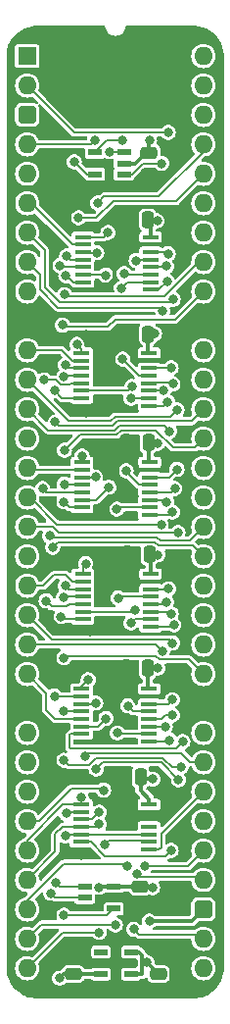
<source format=gtl>
%TF.GenerationSoftware,KiCad,Pcbnew,8.0.4*%
%TF.CreationDate,2024-08-14T11:45:42+02:00*%
%TF.ProjectId,Video Address Selector,56696465-6f20-4416-9464-726573732053,rev?*%
%TF.SameCoordinates,PX6d01460PY32de760*%
%TF.FileFunction,Copper,L1,Top*%
%TF.FilePolarity,Positive*%
%FSLAX46Y46*%
G04 Gerber Fmt 4.6, Leading zero omitted, Abs format (unit mm)*
G04 Created by KiCad (PCBNEW 8.0.4) date 2024-08-14 11:45:42*
%MOMM*%
%LPD*%
G01*
G04 APERTURE LIST*
G04 Aperture macros list*
%AMRoundRect*
0 Rectangle with rounded corners*
0 $1 Rounding radius*
0 $2 $3 $4 $5 $6 $7 $8 $9 X,Y pos of 4 corners*
0 Add a 4 corners polygon primitive as box body*
4,1,4,$2,$3,$4,$5,$6,$7,$8,$9,$2,$3,0*
0 Add four circle primitives for the rounded corners*
1,1,$1+$1,$2,$3*
1,1,$1+$1,$4,$5*
1,1,$1+$1,$6,$7*
1,1,$1+$1,$8,$9*
0 Add four rect primitives between the rounded corners*
20,1,$1+$1,$2,$3,$4,$5,0*
20,1,$1+$1,$4,$5,$6,$7,0*
20,1,$1+$1,$6,$7,$8,$9,0*
20,1,$1+$1,$8,$9,$2,$3,0*%
G04 Aperture macros list end*
%TA.AperFunction,SMDPad,CuDef*%
%ADD10R,1.250000X0.600000*%
%TD*%
%TA.AperFunction,SMDPad,CuDef*%
%ADD11R,1.450000X0.450000*%
%TD*%
%TA.AperFunction,ComponentPad*%
%ADD12R,1.600000X1.600000*%
%TD*%
%TA.AperFunction,ComponentPad*%
%ADD13O,1.600000X1.600000*%
%TD*%
%TA.AperFunction,ComponentPad*%
%ADD14RoundRect,0.400000X-0.400000X-0.400000X0.400000X-0.400000X0.400000X0.400000X-0.400000X0.400000X0*%
%TD*%
%TA.AperFunction,SMDPad,CuDef*%
%ADD15RoundRect,0.250000X0.475000X-0.250000X0.475000X0.250000X-0.475000X0.250000X-0.475000X-0.250000X0*%
%TD*%
%TA.AperFunction,SMDPad,CuDef*%
%ADD16RoundRect,0.250000X0.250000X0.475000X-0.250000X0.475000X-0.250000X-0.475000X0.250000X-0.475000X0*%
%TD*%
%TA.AperFunction,SMDPad,CuDef*%
%ADD17RoundRect,0.250000X-0.475000X0.250000X-0.475000X-0.250000X0.475000X-0.250000X0.475000X0.250000X0*%
%TD*%
%TA.AperFunction,SMDPad,CuDef*%
%ADD18R,1.150000X0.600000*%
%TD*%
%TA.AperFunction,SMDPad,CuDef*%
%ADD19R,1.475000X0.450000*%
%TD*%
%TA.AperFunction,ViaPad*%
%ADD20C,0.800000*%
%TD*%
%TA.AperFunction,Conductor*%
%ADD21C,0.380000*%
%TD*%
%TA.AperFunction,Conductor*%
%ADD22C,0.200000*%
%TD*%
G04 APERTURE END LIST*
D10*
%TO.P,IC2,1,B*%
%TO.N,/Last Pixel + 1*%
X4973000Y-71694000D03*
%TO.P,IC2,2,A*%
%TO.N,/Advance Row*%
X4973000Y-72644000D03*
%TO.P,IC2,3,GND*%
%TO.N,/GND*%
X4973000Y-73594000D03*
%TO.P,IC2,4,Y*%
%TO.N,/LP\u00B7AR*%
X7473000Y-73594000D03*
%TO.P,IC2,5,3V*%
%TO.N,/3.3V*%
X7473000Y-71694000D03*
%TD*%
D11*
%TO.P,IC4,1,S*%
%TO.N,/Write Address Low*%
X4822000Y-44715000D03*
%TO.P,IC4,2,1I0*%
%TO.N,/C4*%
X4822000Y-45365000D03*
%TO.P,IC4,3,1I1*%
%TO.N,/D7*%
X4822000Y-46015000D03*
%TO.P,IC4,4,1Y*%
%TO.N,/L4*%
X4822000Y-46665000D03*
%TO.P,IC4,5,2I0*%
%TO.N,/C5*%
X4822000Y-47315000D03*
%TO.P,IC4,6,2I1*%
%TO.N,/D6*%
X4822000Y-47965000D03*
%TO.P,IC4,7,2Y*%
%TO.N,/L5*%
X4822000Y-48615000D03*
%TO.P,IC4,8,GND*%
%TO.N,/GND*%
X4822000Y-49265000D03*
%TO.P,IC4,9,3Y*%
%TO.N,/L6*%
X10672000Y-49265000D03*
%TO.P,IC4,10,3I1*%
%TO.N,/D5*%
X10672000Y-48615000D03*
%TO.P,IC4,11,3I0*%
%TO.N,/C6*%
X10672000Y-47965000D03*
%TO.P,IC4,12,4Y*%
%TO.N,/L7*%
X10672000Y-47315000D03*
%TO.P,IC4,13,4I1*%
%TO.N,/D4*%
X10672000Y-46665000D03*
%TO.P,IC4,14,4I0*%
%TO.N,/C7*%
X10672000Y-46015000D03*
%TO.P,IC4,15,~{E}*%
%TO.N,/GND*%
X10672000Y-45365000D03*
%TO.P,IC4,16,3V*%
%TO.N,/3.3V*%
X10672000Y-44715000D03*
%TD*%
D12*
%TO.P,J1,1,Pin_1*%
%TO.N,/C20*%
X0Y0D03*
D13*
%TO.P,J1,2,Pin_2*%
%TO.N,/C19*%
X0Y-2540000D03*
D14*
%TO.P,J1,3,Pin_3*%
%TO.N,/5V*%
X0Y-5080000D03*
D13*
%TO.P,J1,4,Pin_4*%
%TO.N,/C18*%
X0Y-7620000D03*
%TO.P,J1,5,Pin_5*%
%TO.N,/C17*%
X0Y-10160000D03*
%TO.P,J1,6,Pin_6*%
%TO.N,/C16*%
X0Y-12700000D03*
%TO.P,J1,7,Pin_7*%
%TO.N,/C15*%
X0Y-15240000D03*
%TO.P,J1,8,Pin_8*%
%TO.N,/C14*%
X0Y-17780000D03*
%TO.P,J1,9,Pin_9*%
%TO.N,/C13*%
X0Y-20320000D03*
D12*
%TO.P,J1,10,Pin_10*%
%TO.N,/GND*%
X0Y-22860000D03*
D13*
%TO.P,J1,11,Pin_11*%
%TO.N,/C12*%
X0Y-25400000D03*
%TO.P,J1,12,Pin_12*%
%TO.N,/C11*%
X0Y-27940000D03*
%TO.P,J1,13,Pin_13*%
%TO.N,/C10*%
X0Y-30480000D03*
%TO.P,J1,14,Pin_14*%
%TO.N,/C9*%
X0Y-33020000D03*
%TO.P,J1,15,Pin_15*%
%TO.N,/C8*%
X0Y-35560000D03*
%TO.P,J1,16,Pin_16*%
%TO.N,/C7*%
X0Y-38100000D03*
%TO.P,J1,17,Pin_17*%
%TO.N,/C6*%
X0Y-40640000D03*
%TO.P,J1,18,Pin_18*%
%TO.N,/C5*%
X0Y-43180000D03*
%TO.P,J1,19,Pin_19*%
%TO.N,/C4*%
X0Y-45720000D03*
%TO.P,J1,20,Pin_20*%
%TO.N,/C3*%
X0Y-48260000D03*
%TO.P,J1,21,Pin_21*%
%TO.N,/C2*%
X0Y-50800000D03*
%TO.P,J1,22,Pin_22*%
%TO.N,/C1*%
X0Y-53340000D03*
D12*
%TO.P,J1,23,Pin_23*%
%TO.N,/GND*%
X0Y-55880000D03*
D13*
%TO.P,J1,24,Pin_24*%
%TO.N,/C0*%
X0Y-58420000D03*
%TO.P,J1,25,Pin_25*%
%TO.N,/Last Pixel + 1*%
X0Y-60960000D03*
%TO.P,J1,26,Pin_26*%
%TO.N,/Advance Row*%
X0Y-63500000D03*
%TO.P,J1,27,Pin_27*%
%TO.N,/Write Address Bank*%
X0Y-66040000D03*
%TO.P,J1,28,Pin_28*%
%TO.N,/Write Address High*%
X0Y-68580000D03*
%TO.P,J1,29,Pin_29*%
%TO.N,/Write Address Low*%
X0Y-71120000D03*
%TO.P,J1,30,Pin_30*%
%TO.N,/D0*%
X0Y-73660000D03*
%TO.P,J1,31,Pin_31*%
%TO.N,/D1*%
X0Y-76200000D03*
%TO.P,J1,32,Pin_32*%
%TO.N,/D2*%
X0Y-78740000D03*
%TO.P,J1,33,Pin_33*%
%TO.N,/D3*%
X15240000Y-78740000D03*
%TO.P,J1,34,Pin_34*%
%TO.N,/D4*%
X15240000Y-76200000D03*
D14*
%TO.P,J1,35,Pin_35*%
%TO.N,/5V*%
X15240000Y-73660000D03*
D13*
%TO.P,J1,36,Pin_36*%
%TO.N,/D5*%
X15240000Y-71120000D03*
%TO.P,J1,37,Pin_37*%
%TO.N,/D6*%
X15240000Y-68580000D03*
%TO.P,J1,38,Pin_38*%
%TO.N,/D7*%
X15240000Y-66040000D03*
%TO.P,J1,39,Pin_39*%
%TO.N,/Latch Bank*%
X15240000Y-63500000D03*
%TO.P,J1,40,Pin_40*%
%TO.N,/Latch High*%
X15240000Y-60960000D03*
%TO.P,J1,41,Pin_41*%
%TO.N,/Latch Low*%
X15240000Y-58420000D03*
D12*
%TO.P,J1,42,Pin_42*%
%TO.N,/GND*%
X15240000Y-55880000D03*
D13*
%TO.P,J1,43,Pin_43*%
%TO.N,/L0*%
X15240000Y-53340000D03*
%TO.P,J1,44,Pin_44*%
%TO.N,/L1*%
X15240000Y-50800000D03*
%TO.P,J1,45,Pin_45*%
%TO.N,/L2*%
X15240000Y-48260000D03*
%TO.P,J1,46,Pin_46*%
%TO.N,/L3*%
X15240000Y-45720000D03*
%TO.P,J1,47,Pin_47*%
%TO.N,/L4*%
X15240000Y-43180000D03*
%TO.P,J1,48,Pin_48*%
%TO.N,/L5*%
X15240000Y-40640000D03*
%TO.P,J1,49,Pin_49*%
%TO.N,/L6*%
X15240000Y-38100000D03*
%TO.P,J1,50,Pin_50*%
%TO.N,/L7*%
X15240000Y-35560000D03*
%TO.P,J1,51,Pin_51*%
%TO.N,/L8*%
X15240000Y-33020000D03*
%TO.P,J1,52,Pin_52*%
%TO.N,/L9*%
X15240000Y-30480000D03*
%TO.P,J1,53,Pin_53*%
%TO.N,/L10*%
X15240000Y-27940000D03*
%TO.P,J1,54,Pin_54*%
%TO.N,/L11*%
X15240000Y-25400000D03*
D12*
%TO.P,J1,55,Pin_55*%
%TO.N,/GND*%
X15240000Y-22860000D03*
D13*
%TO.P,J1,56,Pin_56*%
%TO.N,/L12*%
X15240000Y-20320000D03*
%TO.P,J1,57,Pin_57*%
%TO.N,/L13*%
X15240000Y-17780000D03*
%TO.P,J1,58,Pin_58*%
%TO.N,/L14*%
X15240000Y-15240000D03*
%TO.P,J1,59,Pin_59*%
%TO.N,/L15*%
X15240000Y-12700000D03*
%TO.P,J1,60,Pin_60*%
%TO.N,/L16*%
X15240000Y-10160000D03*
%TO.P,J1,61,Pin_61*%
%TO.N,/L17*%
X15240000Y-7620000D03*
%TO.P,J1,62,Pin_62*%
%TO.N,/L18*%
X15240000Y-5080000D03*
%TO.P,J1,63,Pin_63*%
%TO.N,/L19*%
X15240000Y-2540000D03*
%TO.P,J1,64,Pin_64*%
%TO.N,/L20*%
X15240000Y0D03*
%TD*%
D15*
%TO.P,C5,1*%
%TO.N,/3.3V*%
X3987800Y-79232000D03*
%TO.P,C5,2*%
%TO.N,/GND*%
X3987800Y-77332000D03*
%TD*%
D16*
%TO.P,C2,1*%
%TO.N,/3.3V*%
X10408200Y-14112275D03*
%TO.P,C2,2*%
%TO.N,/GND*%
X8508200Y-14112275D03*
%TD*%
D15*
%TO.P,C4,1*%
%TO.N,/5V*%
X11353800Y-79232000D03*
%TO.P,C4,2*%
%TO.N,/GND*%
X11353800Y-77332000D03*
%TD*%
D16*
%TO.P,C6,1*%
%TO.N,/3.3V*%
X10484400Y-33345120D03*
%TO.P,C6,2*%
%TO.N,/GND*%
X8584400Y-33345120D03*
%TD*%
D17*
%TO.P,C9,1*%
%TO.N,/3.3V*%
X10541000Y-8337000D03*
%TO.P,C9,2*%
%TO.N,/GND*%
X10541000Y-10237000D03*
%TD*%
D16*
%TO.P,C3,2*%
%TO.N,/GND*%
X8533600Y-24003000D03*
%TO.P,C3,1*%
%TO.N,/3.3V*%
X10433600Y-24003000D03*
%TD*%
D11*
%TO.P,IC6,1,S*%
%TO.N,/Write Address High*%
X4745800Y-35063000D03*
%TO.P,IC6,2,1I0*%
%TO.N,/C8*%
X4745800Y-35713000D03*
%TO.P,IC6,3,1I1*%
%TO.N,/D3*%
X4745800Y-36363000D03*
%TO.P,IC6,4,1Y*%
%TO.N,/L8*%
X4745800Y-37013000D03*
%TO.P,IC6,5,2I0*%
%TO.N,/C9*%
X4745800Y-37663000D03*
%TO.P,IC6,6,2I1*%
%TO.N,/D2*%
X4745800Y-38313000D03*
%TO.P,IC6,7,2Y*%
%TO.N,/L9*%
X4745800Y-38963000D03*
%TO.P,IC6,8,GND*%
%TO.N,/GND*%
X4745800Y-39613000D03*
%TO.P,IC6,9,3Y*%
%TO.N,/L10*%
X10595800Y-39613000D03*
%TO.P,IC6,10,3I1*%
%TO.N,/D1*%
X10595800Y-38963000D03*
%TO.P,IC6,11,3I0*%
%TO.N,/C10*%
X10595800Y-38313000D03*
%TO.P,IC6,12,4Y*%
%TO.N,/L11*%
X10595800Y-37663000D03*
%TO.P,IC6,13,4I1*%
%TO.N,/D0*%
X10595800Y-37013000D03*
%TO.P,IC6,14,4I0*%
%TO.N,/C11*%
X10595800Y-36363000D03*
%TO.P,IC6,15,~{E}*%
%TO.N,/GND*%
X10595800Y-35713000D03*
%TO.P,IC6,16,3V*%
%TO.N,/3.3V*%
X10595800Y-35063000D03*
%TD*%
D16*
%TO.P,C7,1*%
%TO.N,/3.3V*%
X10560600Y-42986960D03*
%TO.P,C7,2*%
%TO.N,/GND*%
X8660600Y-42986960D03*
%TD*%
D11*
%TO.P,IC3,1,S*%
%TO.N,/Write Address Low*%
X4695000Y-54621000D03*
%TO.P,IC3,2,1I0*%
%TO.N,/C0*%
X4695000Y-55271000D03*
%TO.P,IC3,3,1I1*%
%TO.N,/D3*%
X4695000Y-55921000D03*
%TO.P,IC3,4,1Y*%
%TO.N,/L0*%
X4695000Y-56571000D03*
%TO.P,IC3,5,2I0*%
%TO.N,/C1*%
X4695000Y-57221000D03*
%TO.P,IC3,6,2I1*%
%TO.N,/D2*%
X4695000Y-57871000D03*
%TO.P,IC3,7,2Y*%
%TO.N,/L1*%
X4695000Y-58521000D03*
%TO.P,IC3,8,GND*%
%TO.N,/GND*%
X4695000Y-59171000D03*
%TO.P,IC3,9,3Y*%
%TO.N,/L2*%
X10545000Y-59171000D03*
%TO.P,IC3,10,3I1*%
%TO.N,/D1*%
X10545000Y-58521000D03*
%TO.P,IC3,11,3I0*%
%TO.N,/C2*%
X10545000Y-57871000D03*
%TO.P,IC3,12,4Y*%
%TO.N,/L3*%
X10545000Y-57221000D03*
%TO.P,IC3,13,4I1*%
%TO.N,/D0*%
X10545000Y-56571000D03*
%TO.P,IC3,14,4I0*%
%TO.N,/C3*%
X10545000Y-55921000D03*
%TO.P,IC3,15,~{E}*%
%TO.N,/GND*%
X10545000Y-55271000D03*
%TO.P,IC3,16,3V*%
%TO.N,/3.3V*%
X10545000Y-54621000D03*
%TD*%
D18*
%TO.P,IC5,1,6VIn*%
%TO.N,/5V*%
X8970800Y-79248000D03*
%TO.P,IC5,2,GND*%
%TO.N,/GND*%
X8970800Y-78298000D03*
%TO.P,IC5,3,EN*%
%TO.N,/5V*%
X8970800Y-77348000D03*
%TO.P,IC5,4,ADJ*%
%TO.N,unconnected-(IC5-ADJ-Pad4)*%
X6370800Y-77348000D03*
%TO.P,IC5,5,3.3VOut*%
%TO.N,/3.3V*%
X6370800Y-79248000D03*
%TD*%
D11*
%TO.P,IC7,1,S*%
%TO.N,/Write Address High*%
X4695000Y-25634520D03*
%TO.P,IC7,2,1I0*%
%TO.N,/C12*%
X4695000Y-26284520D03*
%TO.P,IC7,3,1I1*%
%TO.N,/D7*%
X4695000Y-26934520D03*
%TO.P,IC7,4,1Y*%
%TO.N,/L12*%
X4695000Y-27584520D03*
%TO.P,IC7,5,2I0*%
%TO.N,/C13*%
X4695000Y-28234520D03*
%TO.P,IC7,6,2I1*%
%TO.N,/D6*%
X4695000Y-28884520D03*
%TO.P,IC7,7,2Y*%
%TO.N,/L13*%
X4695000Y-29534520D03*
%TO.P,IC7,8,GND*%
%TO.N,/GND*%
X4695000Y-30184520D03*
%TO.P,IC7,9,3Y*%
%TO.N,/L14*%
X10545000Y-30184520D03*
%TO.P,IC7,10,3I1*%
%TO.N,/D5*%
X10545000Y-29534520D03*
%TO.P,IC7,11,3I0*%
%TO.N,/C14*%
X10545000Y-28884520D03*
%TO.P,IC7,12,4Y*%
%TO.N,/L15*%
X10545000Y-28234520D03*
%TO.P,IC7,13,4I1*%
%TO.N,/D4*%
X10545000Y-27584520D03*
%TO.P,IC7,14,4I0*%
%TO.N,/C15*%
X10545000Y-26934520D03*
%TO.P,IC7,15,~{E}*%
%TO.N,/GND*%
X10545000Y-26284520D03*
%TO.P,IC7,16,3V*%
%TO.N,/3.3V*%
X10545000Y-25634520D03*
%TD*%
D10*
%TO.P,IC9,1,I1*%
%TO.N,/D4*%
X5862000Y-8321000D03*
%TO.P,IC9,2,GND*%
%TO.N,/GND*%
X5862000Y-9271000D03*
%TO.P,IC9,3,I0*%
%TO.N,/C20*%
X5862000Y-10221000D03*
%TO.P,IC9,4,Y*%
%TO.N,/L20*%
X8362000Y-10221000D03*
%TO.P,IC9,5,3V*%
%TO.N,/3.3V*%
X8362000Y-9271000D03*
%TO.P,IC9,6,S*%
%TO.N,/Write Address Bank*%
X8362000Y-8321000D03*
%TD*%
D19*
%TO.P,IC1,1,1A*%
%TO.N,/Write Address High*%
X4665000Y-64598000D03*
%TO.P,IC1,2,1B*%
%TO.N,/LP\u00B7AR*%
X4665000Y-65248000D03*
%TO.P,IC1,3,1Y*%
%TO.N,/Latch High*%
X4665000Y-65898000D03*
%TO.P,IC1,4,2A*%
%TO.N,/Write Address Low*%
X4665000Y-66548000D03*
%TO.P,IC1,5,2B*%
%TO.N,/LP\u00B7AR*%
X4665000Y-67198000D03*
%TO.P,IC1,6,2Y*%
%TO.N,/Latch Low*%
X4665000Y-67848000D03*
%TO.P,IC1,7,GND*%
%TO.N,/GND*%
X4665000Y-68498000D03*
%TO.P,IC1,8,3Y*%
%TO.N,/Latch Bank*%
X10541000Y-68498000D03*
%TO.P,IC1,9,3A*%
%TO.N,/Write Address Bank*%
X10541000Y-67848000D03*
%TO.P,IC1,10,3B*%
%TO.N,/LP\u00B7AR*%
X10541000Y-67198000D03*
%TO.P,IC1,11,4Y*%
%TO.N,unconnected-(IC1-4Y-Pad11)*%
X10541000Y-66548000D03*
%TO.P,IC1,12,4A*%
%TO.N,/GND*%
X10541000Y-65898000D03*
%TO.P,IC1,13,4B*%
X10541000Y-65248000D03*
%TO.P,IC1,14,3V*%
%TO.N,/3.3V*%
X10541000Y-64598000D03*
%TD*%
D16*
%TO.P,C1,1*%
%TO.N,/3.3V*%
X9807000Y-62230000D03*
%TO.P,C1,2*%
%TO.N,/GND*%
X7907000Y-62230000D03*
%TD*%
D11*
%TO.P,IC8,1,S*%
%TO.N,/Write Address Bank*%
X4822000Y-15632000D03*
%TO.P,IC8,2,1I0*%
%TO.N,/C16*%
X4822000Y-16282000D03*
%TO.P,IC8,3,1I1*%
%TO.N,/D3*%
X4822000Y-16932000D03*
%TO.P,IC8,4,1Y*%
%TO.N,/L16*%
X4822000Y-17582000D03*
%TO.P,IC8,5,2I0*%
%TO.N,/C17*%
X4822000Y-18232000D03*
%TO.P,IC8,6,2I1*%
%TO.N,/D2*%
X4822000Y-18882000D03*
%TO.P,IC8,7,2Y*%
%TO.N,/L17*%
X4822000Y-19532000D03*
%TO.P,IC8,8,GND*%
%TO.N,/GND*%
X4822000Y-20182000D03*
%TO.P,IC8,9,3Y*%
%TO.N,/L18*%
X10672000Y-20182000D03*
%TO.P,IC8,10,3I1*%
%TO.N,/D1*%
X10672000Y-19532000D03*
%TO.P,IC8,11,3I0*%
%TO.N,/C18*%
X10672000Y-18882000D03*
%TO.P,IC8,12,4Y*%
%TO.N,/L19*%
X10672000Y-18232000D03*
%TO.P,IC8,13,4I1*%
%TO.N,/D0*%
X10672000Y-17582000D03*
%TO.P,IC8,14,4I0*%
%TO.N,/C19*%
X10672000Y-16932000D03*
%TO.P,IC8,15,~{E}*%
%TO.N,/GND*%
X10672000Y-16282000D03*
%TO.P,IC8,16,3V*%
%TO.N,/3.3V*%
X10672000Y-15632000D03*
%TD*%
D17*
%TO.P,C10,1*%
%TO.N,/3.3V*%
X9779000Y-71710000D03*
%TO.P,C10,2*%
%TO.N,/GND*%
X9779000Y-73610000D03*
%TD*%
D16*
%TO.P,C8,1*%
%TO.N,/3.3V*%
X10433600Y-52832000D03*
%TO.P,C8,2*%
%TO.N,/GND*%
X8533600Y-52832000D03*
%TD*%
D20*
%TO.N,/GND*%
X5461000Y-52832000D03*
X3047998Y-43179998D03*
X3175000Y-39613000D03*
X5080000Y-33401000D03*
%TO.N,/5V*%
X10345027Y-78242862D03*
X10565169Y-74671153D03*
%TO.N,/GND*%
X6858000Y-14097000D03*
X5461000Y-49700000D03*
X5093311Y-24068000D03*
X4699000Y-68961000D03*
X5860000Y-43180000D03*
X6016003Y-11350003D03*
X5080000Y-30795982D03*
X11811000Y-73405988D03*
X3556003Y-62356999D03*
X3048000Y-77343000D03*
X11684000Y-10668000D03*
X11684000Y-13335000D03*
X12446000Y-77343000D03*
X2159000Y-53594000D03*
%TO.N,/3.3V*%
X11016500Y-23970500D03*
X10836592Y-71786996D03*
X11236785Y-14229430D03*
X10858500Y-62420500D03*
X11303000Y-43053000D03*
X6223000Y-71755000D03*
X2794000Y-79601000D03*
X11260801Y-33433701D03*
X11303000Y-52832000D03*
X10583775Y-7304000D03*
%TO.N,/LP\u00B7AR*%
X3175000Y-74168000D03*
X3302002Y-67310000D03*
X3360434Y-65381480D03*
%TO.N,/Write Address Low*%
X5272000Y-53847996D03*
X5052000Y-43815000D03*
X6223000Y-66294000D03*
%TO.N,/Latch Low*%
X12446000Y-68580000D03*
%TO.N,/Latch High*%
X6223000Y-65278000D03*
X5049459Y-60475686D03*
%TO.N,/Write Address High*%
X4665000Y-63974014D03*
X4290005Y-24894915D03*
X4745800Y-34544000D03*
%TO.N,/Write Address Bank*%
X7105550Y-8261450D03*
X6604000Y-63373000D03*
X6985000Y-15240000D03*
X6731000Y-68072000D03*
%TO.N,/C0*%
X2351020Y-55245000D03*
%TO.N,/D3*%
X13081000Y-62484000D03*
X5905143Y-36351261D03*
X5923000Y-55852522D03*
X6014375Y-16981550D03*
X5963387Y-61541659D03*
%TO.N,/L0*%
X3175000Y-51943000D03*
X3175000Y-56521000D03*
%TO.N,/D2*%
X6796000Y-18923000D03*
X6223000Y-75667943D03*
X7052000Y-37228979D03*
X6809309Y-57186887D03*
%TO.N,/L1*%
X13462000Y-59182000D03*
%TO.N,/L2*%
X12319000Y-59055000D03*
%TO.N,/D1*%
X7752000Y-39116000D03*
X8138684Y-20047412D03*
X7619240Y-75003561D03*
X7799273Y-58431382D03*
%TO.N,/C2*%
X11698842Y-51373000D03*
X11938000Y-57871000D03*
%TO.N,/L3*%
X12549044Y-56896000D03*
%TO.N,/D0*%
X8698000Y-56099628D03*
X8552000Y-35814000D03*
X9420455Y-17653413D03*
X8626919Y-69915000D03*
%TO.N,/C3*%
X12549040Y-55549009D03*
X12580903Y-50668779D03*
%TO.N,/D7*%
X3175315Y-60788371D03*
X3277590Y-45744410D03*
X13335000Y-61341000D03*
X3278004Y-26670000D03*
%TO.N,/L4*%
X3105217Y-46768201D03*
X2207998Y-42396375D03*
%TO.N,/C5*%
X1638905Y-47028050D03*
%TO.N,/D6*%
X9340260Y-47864056D03*
X9056991Y-28536345D03*
X10206306Y-69901094D03*
%TO.N,/L5*%
X1935214Y-41431392D03*
X2924072Y-48383928D03*
%TO.N,/L6*%
X12683177Y-49104469D03*
%TO.N,/D5*%
X8973828Y-48938175D03*
X9492117Y-70601051D03*
X8952000Y-29536348D03*
%TO.N,/C6*%
X13035000Y-41148000D03*
X12446000Y-48133000D03*
%TO.N,/L7*%
X12065000Y-47117000D03*
%TO.N,/D4*%
X8256991Y-26162780D03*
X7869000Y-46790276D03*
X9207500Y-75374500D03*
X8255004Y-7304000D03*
%TO.N,/C7*%
X12226370Y-45986550D03*
X11577719Y-40439396D03*
%TO.N,/L8*%
X3218000Y-36957000D03*
X3218000Y-34036000D03*
%TO.N,/C9*%
X1332000Y-37331412D03*
%TO.N,/L9*%
X3175000Y-38481000D03*
X2421459Y-31596000D03*
%TO.N,/L10*%
X12573000Y-39370000D03*
%TO.N,/C10*%
X12319000Y-32385000D03*
X12065000Y-38481000D03*
%TO.N,/L11*%
X12765000Y-37327719D03*
%TO.N,/C11*%
X12960223Y-30539496D03*
X12954000Y-35687000D03*
%TO.N,/L12*%
X3175000Y-27686000D03*
X3048000Y-23228000D03*
%TO.N,/C13*%
X1478000Y-27962225D03*
%TO.N,/L13*%
X2362323Y-28877943D03*
X3214167Y-20574000D03*
%TO.N,/L14*%
X12126543Y-29839496D03*
%TO.N,/C14*%
X11712000Y-22033229D03*
X11793592Y-28896549D03*
%TO.N,/L15*%
X12603150Y-28309503D03*
%TO.N,/C15*%
X12446000Y-26924000D03*
X12626929Y-21004702D03*
%TO.N,/L16*%
X4445000Y-13970000D03*
X3402954Y-17270111D03*
%TO.N,/C17*%
X2822000Y-18084050D03*
%TO.N,/L17*%
X6068000Y-12697125D03*
X3332424Y-18943976D03*
%TO.N,/L18*%
X12106169Y-19472169D03*
%TO.N,/C18*%
X5842000Y-7304000D03*
X8382000Y-18796000D03*
%TO.N,/L19*%
X12065000Y-18145003D03*
%TO.N,/C19*%
X12192000Y-17072000D03*
X12192004Y-6604000D03*
%TO.N,/C20*%
X4064000Y-9144000D03*
%TO.N,/L20*%
X11619000Y-9271010D03*
%TO.N,/Advance Row*%
X2032000Y-72263000D03*
%TO.N,/Last Pixel + 1*%
X2492687Y-71374000D03*
%TD*%
D21*
%TO.N,/3.3V*%
X10795000Y-23749000D02*
X11016500Y-23970500D01*
X10560600Y-23749000D02*
X10795000Y-23749000D01*
X10433600Y-24003000D02*
X10433600Y-25523120D01*
%TO.N,/GND*%
X8406600Y-23876000D02*
X5285311Y-23876000D01*
%TO.N,/3.3V*%
X10433600Y-25523120D02*
X10545000Y-25634520D01*
%TO.N,/GND*%
X5285311Y-23876000D02*
X5093311Y-24068000D01*
D22*
%TO.N,/L13*%
X3403167Y-20763000D02*
X3214167Y-20574000D01*
X14859000Y-17780000D02*
X11876000Y-20763000D01*
X11876000Y-20763000D02*
X3403167Y-20763000D01*
%TO.N,/L18*%
X11396338Y-20182000D02*
X12106169Y-19472169D01*
X10672000Y-20182000D02*
X11396338Y-20182000D01*
D21*
%TO.N,/GND*%
X1208000Y-24068000D02*
X0Y-22860000D01*
X5093311Y-24068000D02*
X1208000Y-24068000D01*
D22*
%TO.N,/L12*%
X3188000Y-23368000D02*
X3048000Y-23228000D01*
X6985000Y-23368000D02*
X3188000Y-23368000D01*
X12827000Y-22733000D02*
X7620000Y-22733000D01*
X15240000Y-20320000D02*
X12827000Y-22733000D01*
X7620000Y-22733000D02*
X6985000Y-23368000D01*
D21*
%TO.N,/GND*%
X1777996Y-44450000D02*
X3047998Y-43179998D01*
X-412915Y-44450000D02*
X1777996Y-44450000D01*
X-1190000Y-45227085D02*
X-412915Y-44450000D01*
X-1190000Y-46308000D02*
X-1190000Y-45227085D01*
X-508000Y-46990000D02*
X-1190000Y-46308000D01*
D22*
%TO.N,/C4*%
X3310870Y-44778870D02*
X2338130Y-44778870D01*
X2338130Y-44778870D02*
X1397000Y-45720000D01*
X3897000Y-45365000D02*
X3310870Y-44778870D01*
X4822000Y-45365000D02*
X3897000Y-45365000D01*
X1397000Y-45720000D02*
X0Y-45720000D01*
D21*
%TO.N,/GND*%
X-1397000Y-54483000D02*
X0Y-55880000D01*
X-508000Y-46990000D02*
X-1397000Y-47879000D01*
X-1397000Y-47879000D02*
X-1397000Y-54483000D01*
X2687915Y-49265000D02*
X412915Y-46990000D01*
X412915Y-46990000D02*
X-508000Y-46990000D01*
X4822000Y-49265000D02*
X2687915Y-49265000D01*
D22*
%TO.N,/D7*%
X3584944Y-61198000D02*
X3175315Y-60788371D01*
X5939409Y-60575686D02*
X5317095Y-61198000D01*
X11738371Y-60575686D02*
X5939409Y-60575686D01*
X12503685Y-61341000D02*
X11738371Y-60575686D01*
X5317095Y-61198000D02*
X3584944Y-61198000D01*
D21*
%TO.N,/GND*%
X3556004Y-62357000D02*
X3556003Y-62356999D01*
X7780000Y-62357000D02*
X3556004Y-62357000D01*
X0Y-55880000D02*
X1905000Y-57785000D01*
D22*
%TO.N,/D7*%
X13335000Y-61341000D02*
X12503685Y-61341000D01*
D21*
%TO.N,/GND*%
X1905000Y-60705996D02*
X3556003Y-62356999D01*
X1905000Y-57785000D02*
X1905000Y-60705996D01*
D22*
%TO.N,/Write Address Bank*%
X3783950Y-63246000D02*
X6477000Y-63246000D01*
X989950Y-66040000D02*
X3783950Y-63246000D01*
X6477000Y-63246000D02*
X6604000Y-63373000D01*
X0Y-66040000D02*
X989950Y-66040000D01*
%TO.N,/Write Address High*%
X4665000Y-64598000D02*
X4665000Y-63974014D01*
D21*
%TO.N,/GND*%
X5461000Y-52832000D02*
X2921000Y-52832000D01*
X8533600Y-52832000D02*
X5461000Y-52832000D01*
D22*
%TO.N,/D7*%
X4822000Y-46015000D02*
X3548180Y-46015000D01*
%TO.N,/C5*%
X2129056Y-47518201D02*
X1638905Y-47028050D01*
X3415878Y-47518201D02*
X2129056Y-47518201D01*
X3619079Y-47315000D02*
X3415878Y-47518201D01*
X4822000Y-47315000D02*
X3619079Y-47315000D01*
%TO.N,/L4*%
X4822000Y-46665000D02*
X3208418Y-46665000D01*
X3208418Y-46665000D02*
X3105217Y-46768201D01*
%TO.N,/D7*%
X3548180Y-46015000D02*
X3277590Y-45744410D01*
%TO.N,/L4*%
X11350384Y-42267000D02*
X11045344Y-41961960D01*
X15240000Y-43180000D02*
X14327000Y-42267000D01*
X14327000Y-42267000D02*
X11350384Y-42267000D01*
X11045344Y-41961960D02*
X2642413Y-41961960D01*
X2642413Y-41961960D02*
X2207998Y-42396375D01*
D21*
%TO.N,/GND*%
X3301996Y-42926000D02*
X3047998Y-43179998D01*
X5606000Y-42926000D02*
X3301996Y-42926000D01*
D22*
%TO.N,/C6*%
X2177214Y-40640000D02*
X0Y-40640000D01*
%TO.N,/L5*%
X2065782Y-41561960D02*
X1935214Y-41431392D01*
X11497070Y-41848000D02*
X11211030Y-41561960D01*
%TO.N,/C6*%
X13035000Y-41148000D02*
X2685214Y-41148000D01*
X2685214Y-41148000D02*
X2177214Y-40640000D01*
%TO.N,/C7*%
X230169Y-38100000D02*
X2569565Y-40439396D01*
D21*
%TO.N,/GND*%
X5860000Y-43180000D02*
X5606000Y-42926000D01*
D22*
%TO.N,/L5*%
X14032000Y-41848000D02*
X11497070Y-41848000D01*
X15240000Y-40640000D02*
X14032000Y-41848000D01*
%TO.N,/C7*%
X2569565Y-40439396D02*
X11577719Y-40439396D01*
%TO.N,/L5*%
X11211030Y-41561960D02*
X2065782Y-41561960D01*
D21*
%TO.N,/GND*%
X4745800Y-39613000D02*
X3175000Y-39613000D01*
D22*
%TO.N,/L9*%
X3657000Y-38963000D02*
X3175000Y-38481000D01*
X4745800Y-38963000D02*
X3657000Y-38963000D01*
D21*
%TO.N,/GND*%
X8584400Y-33345120D02*
X5135880Y-33345120D01*
X5135880Y-33345120D02*
X5080000Y-33401000D01*
D22*
%TO.N,/Write Address High*%
X4745800Y-35063000D02*
X4745800Y-34544000D01*
D21*
%TO.N,/3.3V*%
X6268000Y-71710000D02*
X6223000Y-71755000D01*
X7489000Y-71710000D02*
X6268000Y-71710000D01*
X9779000Y-71710000D02*
X7489000Y-71710000D01*
X10311500Y-62420500D02*
X10858500Y-62420500D01*
X9964000Y-62073000D02*
X10311500Y-62420500D01*
D22*
%TO.N,/D6*%
X13905000Y-69915000D02*
X15240000Y-68580000D01*
X10206306Y-69901094D02*
X10220212Y-69915000D01*
%TO.N,/D5*%
X9757066Y-70866000D02*
X9492117Y-70601051D01*
%TO.N,/D6*%
X10220212Y-69915000D02*
X13905000Y-69915000D01*
%TO.N,/Latch Low*%
X6738050Y-69069000D02*
X11957000Y-69069000D01*
%TO.N,/D5*%
X14986000Y-70866000D02*
X9757066Y-70866000D01*
%TO.N,/Latch Low*%
X4665000Y-67848000D02*
X5517050Y-67848000D01*
X5517050Y-67848000D02*
X6738050Y-69069000D01*
X11957000Y-69069000D02*
X12446000Y-68580000D01*
D21*
%TO.N,/5V*%
X9935800Y-79238000D02*
X9925800Y-79248000D01*
X9935800Y-78232000D02*
X9935800Y-79238000D01*
X8970800Y-77348000D02*
X9675800Y-77348000D01*
X14224000Y-74676000D02*
X10570016Y-74676000D01*
X15240000Y-73660000D02*
X14224000Y-74676000D01*
X9935800Y-78232000D02*
X10353800Y-78232000D01*
X10353800Y-78232000D02*
X11353800Y-79232000D01*
X9675800Y-77348000D02*
X9935800Y-77608000D01*
X9925800Y-79248000D02*
X8970800Y-79248000D01*
X10570016Y-74676000D02*
X10565169Y-74671153D01*
X9935800Y-77608000D02*
X9935800Y-78232000D01*
%TO.N,/GND*%
X2032000Y-15589085D02*
X492915Y-14050000D01*
X13234000Y-16282000D02*
X13462000Y-16510000D01*
X10595800Y-35713000D02*
X9515800Y-35713000D01*
X16430000Y-43832915D02*
X15732915Y-44530000D01*
X9567000Y-45365000D02*
X8660600Y-44458600D01*
X11606988Y-73610000D02*
X11811000Y-73405988D01*
X10545000Y-55271000D02*
X11709820Y-55271000D01*
X12372771Y-44530000D02*
X11537771Y-45365000D01*
X11714000Y-65248000D02*
X10541000Y-65248000D01*
X7762000Y-36141229D02*
X7889000Y-36268229D01*
X15732915Y-62310000D02*
X14652000Y-62310000D01*
X7472044Y-57641382D02*
X5942426Y-59171000D01*
X4693800Y-78038000D02*
X8005800Y-78038000D01*
X2921000Y-52832000D02*
X2159000Y-53594000D01*
X8533600Y-53950400D02*
X8533600Y-54339600D01*
X8533600Y-53950400D02*
X7605000Y-54879000D01*
X11658000Y-35713000D02*
X13081000Y-34290000D01*
X3939396Y-20182000D02*
X3541396Y-19784000D01*
X7112000Y-9635725D02*
X7112000Y-10676000D01*
X11346275Y-12997275D02*
X11684000Y-13335000D01*
X16430000Y-63007085D02*
X15732915Y-62310000D01*
X6654229Y-20182000D02*
X7586000Y-19250229D01*
X6873275Y-14112275D02*
X6858000Y-14097000D01*
X7586000Y-17814000D02*
X9118000Y-16282000D01*
X16430000Y-45227085D02*
X15732915Y-44530000D01*
X12221811Y-54759009D02*
X14119009Y-54759009D01*
X7889000Y-37831000D02*
X6107000Y-39613000D01*
X9545500Y-65248000D02*
X10541000Y-65248000D01*
X9480800Y-35678000D02*
X9480800Y-35388800D01*
X5942426Y-59171000D02*
X4695000Y-59171000D01*
X7605000Y-57519808D02*
X7483426Y-57641382D01*
X16430000Y-57070000D02*
X15240000Y-55880000D01*
X4695000Y-30410982D02*
X5080000Y-30795982D01*
X-508000Y-14050000D02*
X-1190000Y-13368000D01*
X8778103Y-14112275D02*
X9893103Y-12997275D01*
X16430000Y-71612915D02*
X16430000Y-63007085D01*
X15732915Y-72310000D02*
X16430000Y-71612915D01*
X3059000Y-77332000D02*
X3048000Y-77343000D01*
X13081000Y-34290000D02*
X15748000Y-34290000D01*
X16430000Y-34972000D02*
X16430000Y-43832915D01*
X15748000Y-34290000D02*
X16430000Y-34972000D01*
X4822000Y-20182000D02*
X6654229Y-20182000D01*
X16637000Y-24257000D02*
X15240000Y-22860000D01*
X15240000Y-55880000D02*
X16430000Y-54690000D01*
X12435000Y-77332000D02*
X12446000Y-77343000D01*
X8508200Y-15672200D02*
X8508200Y-14112275D01*
X9515800Y-35713000D02*
X9480800Y-35678000D01*
X7358000Y-10922000D02*
X9144000Y-10922000D01*
X7605000Y-54879000D02*
X7605000Y-57519808D01*
X9144000Y-10922000D02*
X9829000Y-10237000D01*
X15732915Y-44530000D02*
X12372771Y-44530000D01*
X6747275Y-9271000D02*
X7112000Y-9635725D01*
X14119009Y-54759009D02*
X15240000Y-55880000D01*
X3987800Y-77332000D02*
X3059000Y-77332000D01*
X4699000Y-68961000D02*
X4699000Y-68532000D01*
X7483426Y-57641382D02*
X7472044Y-57641382D01*
X5781000Y-73594000D02*
X4973000Y-73594000D01*
X10541000Y-65248000D02*
X10541000Y-65898000D01*
X7907000Y-62230000D02*
X7907000Y-63609500D01*
X7889000Y-36268229D02*
X7889000Y-37831000D01*
X7112000Y-10676000D02*
X7358000Y-10922000D01*
X8265800Y-78298000D02*
X8970800Y-78298000D01*
X0Y-22860000D02*
X-1190000Y-21670000D01*
X8508200Y-14112275D02*
X6873275Y-14112275D01*
X15732915Y-62310000D02*
X16430000Y-61612915D01*
X11353800Y-77332000D02*
X12435000Y-77332000D01*
X16430000Y-21670000D02*
X15240000Y-22860000D01*
X8584400Y-34492400D02*
X8584400Y-33345120D01*
X9480800Y-35388800D02*
X8636000Y-34544000D01*
X9073000Y-72904000D02*
X6471000Y-72904000D01*
X10672000Y-45365000D02*
X9567000Y-45365000D01*
X9893103Y-12997275D02*
X11346275Y-12997275D01*
X10672000Y-16282000D02*
X13234000Y-16282000D01*
X11709820Y-55271000D02*
X12221811Y-54759009D01*
X8533600Y-54339600D02*
X9465000Y-55271000D01*
X15748000Y-34290000D02*
X16637000Y-33401000D01*
X16430000Y-17001001D02*
X16430000Y-21670000D01*
X8660600Y-42986960D02*
X6053040Y-42986960D01*
X492915Y-14050000D02*
X-508000Y-14050000D01*
X2512000Y-19784000D02*
X2032000Y-19304000D01*
X4695000Y-30184520D02*
X4695000Y-30410982D01*
X8636000Y-34544000D02*
X7762000Y-35418000D01*
X10541000Y-10237000D02*
X11253000Y-10237000D01*
X2032000Y-19304000D02*
X2032000Y-15589085D01*
X3541396Y-19784000D02*
X2512000Y-19784000D01*
X6107000Y-39613000D02*
X4745800Y-39613000D01*
X8660600Y-44458600D02*
X8660600Y-42986960D01*
X3987800Y-77332000D02*
X4693800Y-78038000D01*
X12906988Y-72310000D02*
X15732915Y-72310000D01*
X10679800Y-76658000D02*
X8005800Y-76658000D01*
X9829000Y-10237000D02*
X10541000Y-10237000D01*
X9779000Y-73610000D02*
X9073000Y-72904000D01*
X7762000Y-35418000D02*
X7762000Y-36141229D01*
X8533600Y-52832000D02*
X8533600Y-53950400D01*
X-332918Y-11350003D02*
X6016003Y-11350003D01*
X11353800Y-77332000D02*
X10679800Y-76658000D01*
X-1190000Y-21670000D02*
X-1190000Y-14732000D01*
X15938999Y-16510000D02*
X16430000Y-17001001D01*
X9118000Y-16282000D02*
X10672000Y-16282000D01*
X6471000Y-72904000D02*
X5781000Y-73594000D01*
X11811000Y-73405988D02*
X12906988Y-72310000D01*
X16637000Y-33401000D02*
X16637000Y-24257000D01*
X4822000Y-20182000D02*
X3939396Y-20182000D01*
X7907000Y-63609500D02*
X9545500Y-65248000D01*
X-1190000Y-12207085D02*
X-332918Y-11350003D01*
X13462000Y-16510000D02*
X15938999Y-16510000D01*
X5257000Y-49700000D02*
X5461000Y-49700000D01*
X10595800Y-35713000D02*
X11658000Y-35713000D01*
X9118000Y-16282000D02*
X8508200Y-15672200D01*
X16430000Y-61612915D02*
X16430000Y-57070000D01*
X7586000Y-19250229D02*
X7586000Y-17814000D01*
X11253000Y-10237000D02*
X11684000Y-10668000D01*
X11537771Y-45365000D02*
X10672000Y-45365000D01*
X16430000Y-54690000D02*
X16430000Y-45227085D01*
X8005800Y-76658000D02*
X8005800Y-78038000D01*
X6053040Y-42986960D02*
X5860000Y-43180000D01*
X9465000Y-55271000D02*
X10545000Y-55271000D01*
X5862000Y-9271000D02*
X6747275Y-9271000D01*
X14652000Y-62310000D02*
X11714000Y-65248000D01*
X-1190000Y-14732000D02*
X-508000Y-14050000D01*
X4822000Y-49265000D02*
X5257000Y-49700000D01*
X-1190000Y-13368000D02*
X-1190000Y-12207085D01*
X8005800Y-78038000D02*
X8265800Y-78298000D01*
X9779000Y-73610000D02*
X11606988Y-73610000D01*
X8636000Y-34544000D02*
X8584400Y-34492400D01*
%TO.N,/3.3V*%
X9779000Y-71710000D02*
X10759596Y-71710000D01*
X10672000Y-44715000D02*
X10672000Y-43098360D01*
X3163000Y-79232000D02*
X2794000Y-79601000D01*
X9807000Y-62609000D02*
X9807000Y-63401000D01*
X3987800Y-79232000D02*
X3163000Y-79232000D01*
X10408200Y-14112275D02*
X11119630Y-14112275D01*
X11172220Y-33345120D02*
X11260801Y-33433701D01*
X10433600Y-54509600D02*
X10545000Y-54621000D01*
X10484400Y-33345120D02*
X10484400Y-34951600D01*
X10245219Y-8337000D02*
X9311219Y-9271000D01*
X10759596Y-71710000D02*
X10836592Y-71786996D01*
X10433600Y-52832000D02*
X10433600Y-54509600D01*
X11119630Y-14112275D02*
X11236785Y-14229430D01*
X10484400Y-34951600D02*
X10595800Y-35063000D01*
X11303000Y-52832000D02*
X10433600Y-52832000D01*
X10484400Y-33345120D02*
X11172220Y-33345120D01*
X10672000Y-15632000D02*
X10672000Y-14376075D01*
X10541000Y-7346775D02*
X10583775Y-7304000D01*
X10541000Y-8337000D02*
X10541000Y-7346775D01*
X6370800Y-79248000D02*
X4003800Y-79248000D01*
X9807000Y-63401000D02*
X10541000Y-64135000D01*
X11303000Y-43053000D02*
X10626640Y-43053000D01*
X9311219Y-9271000D02*
X8362000Y-9271000D01*
X10541000Y-64135000D02*
X10541000Y-64598000D01*
D22*
%TO.N,/LP\u00B7AR*%
X6873000Y-74194000D02*
X7473000Y-73594000D01*
X3201000Y-74194000D02*
X6873000Y-74194000D01*
X4665000Y-67198000D02*
X10541000Y-67198000D01*
X3175000Y-74168000D02*
X3201000Y-74194000D01*
X4665000Y-67198000D02*
X3414002Y-67198000D01*
X4665000Y-65248000D02*
X3493914Y-65248000D01*
X3493914Y-65248000D02*
X3360434Y-65381480D01*
X3414002Y-67198000D02*
X3302002Y-67310000D01*
%TO.N,/Write Address Low*%
X2420998Y-67175002D02*
X2420998Y-68699002D01*
X4822000Y-44045000D02*
X5052000Y-43815000D01*
X4822000Y-44715000D02*
X4822000Y-44045000D01*
X4665000Y-66548000D02*
X3048000Y-66548000D01*
X3048000Y-66548000D02*
X2420998Y-67175002D01*
X4695000Y-54621000D02*
X4695000Y-54424996D01*
X4665000Y-66548000D02*
X5969000Y-66548000D01*
X5969000Y-66548000D02*
X6223000Y-66294000D01*
X4695000Y-54424996D02*
X5272000Y-53847996D01*
X2420998Y-68699002D02*
X0Y-71120000D01*
%TO.N,/Latch High*%
X15240000Y-60960000D02*
X14108630Y-60960000D01*
X4665000Y-65898000D02*
X5603000Y-65898000D01*
X5603000Y-65898000D02*
X6223000Y-65278000D01*
X13324316Y-60175686D02*
X5349459Y-60175686D01*
X5349459Y-60175686D02*
X5049459Y-60475686D01*
X14108630Y-60960000D02*
X13324316Y-60175686D01*
%TO.N,/Write Address High*%
X4695000Y-25299910D02*
X4290005Y-24894915D01*
X4695000Y-25634520D02*
X4695000Y-25299910D01*
X0Y-68580000D02*
X0Y-67691000D01*
X3093000Y-64598000D02*
X4665000Y-64598000D01*
X0Y-67691000D02*
X3093000Y-64598000D01*
%TO.N,/Write Address Bank*%
X6593000Y-15632000D02*
X4822000Y-15632000D01*
X7165100Y-8321000D02*
X7105550Y-8261450D01*
X8362000Y-8321000D02*
X7165100Y-8321000D01*
X7052000Y-67751000D02*
X6731000Y-68072000D01*
X6985000Y-15240000D02*
X6593000Y-15632000D01*
X10444000Y-67751000D02*
X7052000Y-67751000D01*
%TO.N,/C0*%
X2377020Y-55271000D02*
X2351020Y-55245000D01*
X4695000Y-55271000D02*
X2377020Y-55271000D01*
%TO.N,/D3*%
X5893404Y-36363000D02*
X5905143Y-36351261D01*
X11572686Y-60975686D02*
X6529360Y-60975686D01*
X5854522Y-55921000D02*
X5923000Y-55852522D01*
X4745800Y-36363000D02*
X5893404Y-36363000D01*
X13081000Y-62484000D02*
X11572686Y-60975686D01*
X6529360Y-60975686D02*
X5963387Y-61541659D01*
X4695000Y-55921000D02*
X5854522Y-55921000D01*
X6014375Y-16981550D02*
X4871550Y-16981550D01*
%TO.N,/L0*%
X11408892Y-52073000D02*
X13973000Y-52073000D01*
X3311000Y-51807000D02*
X11142892Y-51807000D01*
X4695000Y-56571000D02*
X3225000Y-56571000D01*
X13973000Y-52073000D02*
X15240000Y-53340000D01*
X11142892Y-51807000D02*
X11408892Y-52073000D01*
X3175000Y-51943000D02*
X3311000Y-51807000D01*
X3225000Y-56571000D02*
X3175000Y-56521000D01*
%TO.N,/C1*%
X4695000Y-57221000D02*
X2426315Y-57221000D01*
X1651000Y-56445685D02*
X1651000Y-54991000D01*
X1651000Y-54991000D02*
X0Y-53340000D01*
X2426315Y-57221000D02*
X1651000Y-56445685D01*
%TO.N,/D2*%
X4745800Y-38313000D02*
X5967979Y-38313000D01*
X6755000Y-18882000D02*
X6796000Y-18923000D01*
X0Y-78740000D02*
X3072057Y-75667943D01*
X5967979Y-38313000D02*
X7052000Y-37228979D01*
X6125196Y-57871000D02*
X6809309Y-57186887D01*
X4822000Y-18882000D02*
X6755000Y-18882000D01*
X4695000Y-57871000D02*
X6125196Y-57871000D01*
X3072057Y-75667943D02*
X6223000Y-75667943D01*
%TO.N,/L1*%
X3770000Y-58521000D02*
X4695000Y-58521000D01*
X13462000Y-59182000D02*
X12868314Y-59775686D01*
X3670000Y-58621000D02*
X3770000Y-58521000D01*
X12868314Y-59775686D02*
X3749686Y-59775686D01*
X3670000Y-59696000D02*
X3670000Y-58621000D01*
X3749686Y-59775686D02*
X3670000Y-59696000D01*
%TO.N,/L2*%
X12203000Y-59171000D02*
X12319000Y-59055000D01*
X10545000Y-59171000D02*
X12203000Y-59171000D01*
%TO.N,/D1*%
X0Y-76200000D02*
X1232057Y-74967943D01*
X8654096Y-19532000D02*
X8138684Y-20047412D01*
X7888891Y-58521000D02*
X7799273Y-58431382D01*
X1232057Y-74967943D02*
X7583622Y-74967943D01*
X10672000Y-19532000D02*
X8654096Y-19532000D01*
X10595800Y-38963000D02*
X7905000Y-38963000D01*
X7905000Y-38963000D02*
X7752000Y-39116000D01*
X7583622Y-74967943D02*
X7619240Y-75003561D01*
X10545000Y-58521000D02*
X7888891Y-58521000D01*
%TO.N,/C2*%
X10545000Y-57871000D02*
X11938000Y-57871000D01*
X11125842Y-50800000D02*
X11698842Y-51373000D01*
X0Y-50800000D02*
X11125842Y-50800000D01*
%TO.N,/L3*%
X11598050Y-57221000D02*
X11923050Y-56896000D01*
X11923050Y-56896000D02*
X12549044Y-56896000D01*
X10545000Y-57221000D02*
X11598050Y-57221000D01*
%TO.N,/D0*%
X9670800Y-37013000D02*
X8552000Y-35894200D01*
X0Y-72876737D02*
X3155477Y-69721260D01*
X8433179Y-69721260D02*
X8626919Y-69915000D01*
X10672000Y-17582000D02*
X9491868Y-17582000D01*
X8552000Y-35894200D02*
X8552000Y-35814000D01*
X10545000Y-56571000D02*
X9169372Y-56571000D01*
X9491868Y-17582000D02*
X9420455Y-17653413D01*
X9169372Y-56571000D02*
X8698000Y-56099628D01*
X3155477Y-69721260D02*
X8433179Y-69721260D01*
X10595800Y-37013000D02*
X9670800Y-37013000D01*
X0Y-73660000D02*
X0Y-72876737D01*
%TO.N,/C3*%
X0Y-48260000D02*
X2140000Y-50400000D01*
X2140000Y-50400000D02*
X12312124Y-50400000D01*
X12177049Y-55921000D02*
X12549040Y-55549009D01*
X10545000Y-55921000D02*
X12177049Y-55921000D01*
X12312124Y-50400000D02*
X12580903Y-50668779D01*
%TO.N,/D7*%
X3542524Y-26934520D02*
X3278004Y-26670000D01*
X4695000Y-26934520D02*
X3542524Y-26934520D01*
%TO.N,/D6*%
X4695000Y-28884520D02*
X8613878Y-28884520D01*
X8756988Y-28836348D02*
X9056991Y-28536345D01*
X4822000Y-47965000D02*
X9239316Y-47965000D01*
X8613878Y-28884520D02*
X8662050Y-28836348D01*
X8662050Y-28836348D02*
X8756988Y-28836348D01*
X9239316Y-47965000D02*
X9340260Y-47864056D01*
%TO.N,/L5*%
X3155144Y-48615000D02*
X2924072Y-48383928D01*
X4822000Y-48615000D02*
X3155144Y-48615000D01*
%TO.N,/L6*%
X10672000Y-49265000D02*
X12522646Y-49265000D01*
X12522646Y-49265000D02*
X12683177Y-49104469D01*
%TO.N,/D5*%
X9297003Y-48615000D02*
X8973828Y-48938175D01*
X10545000Y-29534520D02*
X8953828Y-29534520D01*
X8953828Y-29534520D02*
X8952000Y-29536348D01*
X10672000Y-48615000D02*
X9297003Y-48615000D01*
%TO.N,/C6*%
X12278000Y-47965000D02*
X12446000Y-48133000D01*
X10672000Y-47965000D02*
X12278000Y-47965000D01*
%TO.N,/L7*%
X11867000Y-47315000D02*
X12065000Y-47117000D01*
X10672000Y-47315000D02*
X11867000Y-47315000D01*
%TO.N,/D4*%
X7994276Y-46665000D02*
X7869000Y-46790276D01*
X9678731Y-27584520D02*
X8256991Y-26162780D01*
X5862000Y-8321000D02*
X6879000Y-7304000D01*
X9652000Y-75819000D02*
X9207500Y-75374500D01*
X10672000Y-46665000D02*
X7994276Y-46665000D01*
X6879000Y-7304000D02*
X8255004Y-7304000D01*
X10545000Y-27584520D02*
X9678731Y-27584520D01*
X14859000Y-75819000D02*
X9652000Y-75819000D01*
%TO.N,/C7*%
X12197920Y-46015000D02*
X12226370Y-45986550D01*
X10672000Y-46015000D02*
X12197920Y-46015000D01*
%TO.N,/C8*%
X4745800Y-35713000D02*
X153000Y-35713000D01*
%TO.N,/L8*%
X14460000Y-33800000D02*
X12617050Y-33800000D01*
X12617050Y-33800000D02*
X11137170Y-32320120D01*
X4745800Y-37013000D02*
X3274000Y-37013000D01*
X3274000Y-37013000D02*
X3218000Y-36957000D01*
X4558000Y-32696000D02*
X3218000Y-34036000D01*
X11137170Y-32320120D02*
X8106583Y-32320120D01*
X7730702Y-32696000D02*
X4558000Y-32696000D01*
X15240000Y-33020000D02*
X14460000Y-33800000D01*
X8106583Y-32320120D02*
X7730702Y-32696000D01*
%TO.N,/C9*%
X1663588Y-37663000D02*
X1332000Y-37331412D01*
X4745800Y-37663000D02*
X1663588Y-37663000D01*
%TO.N,/L9*%
X2721459Y-31896000D02*
X2421459Y-31596000D01*
X15240000Y-30480000D02*
X14199881Y-31520119D01*
X14199881Y-31520119D02*
X7775214Y-31520119D01*
X7775214Y-31520119D02*
X7399332Y-31896000D01*
X7399332Y-31896000D02*
X2721459Y-31896000D01*
%TO.N,/L10*%
X10595800Y-39613000D02*
X12330000Y-39613000D01*
X12330000Y-39613000D02*
X12573000Y-39370000D01*
%TO.N,/C10*%
X7940897Y-31920120D02*
X11854120Y-31920120D01*
X11897000Y-38313000D02*
X12065000Y-38481000D01*
X0Y-30480000D02*
X1816000Y-32296000D01*
X1816000Y-32296000D02*
X7565017Y-32296000D01*
X10595800Y-38313000D02*
X11897000Y-38313000D01*
X7565017Y-32296000D02*
X7940897Y-31920120D01*
X11854120Y-31920120D02*
X12319000Y-32385000D01*
%TO.N,/L11*%
X10595800Y-37663000D02*
X12429719Y-37663000D01*
X12429719Y-37663000D02*
X12765000Y-37327719D01*
%TO.N,/C11*%
X12379600Y-31120119D02*
X12960223Y-30539496D01*
X3556000Y-31496000D02*
X7233647Y-31496000D01*
X0Y-27940000D02*
X3556000Y-31496000D01*
X7609528Y-31120119D02*
X12379600Y-31120119D01*
X7233647Y-31496000D02*
X7609528Y-31120119D01*
X10595800Y-36363000D02*
X12278000Y-36363000D01*
X12278000Y-36363000D02*
X12954000Y-35687000D01*
%TO.N,/C12*%
X2997954Y-25400000D02*
X0Y-25400000D01*
X4695000Y-26284520D02*
X3882474Y-26284520D01*
X3882474Y-26284520D02*
X2997954Y-25400000D01*
%TO.N,/L12*%
X3276480Y-27584520D02*
X3175000Y-27686000D01*
X4695000Y-27584520D02*
X3276480Y-27584520D01*
%TO.N,/C13*%
X3770000Y-28234520D02*
X3618520Y-28386000D01*
X3618520Y-28386000D02*
X2860331Y-28386000D01*
X2436556Y-27962225D02*
X1478000Y-27962225D01*
X4695000Y-28234520D02*
X3770000Y-28234520D01*
X2860331Y-28386000D02*
X2436556Y-27962225D01*
%TO.N,/L13*%
X4695000Y-29534520D02*
X3018900Y-29534520D01*
X3018900Y-29534520D02*
X2362323Y-28877943D01*
%TO.N,/L14*%
X11781519Y-30184520D02*
X12126543Y-29839496D01*
X10545000Y-30184520D02*
X11781519Y-30184520D01*
%TO.N,/C14*%
X11781563Y-28884520D02*
X11793592Y-28896549D01*
X1100000Y-20150000D02*
X2667000Y-21717000D01*
X2667000Y-21717000D02*
X11395771Y-21717000D01*
X10545000Y-28884520D02*
X11781563Y-28884520D01*
X0Y-17780000D02*
X1100000Y-18880000D01*
X1100000Y-18880000D02*
X1100000Y-20150000D01*
X11395771Y-21717000D02*
X11712000Y-22033229D01*
%TO.N,/L15*%
X10582971Y-28196549D02*
X12490196Y-28196549D01*
X12490196Y-28196549D02*
X12603150Y-28309503D01*
%TO.N,/C15*%
X12357631Y-21274000D02*
X12626929Y-21004702D01*
X2789686Y-21274000D02*
X12357631Y-21274000D01*
X12435480Y-26934520D02*
X12446000Y-26924000D01*
X0Y-15240000D02*
X1500000Y-16740000D01*
X1500000Y-16740000D02*
X1500000Y-19984314D01*
X10545000Y-26934520D02*
X12435480Y-26934520D01*
X1500000Y-19984314D02*
X2789686Y-21274000D01*
%TO.N,/C16*%
X3897000Y-16282000D02*
X315000Y-12700000D01*
X4822000Y-16282000D02*
X3897000Y-16282000D01*
%TO.N,/L16*%
X15240000Y-10160000D02*
X12892725Y-12507275D01*
X3714843Y-17582000D02*
X3402954Y-17270111D01*
X12892725Y-12507275D02*
X7431725Y-12507275D01*
X7431725Y-12507275D02*
X5969000Y-13970000D01*
X5969000Y-13970000D02*
X4445000Y-13970000D01*
X4822000Y-17582000D02*
X3714843Y-17582000D01*
%TO.N,/C17*%
X2969950Y-18232000D02*
X2822000Y-18084050D01*
X4822000Y-18232000D02*
X2969950Y-18232000D01*
%TO.N,/L17*%
X3982360Y-19532000D02*
X3394336Y-18943976D01*
X15240000Y-8255000D02*
X11387725Y-12107275D01*
X3394336Y-18943976D02*
X3332424Y-18943976D01*
X4822000Y-19532000D02*
X3982360Y-19532000D01*
X6657850Y-12107275D02*
X6068000Y-12697125D01*
X11387725Y-12107275D02*
X6657850Y-12107275D01*
%TO.N,/C18*%
X10672000Y-18882000D02*
X8468000Y-18882000D01*
X0Y-7620000D02*
X5526000Y-7620000D01*
X5526000Y-7620000D02*
X5842000Y-7304000D01*
X8468000Y-18882000D02*
X8382000Y-18796000D01*
%TO.N,/L19*%
X10672000Y-18232000D02*
X11978003Y-18232000D01*
X11978003Y-18232000D02*
X12065000Y-18145003D01*
%TO.N,/C19*%
X0Y-2540000D02*
X4064000Y-6604000D01*
X4064000Y-6604000D02*
X12192004Y-6604000D01*
X12052000Y-16932000D02*
X12192000Y-17072000D01*
X10672000Y-16932000D02*
X12052000Y-16932000D01*
%TO.N,/C20*%
X5141000Y-10221000D02*
X4064000Y-9144000D01*
X5862000Y-10221000D02*
X5141000Y-10221000D01*
%TO.N,/L20*%
X10004173Y-9271010D02*
X11619000Y-9271010D01*
X9054183Y-10221000D02*
X10004173Y-9271010D01*
X8362000Y-10221000D02*
X9054183Y-10221000D01*
%TO.N,/Latch Bank*%
X11578500Y-67161500D02*
X15240000Y-63500000D01*
X11578500Y-68301000D02*
X11578500Y-67161500D01*
X10541000Y-68498000D02*
X11381500Y-68498000D01*
X11381500Y-68498000D02*
X11578500Y-68301000D01*
%TO.N,/Advance Row*%
X2413000Y-72644000D02*
X2032000Y-72263000D01*
X4973000Y-72644000D02*
X2413000Y-72644000D01*
%TO.N,/Last Pixel + 1*%
X4973000Y-71694000D02*
X2812687Y-71694000D01*
X2812687Y-71694000D02*
X2492687Y-71374000D01*
%TD*%
%TA.AperFunction,Conductor*%
%TO.N,/GND*%
G36*
X1651000Y-3695318D02*
G01*
X1010191Y-3054509D01*
X976706Y-2993186D01*
X979210Y-2930837D01*
X1035300Y-2745934D01*
X1055583Y-2540000D01*
X1035300Y-2334066D01*
X975232Y-2136046D01*
X877685Y-1953550D01*
X825702Y-1890209D01*
X746410Y-1793589D01*
X586452Y-1662317D01*
X586453Y-1662317D01*
X586450Y-1662315D01*
X403954Y-1564768D01*
X205934Y-1504700D01*
X205932Y-1504699D01*
X205934Y-1504699D01*
X0Y-1484417D01*
X-205933Y-1504699D01*
X-403957Y-1564769D01*
X-514102Y-1623643D01*
X-586450Y-1662315D01*
X-586452Y-1662316D01*
X-586453Y-1662317D01*
X-746411Y-1793589D01*
X-877683Y-1953547D01*
X-975231Y-2136043D01*
X-1035301Y-2334067D01*
X-1055583Y-2540000D01*
X-1035301Y-2745932D01*
X-1035300Y-2745934D01*
X-975232Y-2943954D01*
X-877685Y-3126450D01*
X-877683Y-3126452D01*
X-746411Y-3286410D01*
X-649791Y-3365702D01*
X-586450Y-3417685D01*
X-403954Y-3515232D01*
X-205934Y-3575300D01*
X-205935Y-3575300D01*
X-187471Y-3577118D01*
X0Y-3595583D01*
X205934Y-3575300D01*
X390836Y-3519210D01*
X460699Y-3518588D01*
X514509Y-3550191D01*
X901656Y-3937338D01*
X935141Y-3998661D01*
X930157Y-4068353D01*
X888285Y-4124286D01*
X822821Y-4148703D01*
X754548Y-4133851D01*
X750854Y-4131751D01*
X660396Y-4078255D01*
X660393Y-4078254D01*
X502573Y-4032402D01*
X502567Y-4032401D01*
X465701Y-4029500D01*
X465694Y-4029500D01*
X-465694Y-4029500D01*
X-465702Y-4029500D01*
X-502568Y-4032401D01*
X-502574Y-4032402D01*
X-660394Y-4078254D01*
X-660397Y-4078255D01*
X-801863Y-4161917D01*
X-801871Y-4161923D01*
X-918077Y-4278129D01*
X-918083Y-4278137D01*
X-1001745Y-4419603D01*
X-1001746Y-4419606D01*
X-1047598Y-4577426D01*
X-1047599Y-4577432D01*
X-1050500Y-4614298D01*
X-1050500Y-5545701D01*
X-1047599Y-5582567D01*
X-1047598Y-5582573D01*
X-1001746Y-5740393D01*
X-1001745Y-5740396D01*
X-918083Y-5881862D01*
X-918077Y-5881870D01*
X-801871Y-5998076D01*
X-801867Y-5998079D01*
X-801865Y-5998081D01*
X-660398Y-6081744D01*
X-618776Y-6093836D01*
X-502574Y-6127597D01*
X-502571Y-6127597D01*
X-502569Y-6127598D01*
X-465694Y-6130500D01*
X-465686Y-6130500D01*
X465686Y-6130500D01*
X465694Y-6130500D01*
X502569Y-6127598D01*
X502571Y-6127597D01*
X502573Y-6127597D01*
X544191Y-6115505D01*
X660398Y-6081744D01*
X801865Y-5998081D01*
X918081Y-5881865D01*
X1001744Y-5740398D01*
X1047598Y-5582569D01*
X1050500Y-5545694D01*
X1050500Y-4614306D01*
X1047598Y-4577431D01*
X1001744Y-4419602D01*
X948247Y-4329144D01*
X931065Y-4261421D01*
X953225Y-4195158D01*
X1007691Y-4151395D01*
X1077171Y-4144026D01*
X1139606Y-4175390D01*
X1142661Y-4178343D01*
X1651000Y-4686682D01*
X1651000Y-7269500D01*
X1078127Y-7269500D01*
X1011088Y-7249815D01*
X968769Y-7203954D01*
X949879Y-7168615D01*
X877685Y-7033550D01*
X793208Y-6930614D01*
X746410Y-6873589D01*
X586452Y-6742317D01*
X586453Y-6742317D01*
X586450Y-6742315D01*
X403954Y-6644768D01*
X205934Y-6584700D01*
X205932Y-6584699D01*
X205934Y-6584699D01*
X0Y-6564417D01*
X-205933Y-6584699D01*
X-403957Y-6644769D01*
X-514102Y-6703643D01*
X-586450Y-6742315D01*
X-586452Y-6742316D01*
X-586453Y-6742317D01*
X-746411Y-6873589D01*
X-877683Y-7033547D01*
X-975231Y-7216043D01*
X-1035301Y-7414067D01*
X-1055583Y-7620000D01*
X-1035301Y-7825932D01*
X-1035300Y-7825934D01*
X-975232Y-8023954D01*
X-877685Y-8206450D01*
X-877683Y-8206452D01*
X-746411Y-8366410D01*
X-649791Y-8445702D01*
X-586450Y-8497685D01*
X-403954Y-8595232D01*
X-205934Y-8655300D01*
X-205935Y-8655300D01*
X-187471Y-8657118D01*
X0Y-8675583D01*
X205934Y-8655300D01*
X403954Y-8595232D01*
X586450Y-8497685D01*
X746410Y-8366410D01*
X877685Y-8206450D01*
X968769Y-8036046D01*
X1017732Y-7986202D01*
X1078127Y-7970500D01*
X1651000Y-7970500D01*
X1651000Y-13540318D01*
X1075095Y-12964413D01*
X1041610Y-12903090D01*
X1039373Y-12864578D01*
X1055583Y-12700000D01*
X1035300Y-12494066D01*
X975232Y-12296046D01*
X877685Y-12113550D01*
X825702Y-12050209D01*
X746410Y-11953589D01*
X586452Y-11822317D01*
X586453Y-11822317D01*
X586450Y-11822315D01*
X403954Y-11724768D01*
X205934Y-11664700D01*
X205932Y-11664699D01*
X205934Y-11664699D01*
X0Y-11644417D01*
X-205933Y-11664699D01*
X-403957Y-11724769D01*
X-514102Y-11783643D01*
X-586450Y-11822315D01*
X-586452Y-11822316D01*
X-586453Y-11822317D01*
X-746411Y-11953589D01*
X-877683Y-12113547D01*
X-975231Y-12296043D01*
X-1035301Y-12494067D01*
X-1055583Y-12700000D01*
X-1035301Y-12905932D01*
X-1035300Y-12905934D01*
X-975232Y-13103954D01*
X-877685Y-13286450D01*
X-877683Y-13286452D01*
X-746411Y-13446410D01*
X-649791Y-13525702D01*
X-586450Y-13577685D01*
X-403954Y-13675232D01*
X-205934Y-13735300D01*
X-205935Y-13735300D01*
X-187471Y-13737118D01*
X0Y-13755583D01*
X205934Y-13735300D01*
X403954Y-13675232D01*
X577390Y-13582527D01*
X645791Y-13568286D01*
X711035Y-13593286D01*
X723523Y-13604205D01*
X1651000Y-14531682D01*
X1651000Y-16395319D01*
X1010191Y-15754510D01*
X976706Y-15693187D01*
X979210Y-15630837D01*
X1035300Y-15445934D01*
X1055583Y-15240000D01*
X1035300Y-15034066D01*
X975232Y-14836046D01*
X877685Y-14653550D01*
X825702Y-14590209D01*
X746410Y-14493589D01*
X586452Y-14362317D01*
X586453Y-14362317D01*
X586450Y-14362315D01*
X403954Y-14264768D01*
X205934Y-14204700D01*
X205932Y-14204699D01*
X205934Y-14204699D01*
X0Y-14184417D01*
X-205933Y-14204699D01*
X-403957Y-14264769D01*
X-514102Y-14323643D01*
X-586450Y-14362315D01*
X-586452Y-14362316D01*
X-586453Y-14362317D01*
X-746411Y-14493589D01*
X-877683Y-14653547D01*
X-975231Y-14836043D01*
X-1035301Y-15034067D01*
X-1055583Y-15240000D01*
X-1035301Y-15445932D01*
X-1035300Y-15445934D01*
X-975232Y-15643954D01*
X-877685Y-15826450D01*
X-877683Y-15826452D01*
X-746411Y-15986410D01*
X-649791Y-16065702D01*
X-586450Y-16117685D01*
X-403954Y-16215232D01*
X-205934Y-16275300D01*
X-205935Y-16275300D01*
X-187471Y-16277118D01*
X0Y-16295583D01*
X205934Y-16275300D01*
X390836Y-16219210D01*
X460701Y-16218588D01*
X514510Y-16250191D01*
X1113181Y-16848862D01*
X1146666Y-16910185D01*
X1149500Y-16936543D01*
X1149500Y-17207043D01*
X1129815Y-17274082D01*
X1077011Y-17319837D01*
X1007853Y-17329781D01*
X944297Y-17300756D01*
X916142Y-17265497D01*
X911537Y-17256882D01*
X877685Y-17193550D01*
X825702Y-17130209D01*
X746410Y-17033589D01*
X628157Y-16936543D01*
X586450Y-16902315D01*
X403954Y-16804768D01*
X205934Y-16744700D01*
X205932Y-16744699D01*
X205934Y-16744699D01*
X0Y-16724417D01*
X-205933Y-16744699D01*
X-403957Y-16804769D01*
X-514102Y-16863643D01*
X-586450Y-16902315D01*
X-586452Y-16902316D01*
X-586453Y-16902317D01*
X-746411Y-17033589D01*
X-877683Y-17193547D01*
X-975231Y-17376043D01*
X-1035301Y-17574067D01*
X-1055583Y-17780000D01*
X-1035301Y-17985932D01*
X-1035300Y-17985934D01*
X-975232Y-18183954D01*
X-877685Y-18366450D01*
X-877683Y-18366452D01*
X-746411Y-18526410D01*
X-649791Y-18605702D01*
X-586450Y-18657685D01*
X-403954Y-18755232D01*
X-205934Y-18815300D01*
X-205935Y-18815300D01*
X-187471Y-18817118D01*
X0Y-18835583D01*
X205934Y-18815300D01*
X390836Y-18759210D01*
X460699Y-18758588D01*
X514509Y-18790191D01*
X713181Y-18988863D01*
X746666Y-19050186D01*
X749500Y-19076544D01*
X749500Y-19322585D01*
X729815Y-19389624D01*
X677011Y-19435379D01*
X607853Y-19445323D01*
X567047Y-19431943D01*
X403958Y-19344769D01*
X304944Y-19314734D01*
X205934Y-19284700D01*
X205932Y-19284699D01*
X205934Y-19284699D01*
X0Y-19264417D01*
X-205933Y-19284699D01*
X-403957Y-19344769D01*
X-487873Y-19389624D01*
X-586450Y-19442315D01*
X-586452Y-19442316D01*
X-586453Y-19442317D01*
X-746411Y-19573589D01*
X-877683Y-19733547D01*
X-975231Y-19916043D01*
X-1035301Y-20114067D01*
X-1055583Y-20320000D01*
X-1035301Y-20525932D01*
X-1035300Y-20525934D01*
X-975232Y-20723954D01*
X-877685Y-20906450D01*
X-877684Y-20906451D01*
X-877683Y-20906452D01*
X-746411Y-21066410D01*
X-658309Y-21138712D01*
X-586450Y-21197685D01*
X-403954Y-21295232D01*
X-205934Y-21355300D01*
X-205935Y-21355300D01*
X-187471Y-21357118D01*
X0Y-21375583D01*
X205934Y-21355300D01*
X403954Y-21295232D01*
X586450Y-21197685D01*
X746410Y-21066410D01*
X877685Y-20906450D01*
X967142Y-20739088D01*
X1016103Y-20689245D01*
X1084241Y-20673785D01*
X1149921Y-20697617D01*
X1164180Y-20709862D01*
X1651000Y-21196682D01*
X1651000Y-25049500D01*
X1078127Y-25049500D01*
X1011088Y-25029815D01*
X968769Y-24983954D01*
X949879Y-24948615D01*
X877685Y-24813550D01*
X825702Y-24750209D01*
X746410Y-24653589D01*
X586452Y-24522317D01*
X586453Y-24522317D01*
X586450Y-24522315D01*
X403954Y-24424768D01*
X205934Y-24364700D01*
X205932Y-24364699D01*
X205934Y-24364699D01*
X0Y-24344417D01*
X-205933Y-24364699D01*
X-403957Y-24424769D01*
X-514102Y-24483643D01*
X-586450Y-24522315D01*
X-586452Y-24522316D01*
X-586453Y-24522317D01*
X-746411Y-24653589D01*
X-877683Y-24813547D01*
X-975231Y-24996043D01*
X-1035301Y-25194067D01*
X-1055583Y-25400000D01*
X-1035301Y-25605932D01*
X-1035300Y-25605934D01*
X-975232Y-25803954D01*
X-877685Y-25986450D01*
X-877683Y-25986452D01*
X-746411Y-26146410D01*
X-649791Y-26225702D01*
X-586450Y-26277685D01*
X-403954Y-26375232D01*
X-205934Y-26435300D01*
X-205935Y-26435300D01*
X-187471Y-26437118D01*
X0Y-26455583D01*
X205934Y-26435300D01*
X403954Y-26375232D01*
X586450Y-26277685D01*
X746410Y-26146410D01*
X877685Y-25986450D01*
X968769Y-25816046D01*
X1017732Y-25766202D01*
X1078127Y-25750500D01*
X1651000Y-25750500D01*
X1651000Y-27334896D01*
X1556986Y-27311725D01*
X1556985Y-27311725D01*
X1399015Y-27311725D01*
X1399014Y-27311725D01*
X1245634Y-27349528D01*
X1105761Y-27422940D01*
X1105759Y-27422942D01*
X1093700Y-27433625D01*
X1030466Y-27463344D01*
X961203Y-27454159D01*
X907901Y-27408985D01*
X902118Y-27399261D01*
X877685Y-27353550D01*
X825702Y-27290209D01*
X746410Y-27193589D01*
X586452Y-27062317D01*
X586453Y-27062317D01*
X586450Y-27062315D01*
X403954Y-26964768D01*
X205934Y-26904700D01*
X205932Y-26904699D01*
X205934Y-26904699D01*
X0Y-26884417D01*
X-205933Y-26904699D01*
X-403957Y-26964769D01*
X-514102Y-27023643D01*
X-586450Y-27062315D01*
X-586452Y-27062316D01*
X-586453Y-27062317D01*
X-746411Y-27193589D01*
X-877683Y-27353547D01*
X-975231Y-27536043D01*
X-975232Y-27536045D01*
X-975232Y-27536046D01*
X-982102Y-27558692D01*
X-1035301Y-27734067D01*
X-1055583Y-27940000D01*
X-1035301Y-28145932D01*
X-1035300Y-28145934D01*
X-975232Y-28343954D01*
X-877685Y-28526450D01*
X-877683Y-28526452D01*
X-746411Y-28686410D01*
X-737904Y-28693391D01*
X-586450Y-28817685D01*
X-403954Y-28915232D01*
X-205934Y-28975300D01*
X-205935Y-28975300D01*
X-187471Y-28977118D01*
X0Y-28995583D01*
X205934Y-28975300D01*
X390836Y-28919210D01*
X460699Y-28918588D01*
X514509Y-28950191D01*
X1651000Y-30086681D01*
X1651000Y-31635318D01*
X1010191Y-30994509D01*
X976706Y-30933186D01*
X979210Y-30870837D01*
X1035300Y-30685934D01*
X1055583Y-30480000D01*
X1035300Y-30274066D01*
X975232Y-30076046D01*
X877685Y-29893550D01*
X825702Y-29830209D01*
X746410Y-29733589D01*
X586452Y-29602317D01*
X586453Y-29602317D01*
X586450Y-29602315D01*
X403954Y-29504768D01*
X205934Y-29444700D01*
X205932Y-29444699D01*
X205934Y-29444699D01*
X0Y-29424417D01*
X-205933Y-29444699D01*
X-403957Y-29504769D01*
X-514102Y-29563643D01*
X-586450Y-29602315D01*
X-586452Y-29602316D01*
X-586453Y-29602317D01*
X-746411Y-29733589D01*
X-877683Y-29893547D01*
X-975231Y-30076043D01*
X-1035301Y-30274067D01*
X-1055583Y-30480000D01*
X-1035301Y-30685932D01*
X-1035300Y-30685934D01*
X-975232Y-30883954D01*
X-877685Y-31066450D01*
X-877683Y-31066452D01*
X-746411Y-31226410D01*
X-680150Y-31280788D01*
X-586450Y-31357685D01*
X-403954Y-31455232D01*
X-205934Y-31515300D01*
X-205935Y-31515300D01*
X-187471Y-31517118D01*
X0Y-31535583D01*
X205934Y-31515300D01*
X390836Y-31459210D01*
X460699Y-31458588D01*
X514509Y-31490191D01*
X1600788Y-32576470D01*
X1651000Y-32605459D01*
X1651000Y-35362500D01*
X1129824Y-35362500D01*
X1062785Y-35342815D01*
X1017030Y-35290011D01*
X1011163Y-35274496D01*
X1010702Y-35272979D01*
X975232Y-35156046D01*
X877685Y-34973550D01*
X825702Y-34910209D01*
X746410Y-34813589D01*
X586452Y-34682317D01*
X586453Y-34682317D01*
X586450Y-34682315D01*
X403954Y-34584768D01*
X205934Y-34524700D01*
X205932Y-34524699D01*
X205934Y-34524699D01*
X0Y-34504417D01*
X-205933Y-34524699D01*
X-403957Y-34584769D01*
X-514102Y-34643643D01*
X-586450Y-34682315D01*
X-586452Y-34682316D01*
X-586453Y-34682317D01*
X-746411Y-34813589D01*
X-877683Y-34973547D01*
X-975231Y-35156043D01*
X-1035301Y-35354067D01*
X-1055583Y-35560000D01*
X-1035301Y-35765932D01*
X-1005266Y-35864944D01*
X-975232Y-35963954D01*
X-877685Y-36146450D01*
X-877683Y-36146452D01*
X-746411Y-36306410D01*
X-649791Y-36385702D01*
X-586450Y-36437685D01*
X-403954Y-36535232D01*
X-205934Y-36595300D01*
X-205935Y-36595300D01*
X-187471Y-36597118D01*
X0Y-36615583D01*
X205934Y-36595300D01*
X403954Y-36535232D01*
X586450Y-36437685D01*
X746410Y-36306410D01*
X877685Y-36146450D01*
X879528Y-36143001D01*
X886988Y-36129047D01*
X935950Y-36079203D01*
X996346Y-36063500D01*
X1651000Y-36063500D01*
X1651000Y-36764185D01*
X1564365Y-36718715D01*
X1410986Y-36680912D01*
X1410985Y-36680912D01*
X1253015Y-36680912D01*
X1253014Y-36680912D01*
X1099634Y-36718715D01*
X959762Y-36792127D01*
X841516Y-36896883D01*
X751781Y-37026886D01*
X712303Y-37130981D01*
X670124Y-37186683D01*
X604527Y-37210740D01*
X537908Y-37196367D01*
X403958Y-37124769D01*
X304944Y-37094734D01*
X205934Y-37064700D01*
X205932Y-37064699D01*
X205934Y-37064699D01*
X0Y-37044417D01*
X-205933Y-37064699D01*
X-403957Y-37124769D01*
X-497171Y-37174594D01*
X-586450Y-37222315D01*
X-586452Y-37222316D01*
X-586453Y-37222317D01*
X-746411Y-37353589D01*
X-877683Y-37513547D01*
X-877685Y-37513550D01*
X-916357Y-37585898D01*
X-975231Y-37696043D01*
X-1035301Y-37894067D01*
X-1055583Y-38100000D01*
X-1035301Y-38305932D01*
X-1013868Y-38376587D01*
X-975232Y-38503954D01*
X-877685Y-38686450D01*
X-877683Y-38686452D01*
X-746411Y-38846410D01*
X-649791Y-38925702D01*
X-586450Y-38977685D01*
X-403954Y-39075232D01*
X-205934Y-39135300D01*
X-205935Y-39135300D01*
X-187471Y-39137118D01*
X0Y-39155583D01*
X205934Y-39135300D01*
X403954Y-39075232D01*
X522108Y-39012076D01*
X590508Y-38997835D01*
X655752Y-39022834D01*
X668241Y-39033754D01*
X1651000Y-40016513D01*
X1651000Y-40282645D01*
X1633471Y-40289184D01*
X1624625Y-40289500D01*
X1078127Y-40289500D01*
X1011088Y-40269815D01*
X968769Y-40223954D01*
X949879Y-40188615D01*
X877685Y-40053550D01*
X825702Y-39990209D01*
X746410Y-39893589D01*
X586452Y-39762317D01*
X586453Y-39762317D01*
X586450Y-39762315D01*
X403954Y-39664768D01*
X205934Y-39604700D01*
X205932Y-39604699D01*
X205934Y-39604699D01*
X0Y-39584417D01*
X-205933Y-39604699D01*
X-403957Y-39664769D01*
X-514102Y-39723643D01*
X-586450Y-39762315D01*
X-586452Y-39762316D01*
X-586453Y-39762317D01*
X-746411Y-39893589D01*
X-877683Y-40053547D01*
X-975231Y-40236043D01*
X-1035301Y-40434067D01*
X-1055583Y-40640000D01*
X-1035301Y-40845932D01*
X-1035300Y-40845934D01*
X-975232Y-41043954D01*
X-877685Y-41226450D01*
X-877683Y-41226452D01*
X-746411Y-41386410D01*
X-691599Y-41431392D01*
X-586450Y-41517685D01*
X-403954Y-41615232D01*
X-205934Y-41675300D01*
X-205935Y-41675300D01*
X-187471Y-41677118D01*
X0Y-41695583D01*
X205934Y-41675300D01*
X403954Y-41615232D01*
X586450Y-41517685D01*
X746410Y-41386410D01*
X877685Y-41226450D01*
X954276Y-41083158D01*
X968769Y-41056046D01*
X1017732Y-41006202D01*
X1078127Y-40990500D01*
X1227067Y-40990500D01*
X1294106Y-41010185D01*
X1339861Y-41062989D01*
X1349805Y-41132147D01*
X1343009Y-41158471D01*
X1298977Y-41274573D01*
X1279936Y-41431391D01*
X1279936Y-41431392D01*
X1298976Y-41588210D01*
X1339698Y-41695583D01*
X1354994Y-41735915D01*
X1444731Y-41865922D01*
X1562974Y-41970675D01*
X1562975Y-41970675D01*
X1562978Y-41970678D01*
X1569148Y-41974937D01*
X1567543Y-41977262D01*
X1608294Y-42016699D01*
X1624262Y-42084719D01*
X1616392Y-42121871D01*
X1571761Y-42239553D01*
X1571761Y-42239555D01*
X1552720Y-42396374D01*
X1552720Y-42396375D01*
X1571760Y-42553193D01*
X1587066Y-42593550D01*
X1627778Y-42700898D01*
X1651000Y-42734541D01*
X1651000Y-44970318D01*
X1288137Y-45333181D01*
X1226814Y-45366666D01*
X1200456Y-45369500D01*
X1078127Y-45369500D01*
X1011088Y-45349815D01*
X968769Y-45303954D01*
X949879Y-45268615D01*
X877685Y-45133550D01*
X825702Y-45070209D01*
X746410Y-44973589D01*
X586452Y-44842317D01*
X586453Y-44842317D01*
X586450Y-44842315D01*
X403954Y-44744768D01*
X205934Y-44684700D01*
X205932Y-44684699D01*
X205934Y-44684699D01*
X0Y-44664417D01*
X-205933Y-44684699D01*
X-403957Y-44744769D01*
X-514102Y-44803643D01*
X-586450Y-44842315D01*
X-586452Y-44842316D01*
X-586453Y-44842317D01*
X-746411Y-44973589D01*
X-877683Y-45133547D01*
X-975231Y-45316043D01*
X-1035301Y-45514067D01*
X-1055583Y-45720000D01*
X-1035301Y-45925932D01*
X-1005266Y-46024944D01*
X-975232Y-46123954D01*
X-877685Y-46306450D01*
X-877683Y-46306452D01*
X-746411Y-46466410D01*
X-719168Y-46488767D01*
X-586450Y-46597685D01*
X-403954Y-46695232D01*
X-205934Y-46755300D01*
X-205935Y-46755300D01*
X-187471Y-46757118D01*
X0Y-46775583D01*
X205934Y-46755300D01*
X403954Y-46695232D01*
X586450Y-46597685D01*
X746410Y-46466410D01*
X877685Y-46306450D01*
X968769Y-46136046D01*
X1017732Y-46086202D01*
X1078127Y-46070500D01*
X1443142Y-46070500D01*
X1443144Y-46070500D01*
X1532288Y-46046614D01*
X1612212Y-46000470D01*
X1651000Y-45961682D01*
X1651000Y-46377550D01*
X1559919Y-46377550D01*
X1406539Y-46415353D01*
X1266667Y-46488765D01*
X1148421Y-46593521D01*
X1058686Y-46723525D01*
X1058685Y-46723526D01*
X1002667Y-46871231D01*
X983627Y-47028049D01*
X983627Y-47028050D01*
X1002667Y-47184868D01*
X1017774Y-47224700D01*
X1058685Y-47332573D01*
X1148422Y-47462580D01*
X1266665Y-47567333D01*
X1266667Y-47567334D01*
X1406539Y-47640746D01*
X1559919Y-47678550D01*
X1651000Y-47678550D01*
X1651000Y-49415318D01*
X1010191Y-48774509D01*
X976706Y-48713186D01*
X979210Y-48650837D01*
X1035300Y-48465934D01*
X1055583Y-48260000D01*
X1035300Y-48054066D01*
X975232Y-47856046D01*
X877685Y-47673550D01*
X825702Y-47610209D01*
X746410Y-47513589D01*
X628677Y-47416969D01*
X586450Y-47382315D01*
X403954Y-47284768D01*
X205934Y-47224700D01*
X205932Y-47224699D01*
X205934Y-47224699D01*
X0Y-47204417D01*
X-205933Y-47224699D01*
X-403957Y-47284769D01*
X-493390Y-47332573D01*
X-586450Y-47382315D01*
X-586452Y-47382316D01*
X-586453Y-47382317D01*
X-746411Y-47513589D01*
X-877683Y-47673547D01*
X-877685Y-47673550D01*
X-909683Y-47733413D01*
X-975231Y-47856043D01*
X-975232Y-47856045D01*
X-975232Y-47856046D01*
X-982102Y-47878692D01*
X-1035301Y-48054067D01*
X-1055583Y-48260000D01*
X-1035301Y-48465932D01*
X-1035300Y-48465934D01*
X-975232Y-48663954D01*
X-877685Y-48846450D01*
X-877683Y-48846452D01*
X-746411Y-49006410D01*
X-649791Y-49085702D01*
X-586450Y-49137685D01*
X-403954Y-49235232D01*
X-205934Y-49295300D01*
X-205935Y-49295300D01*
X-187471Y-49297118D01*
X0Y-49315583D01*
X205934Y-49295300D01*
X390836Y-49239210D01*
X460699Y-49238588D01*
X514509Y-49270191D01*
X1482137Y-50237819D01*
X1515622Y-50299142D01*
X1510638Y-50368834D01*
X1468766Y-50424767D01*
X1403302Y-50449184D01*
X1394456Y-50449500D01*
X1078127Y-50449500D01*
X1011088Y-50429815D01*
X968769Y-50383954D01*
X923435Y-50299142D01*
X877685Y-50213550D01*
X825702Y-50150209D01*
X746410Y-50053589D01*
X586452Y-49922317D01*
X586453Y-49922317D01*
X586450Y-49922315D01*
X403954Y-49824768D01*
X205934Y-49764700D01*
X205932Y-49764699D01*
X205934Y-49764699D01*
X0Y-49744417D01*
X-205933Y-49764699D01*
X-403957Y-49824769D01*
X-514102Y-49883643D01*
X-586450Y-49922315D01*
X-586452Y-49922316D01*
X-586453Y-49922317D01*
X-746411Y-50053589D01*
X-877683Y-50213547D01*
X-975231Y-50396043D01*
X-1035301Y-50594067D01*
X-1055583Y-50800000D01*
X-1035301Y-51005932D01*
X-1035300Y-51005934D01*
X-975232Y-51203954D01*
X-877685Y-51386450D01*
X-877683Y-51386452D01*
X-746411Y-51546410D01*
X-649791Y-51625702D01*
X-586450Y-51677685D01*
X-403954Y-51775232D01*
X-205934Y-51835300D01*
X-205935Y-51835300D01*
X-187471Y-51837118D01*
X0Y-51855583D01*
X205934Y-51835300D01*
X403954Y-51775232D01*
X586450Y-51677685D01*
X746410Y-51546410D01*
X877685Y-51386450D01*
X968769Y-51216046D01*
X1017732Y-51166202D01*
X1078127Y-51150500D01*
X1651000Y-51150500D01*
X1651000Y-54495318D01*
X1010191Y-53854509D01*
X976706Y-53793186D01*
X979210Y-53730837D01*
X1035300Y-53545934D01*
X1055583Y-53340000D01*
X1035300Y-53134066D01*
X975232Y-52936046D01*
X877685Y-52753550D01*
X825702Y-52690209D01*
X746410Y-52593589D01*
X586452Y-52462317D01*
X586453Y-52462317D01*
X586450Y-52462315D01*
X403954Y-52364768D01*
X205934Y-52304700D01*
X205932Y-52304699D01*
X205934Y-52304699D01*
X0Y-52284417D01*
X-205933Y-52304699D01*
X-403957Y-52364769D01*
X-514102Y-52423643D01*
X-586450Y-52462315D01*
X-586452Y-52462316D01*
X-586453Y-52462317D01*
X-746411Y-52593589D01*
X-877683Y-52753547D01*
X-975231Y-52936043D01*
X-1035301Y-53134067D01*
X-1055583Y-53340000D01*
X-1035301Y-53545932D01*
X-1035300Y-53545934D01*
X-975232Y-53743954D01*
X-877685Y-53926450D01*
X-877683Y-53926452D01*
X-746411Y-54086410D01*
X-649791Y-54165702D01*
X-586450Y-54217685D01*
X-403954Y-54315232D01*
X-205934Y-54375300D01*
X-205935Y-54375300D01*
X-187471Y-54377118D01*
X0Y-54395583D01*
X205934Y-54375300D01*
X390836Y-54319210D01*
X460699Y-54318588D01*
X514509Y-54350191D01*
X1264181Y-55099863D01*
X1297666Y-55161186D01*
X1300500Y-55187544D01*
X1300500Y-56491828D01*
X1324386Y-56580972D01*
X1324387Y-56580975D01*
X1370527Y-56660893D01*
X1370531Y-56660898D01*
X1651000Y-56941367D01*
X1651000Y-64883266D01*
X1065848Y-65468418D01*
X1004525Y-65501903D01*
X934833Y-65496919D01*
X882331Y-65457615D01*
X881549Y-65458258D01*
X878935Y-65455073D01*
X878900Y-65455047D01*
X878813Y-65454924D01*
X746410Y-65293589D01*
X586452Y-65162317D01*
X586453Y-65162317D01*
X586450Y-65162315D01*
X403954Y-65064768D01*
X205934Y-65004700D01*
X205932Y-65004699D01*
X205934Y-65004699D01*
X0Y-64984417D01*
X-205933Y-65004699D01*
X-403957Y-65064769D01*
X-514102Y-65123643D01*
X-586450Y-65162315D01*
X-586452Y-65162316D01*
X-586453Y-65162317D01*
X-746411Y-65293589D01*
X-877683Y-65453547D01*
X-877685Y-65453550D01*
X-885632Y-65468418D01*
X-975231Y-65636043D01*
X-1035301Y-65834067D01*
X-1055583Y-66040000D01*
X-1035301Y-66245932D01*
X-1035300Y-66245934D01*
X-975232Y-66443954D01*
X-877685Y-66626450D01*
X-877683Y-66626452D01*
X-746411Y-66786410D01*
X-649791Y-66865702D01*
X-586450Y-66917685D01*
X-403954Y-67015232D01*
X-205934Y-67075300D01*
X-205935Y-67075300D01*
X-194906Y-67076386D01*
X-170122Y-67078827D01*
X-105335Y-67104987D01*
X-64975Y-67162021D01*
X-61858Y-67231821D01*
X-94594Y-67289911D01*
X-280469Y-67475786D01*
X-280473Y-67475791D01*
X-320028Y-67544304D01*
X-370595Y-67592520D01*
X-391414Y-67600963D01*
X-403953Y-67604767D01*
X-424036Y-67615502D01*
X-586450Y-67702315D01*
X-586452Y-67702316D01*
X-586453Y-67702317D01*
X-746411Y-67833589D01*
X-877683Y-67993547D01*
X-975231Y-68176043D01*
X-1035301Y-68374067D01*
X-1055583Y-68580000D01*
X-1035301Y-68785932D01*
X-1035300Y-68785934D01*
X-975232Y-68983954D01*
X-877685Y-69166450D01*
X-877683Y-69166452D01*
X-746411Y-69326410D01*
X-692368Y-69370761D01*
X-586450Y-69457685D01*
X-403954Y-69555232D01*
X-205934Y-69615300D01*
X-205935Y-69615300D01*
X-187471Y-69617118D01*
X0Y-69635583D01*
X205934Y-69615300D01*
X403954Y-69555232D01*
X586450Y-69457685D01*
X746410Y-69326410D01*
X877685Y-69166450D01*
X975232Y-68983954D01*
X1035300Y-68785934D01*
X1055583Y-68580000D01*
X1035300Y-68374066D01*
X975232Y-68176046D01*
X877685Y-67993550D01*
X746410Y-67833590D01*
X746409Y-67833589D01*
X636138Y-67743092D01*
X596804Y-67685347D01*
X594933Y-67615502D01*
X627120Y-67559560D01*
X1651000Y-66535681D01*
X1651000Y-68973316D01*
X514508Y-70109808D01*
X453185Y-70143293D01*
X390833Y-70140788D01*
X205934Y-70084700D01*
X205932Y-70084699D01*
X205934Y-70084699D01*
X0Y-70064417D01*
X-205933Y-70084699D01*
X-381308Y-70137898D01*
X-399091Y-70143293D01*
X-403957Y-70144769D01*
X-514102Y-70203643D01*
X-586450Y-70242315D01*
X-586452Y-70242316D01*
X-586453Y-70242317D01*
X-746411Y-70373589D01*
X-877683Y-70533547D01*
X-975231Y-70716043D01*
X-1035301Y-70914067D01*
X-1055583Y-71120000D01*
X-1035301Y-71325932D01*
X-1005266Y-71424944D01*
X-975232Y-71523954D01*
X-877685Y-71706450D01*
X-877683Y-71706452D01*
X-746411Y-71866410D01*
X-649791Y-71945702D01*
X-586450Y-71997685D01*
X-403954Y-72095232D01*
X-205934Y-72155300D01*
X-73864Y-72168307D01*
X-9078Y-72194467D01*
X31281Y-72251502D01*
X34398Y-72321302D01*
X1662Y-72379391D01*
X-238103Y-72619156D01*
X-289788Y-72650135D01*
X-403954Y-72684767D01*
X-534642Y-72754622D01*
X-586450Y-72782315D01*
X-586452Y-72782316D01*
X-586453Y-72782317D01*
X-746411Y-72913589D01*
X-877683Y-73073547D01*
X-975231Y-73256043D01*
X-1035301Y-73454067D01*
X-1055583Y-73660000D01*
X-1035301Y-73865932D01*
X-1035300Y-73865934D01*
X-975232Y-74063954D01*
X-877685Y-74246450D01*
X-877683Y-74246452D01*
X-746411Y-74406410D01*
X-649791Y-74485702D01*
X-586450Y-74537685D01*
X-403954Y-74635232D01*
X-205934Y-74695300D01*
X-205935Y-74695300D01*
X-187471Y-74697118D01*
X0Y-74715583D01*
X205934Y-74695300D01*
X403954Y-74635232D01*
X586450Y-74537685D01*
X746410Y-74406410D01*
X877685Y-74246450D01*
X975232Y-74063954D01*
X1035300Y-73865934D01*
X1055583Y-73660000D01*
X1035300Y-73454066D01*
X975232Y-73256046D01*
X877685Y-73073550D01*
X825702Y-73010209D01*
X746410Y-72913589D01*
X694214Y-72870754D01*
X654879Y-72813008D01*
X653008Y-72743164D01*
X685195Y-72687221D01*
X1167702Y-72204715D01*
X1229022Y-72171232D01*
X1298714Y-72176216D01*
X1354647Y-72218088D01*
X1378476Y-72277451D01*
X1383801Y-72321302D01*
X1395763Y-72419818D01*
X1451780Y-72567523D01*
X1541517Y-72697530D01*
X1651000Y-72794522D01*
X1651000Y-74617443D01*
X1185913Y-74617443D01*
X1096769Y-74641329D01*
X1096766Y-74641330D01*
X1016848Y-74687470D01*
X1016843Y-74687474D01*
X514508Y-75189808D01*
X453185Y-75223293D01*
X390833Y-75220788D01*
X205934Y-75164700D01*
X205932Y-75164699D01*
X205934Y-75164699D01*
X0Y-75144417D01*
X-205933Y-75164699D01*
X-381308Y-75217898D01*
X-399091Y-75223293D01*
X-403957Y-75224769D01*
X-514102Y-75283643D01*
X-586450Y-75322315D01*
X-586452Y-75322316D01*
X-586453Y-75322317D01*
X-746411Y-75453589D01*
X-877683Y-75613547D01*
X-975231Y-75796043D01*
X-975232Y-75796045D01*
X-975232Y-75796046D01*
X-979212Y-75809165D01*
X-1035301Y-75994067D01*
X-1055583Y-76200000D01*
X-1035301Y-76405932D01*
X-1035300Y-76405934D01*
X-975232Y-76603954D01*
X-877685Y-76786450D01*
X-877683Y-76786452D01*
X-746411Y-76946410D01*
X-649791Y-77025702D01*
X-586450Y-77077685D01*
X-403954Y-77175232D01*
X-205934Y-77235300D01*
X-205935Y-77235300D01*
X-187471Y-77237118D01*
X0Y-77255583D01*
X205934Y-77235300D01*
X403954Y-77175232D01*
X586450Y-77077685D01*
X746410Y-76946410D01*
X877685Y-76786450D01*
X975232Y-76603954D01*
X1035300Y-76405934D01*
X1055583Y-76200000D01*
X1035300Y-75994066D01*
X979210Y-75809163D01*
X978588Y-75739298D01*
X1010187Y-75685493D01*
X1340922Y-75354759D01*
X1402243Y-75321277D01*
X1428601Y-75318443D01*
X1651000Y-75318443D01*
X1651000Y-76593316D01*
X514508Y-77729808D01*
X453185Y-77763293D01*
X390833Y-77760788D01*
X205934Y-77704700D01*
X205932Y-77704699D01*
X205934Y-77704699D01*
X0Y-77684417D01*
X-205933Y-77704699D01*
X-381308Y-77757898D01*
X-399091Y-77763293D01*
X-403957Y-77764769D01*
X-514102Y-77823643D01*
X-586450Y-77862315D01*
X-586452Y-77862316D01*
X-586453Y-77862317D01*
X-746411Y-77993589D01*
X-877683Y-78153547D01*
X-975231Y-78336043D01*
X-1035301Y-78534067D01*
X-1055583Y-78740000D01*
X-1035301Y-78945932D01*
X-1035300Y-78945934D01*
X-975232Y-79143954D01*
X-877685Y-79326450D01*
X-877683Y-79326452D01*
X-746411Y-79486410D01*
X-716390Y-79511047D01*
X-586450Y-79617685D01*
X-403954Y-79715232D01*
X-205934Y-79775300D01*
X-205935Y-79775300D01*
X-187471Y-79777118D01*
X0Y-79795583D01*
X205934Y-79775300D01*
X403954Y-79715232D01*
X586450Y-79617685D01*
X746410Y-79486410D01*
X877685Y-79326450D01*
X975232Y-79143954D01*
X1035300Y-78945934D01*
X1055583Y-78740000D01*
X1035300Y-78534066D01*
X979210Y-78349163D01*
X978588Y-78279298D01*
X1010189Y-78225491D01*
X1651000Y-77584681D01*
X1651000Y-81353732D01*
X836670Y-81353732D01*
X834848Y-81353719D01*
X684350Y-81351508D01*
X671227Y-81350617D01*
X371594Y-81314239D01*
X356865Y-81311540D01*
X64683Y-81239527D01*
X50387Y-81235072D01*
X-230977Y-81128367D01*
X-244631Y-81122222D01*
X-511089Y-80982378D01*
X-523904Y-80974631D01*
X-771561Y-80803688D01*
X-783348Y-80794454D01*
X-1008595Y-80594906D01*
X-1019184Y-80584318D01*
X-1218736Y-80359073D01*
X-1227971Y-80347285D01*
X-1398916Y-80099630D01*
X-1406662Y-80086816D01*
X-1546507Y-79820366D01*
X-1552653Y-79806711D01*
X-1659363Y-79525343D01*
X-1663818Y-79511047D01*
X-1735838Y-79218852D01*
X-1738532Y-79204149D01*
X-1774916Y-78904508D01*
X-1775806Y-78891362D01*
X-1777989Y-78740761D01*
X-1778001Y-78739235D01*
X-1778687Y-63500000D01*
X-1055583Y-63500000D01*
X-1035301Y-63705932D01*
X-1035300Y-63705934D01*
X-975232Y-63903954D01*
X-877685Y-64086450D01*
X-877683Y-64086452D01*
X-746411Y-64246410D01*
X-659750Y-64317530D01*
X-586450Y-64377685D01*
X-403954Y-64475232D01*
X-205934Y-64535300D01*
X-205935Y-64535300D01*
X-187471Y-64537118D01*
X0Y-64555583D01*
X205934Y-64535300D01*
X403954Y-64475232D01*
X586450Y-64377685D01*
X746410Y-64246410D01*
X877685Y-64086450D01*
X975232Y-63903954D01*
X1035300Y-63705934D01*
X1055583Y-63500000D01*
X1035300Y-63294066D01*
X975232Y-63096046D01*
X877685Y-62913550D01*
X825702Y-62850209D01*
X746410Y-62753589D01*
X586452Y-62622317D01*
X586453Y-62622317D01*
X586450Y-62622315D01*
X403954Y-62524768D01*
X205934Y-62464700D01*
X205932Y-62464699D01*
X205934Y-62464699D01*
X0Y-62444417D01*
X-205933Y-62464699D01*
X-403957Y-62524769D01*
X-514102Y-62583643D01*
X-586450Y-62622315D01*
X-586452Y-62622316D01*
X-586453Y-62622317D01*
X-746411Y-62753589D01*
X-877683Y-62913547D01*
X-975231Y-63096043D01*
X-1035301Y-63294067D01*
X-1055583Y-63500000D01*
X-1778687Y-63500000D01*
X-1778801Y-60960000D01*
X-1055583Y-60960000D01*
X-1035301Y-61165932D01*
X-1035300Y-61165934D01*
X-975232Y-61363954D01*
X-877685Y-61546450D01*
X-877683Y-61546452D01*
X-746411Y-61706410D01*
X-649791Y-61785702D01*
X-586450Y-61837685D01*
X-403954Y-61935232D01*
X-205934Y-61995300D01*
X-205935Y-61995300D01*
X-187471Y-61997118D01*
X0Y-62015583D01*
X205934Y-61995300D01*
X403954Y-61935232D01*
X586450Y-61837685D01*
X746410Y-61706410D01*
X877685Y-61546450D01*
X975232Y-61363954D01*
X1035300Y-61165934D01*
X1055583Y-60960000D01*
X1035300Y-60754066D01*
X975232Y-60556046D01*
X877685Y-60373550D01*
X825702Y-60310209D01*
X746410Y-60213589D01*
X586452Y-60082317D01*
X586453Y-60082317D01*
X586450Y-60082315D01*
X403954Y-59984768D01*
X205934Y-59924700D01*
X205932Y-59924699D01*
X205934Y-59924699D01*
X0Y-59904417D01*
X-205933Y-59924699D01*
X-403957Y-59984769D01*
X-514102Y-60043643D01*
X-586450Y-60082315D01*
X-586452Y-60082316D01*
X-586453Y-60082317D01*
X-746411Y-60213589D01*
X-877683Y-60373547D01*
X-975231Y-60556043D01*
X-1035301Y-60754067D01*
X-1055583Y-60960000D01*
X-1778801Y-60960000D01*
X-1778915Y-58420000D01*
X-1055583Y-58420000D01*
X-1035301Y-58625932D01*
X-1035300Y-58625934D01*
X-975232Y-58823954D01*
X-877685Y-59006450D01*
X-877683Y-59006452D01*
X-746411Y-59166410D01*
X-649791Y-59245702D01*
X-586450Y-59297685D01*
X-403954Y-59395232D01*
X-205934Y-59455300D01*
X-205935Y-59455300D01*
X-187471Y-59457118D01*
X0Y-59475583D01*
X205934Y-59455300D01*
X403954Y-59395232D01*
X586450Y-59297685D01*
X746410Y-59166410D01*
X877685Y-59006450D01*
X975232Y-58823954D01*
X1035300Y-58625934D01*
X1055583Y-58420000D01*
X1035300Y-58214066D01*
X975232Y-58016046D01*
X877685Y-57833550D01*
X825702Y-57770209D01*
X746410Y-57673589D01*
X586452Y-57542317D01*
X586453Y-57542317D01*
X586450Y-57542315D01*
X403954Y-57444768D01*
X205934Y-57384700D01*
X205932Y-57384699D01*
X205934Y-57384699D01*
X0Y-57364417D01*
X-205933Y-57384699D01*
X-403957Y-57444769D01*
X-510035Y-57501470D01*
X-586450Y-57542315D01*
X-586452Y-57542316D01*
X-586453Y-57542317D01*
X-746411Y-57673589D01*
X-877683Y-57833547D01*
X-975231Y-58016043D01*
X-1035301Y-58214067D01*
X-1055583Y-58420000D01*
X-1778915Y-58420000D01*
X-1779601Y-43180000D01*
X-1055583Y-43180000D01*
X-1035301Y-43385932D01*
X-1035300Y-43385934D01*
X-975232Y-43583954D01*
X-877685Y-43766450D01*
X-877683Y-43766452D01*
X-746411Y-43926410D01*
X-649791Y-44005702D01*
X-586450Y-44057685D01*
X-403954Y-44155232D01*
X-205934Y-44215300D01*
X-205935Y-44215300D01*
X-187471Y-44217118D01*
X0Y-44235583D01*
X205934Y-44215300D01*
X403954Y-44155232D01*
X586450Y-44057685D01*
X746410Y-43926410D01*
X877685Y-43766450D01*
X975232Y-43583954D01*
X1035300Y-43385934D01*
X1055583Y-43180000D01*
X1035300Y-42974066D01*
X975232Y-42776046D01*
X877685Y-42593550D01*
X825702Y-42530209D01*
X746410Y-42433589D01*
X586452Y-42302317D01*
X586453Y-42302317D01*
X586450Y-42302315D01*
X403954Y-42204768D01*
X205934Y-42144700D01*
X205932Y-42144699D01*
X205934Y-42144699D01*
X0Y-42124417D01*
X-205933Y-42144699D01*
X-403957Y-42204769D01*
X-514102Y-42263643D01*
X-586450Y-42302315D01*
X-586452Y-42302316D01*
X-586453Y-42302317D01*
X-746411Y-42433589D01*
X-877683Y-42593547D01*
X-975231Y-42776043D01*
X-1035301Y-42974067D01*
X-1055583Y-43180000D01*
X-1779601Y-43180000D01*
X-1780058Y-33020000D01*
X-1055583Y-33020000D01*
X-1035301Y-33225932D01*
X-1035300Y-33225934D01*
X-975232Y-33423954D01*
X-877685Y-33606450D01*
X-877683Y-33606452D01*
X-746411Y-33766410D01*
X-649791Y-33845702D01*
X-586450Y-33897685D01*
X-403954Y-33995232D01*
X-205934Y-34055300D01*
X-205935Y-34055300D01*
X-187471Y-34057118D01*
X0Y-34075583D01*
X205934Y-34055300D01*
X403954Y-33995232D01*
X586450Y-33897685D01*
X746410Y-33766410D01*
X877685Y-33606450D01*
X975232Y-33423954D01*
X1035300Y-33225934D01*
X1055583Y-33020000D01*
X1035300Y-32814066D01*
X975232Y-32616046D01*
X877685Y-32433550D01*
X825702Y-32370209D01*
X746410Y-32273589D01*
X586452Y-32142317D01*
X586453Y-32142317D01*
X586450Y-32142315D01*
X403954Y-32044768D01*
X205934Y-31984700D01*
X205932Y-31984699D01*
X205934Y-31984699D01*
X0Y-31964417D01*
X-205933Y-31984699D01*
X-403957Y-32044769D01*
X-514102Y-32103643D01*
X-586450Y-32142315D01*
X-586452Y-32142316D01*
X-586453Y-32142317D01*
X-746411Y-32273589D01*
X-877683Y-32433547D01*
X-975231Y-32616043D01*
X-1035301Y-32814067D01*
X-1055583Y-33020000D01*
X-1780058Y-33020000D01*
X-1781087Y-10160000D01*
X-1055583Y-10160000D01*
X-1035301Y-10365932D01*
X-1035300Y-10365934D01*
X-975232Y-10563954D01*
X-877685Y-10746450D01*
X-877683Y-10746452D01*
X-746411Y-10906410D01*
X-649791Y-10985702D01*
X-586450Y-11037685D01*
X-403954Y-11135232D01*
X-205934Y-11195300D01*
X-205935Y-11195300D01*
X-187471Y-11197118D01*
X0Y-11215583D01*
X205934Y-11195300D01*
X403954Y-11135232D01*
X586450Y-11037685D01*
X746410Y-10906410D01*
X877685Y-10746450D01*
X975232Y-10563954D01*
X1035300Y-10365934D01*
X1055583Y-10160000D01*
X1035300Y-9954066D01*
X975232Y-9756046D01*
X877685Y-9573550D01*
X825702Y-9510209D01*
X746410Y-9413589D01*
X586452Y-9282317D01*
X586453Y-9282317D01*
X586450Y-9282315D01*
X403954Y-9184768D01*
X205934Y-9124700D01*
X205932Y-9124699D01*
X205934Y-9124699D01*
X0Y-9104417D01*
X-205933Y-9124699D01*
X-403957Y-9184769D01*
X-514102Y-9243643D01*
X-586450Y-9282315D01*
X-586452Y-9282316D01*
X-586453Y-9282317D01*
X-746411Y-9413589D01*
X-877683Y-9573547D01*
X-975231Y-9756043D01*
X-1035301Y-9954067D01*
X-1055583Y-10160000D01*
X-1781087Y-10160000D01*
X-1781544Y-955D01*
X-1781530Y925D01*
X-1779248Y151412D01*
X-1778359Y164457D01*
X-1741971Y464140D01*
X-1739278Y478835D01*
X-1667259Y771028D01*
X-1662806Y785317D01*
X-1647878Y824679D01*
X-1050500Y824679D01*
X-1050500Y-824678D01*
X-1035968Y-897735D01*
X-1035967Y-897739D01*
X-1035966Y-897740D01*
X-980601Y-980601D01*
X-897740Y-1035966D01*
X-897736Y-1035967D01*
X-824679Y-1050499D01*
X-824676Y-1050500D01*
X-824674Y-1050500D01*
X824676Y-1050500D01*
X824677Y-1050499D01*
X897740Y-1035966D01*
X980601Y-980601D01*
X1035966Y-897740D01*
X1050500Y-824674D01*
X1050500Y824674D01*
X1050500Y824677D01*
X1050499Y824679D01*
X1035967Y897736D01*
X1035966Y897740D01*
X980601Y980601D01*
X897740Y1035966D01*
X897739Y1035967D01*
X897735Y1035968D01*
X824677Y1050500D01*
X824674Y1050500D01*
X-824674Y1050500D01*
X-824677Y1050500D01*
X-897736Y1035968D01*
X-897740Y1035967D01*
X-980601Y980601D01*
X-1035967Y897740D01*
X-1035968Y897736D01*
X-1050500Y824679D01*
X-1647878Y824679D01*
X-1556094Y1066692D01*
X-1549969Y1080302D01*
X-1410107Y1346789D01*
X-1402373Y1359583D01*
X-1231428Y1607239D01*
X-1222205Y1619013D01*
X-1022644Y1844271D01*
X-1012080Y1854835D01*
X-786814Y2054405D01*
X-775059Y2063614D01*
X-527390Y2234568D01*
X-514588Y2242307D01*
X-248136Y2382152D01*
X-234498Y2388291D01*
X46884Y2495007D01*
X61156Y2499454D01*
X353355Y2571476D01*
X368053Y2574169D01*
X667735Y2610559D01*
X680774Y2611446D01*
X831369Y2613720D01*
X833021Y2613733D01*
X1651000Y2614075D01*
X1651000Y-3695318D01*
G37*
%TD.AperFunction*%
%TA.AperFunction,Conductor*%
G36*
X1651000Y-70730054D02*
G01*
X1259391Y-71121663D01*
X1198068Y-71155148D01*
X1128376Y-71150164D01*
X1072443Y-71108292D01*
X1048308Y-71046137D01*
X1035300Y-70914066D01*
X979210Y-70729163D01*
X978588Y-70659298D01*
X1010189Y-70605491D01*
X1651000Y-69964681D01*
X1651000Y-70730054D01*
G37*
%TD.AperFunction*%
%TA.AperFunction,Conductor*%
G36*
X1209008Y-37971065D02*
G01*
X1253015Y-37981912D01*
X1253017Y-37981912D01*
X1410984Y-37981912D01*
X1410985Y-37981912D01*
X1435396Y-37975895D01*
X1505194Y-37978962D01*
X1527065Y-37988901D01*
X1528300Y-37989614D01*
X1617444Y-38013500D01*
X1617446Y-38013500D01*
X1651000Y-38013500D01*
X1651000Y-39025149D01*
X1063761Y-38437910D01*
X1030276Y-38376587D01*
X1032783Y-38314228D01*
X1035300Y-38305934D01*
X1055583Y-38100000D01*
X1055583Y-38099999D01*
X1055583Y-38093908D01*
X1057784Y-38093908D01*
X1068951Y-38034985D01*
X1117010Y-37984269D01*
X1184859Y-37967587D01*
X1209008Y-37971065D01*
G37*
%TD.AperFunction*%
%TD*%
%TA.AperFunction,Conductor*%
%TO.N,/GND*%
G36*
X13589000Y-74235500D02*
G01*
X11101411Y-74235500D01*
X11034372Y-74215815D01*
X11019184Y-74204316D01*
X10937409Y-74131870D01*
X10937407Y-74131869D01*
X10937406Y-74131868D01*
X10797534Y-74058456D01*
X10644155Y-74020653D01*
X10644154Y-74020653D01*
X10486184Y-74020653D01*
X10486183Y-74020653D01*
X10332803Y-74058456D01*
X10192931Y-74131868D01*
X10074685Y-74236624D01*
X9984950Y-74366628D01*
X9984949Y-74366629D01*
X9928931Y-74514334D01*
X9909891Y-74671152D01*
X9909891Y-74671153D01*
X9928932Y-74827972D01*
X9928932Y-74827975D01*
X9942701Y-74864280D01*
X9948068Y-74933943D01*
X9914920Y-74995449D01*
X9853781Y-75029270D01*
X9784063Y-75024668D01*
X9727901Y-74983104D01*
X9724709Y-74978689D01*
X9697985Y-74939972D01*
X9677472Y-74921799D01*
X9579740Y-74835217D01*
X9579738Y-74835216D01*
X9579737Y-74835215D01*
X9439865Y-74761803D01*
X9286486Y-74724000D01*
X9286485Y-74724000D01*
X9128515Y-74724000D01*
X9128514Y-74724000D01*
X8975134Y-74761803D01*
X8835262Y-74835215D01*
X8717016Y-74939971D01*
X8627281Y-75069975D01*
X8627280Y-75069976D01*
X8571262Y-75217681D01*
X8552222Y-75374499D01*
X8552222Y-75374500D01*
X8571262Y-75531318D01*
X8623078Y-75667943D01*
X8627280Y-75679023D01*
X8717017Y-75809030D01*
X8835260Y-75913783D01*
X8835262Y-75913784D01*
X8975134Y-75987196D01*
X9128514Y-76025000D01*
X9128515Y-76025000D01*
X9286486Y-76025000D01*
X9293931Y-76024096D01*
X9294337Y-76027441D01*
X9348959Y-76029721D01*
X9396775Y-76059457D01*
X9436788Y-76099470D01*
X9436789Y-76099471D01*
X9436791Y-76099472D01*
X9441989Y-76102473D01*
X9516712Y-76145614D01*
X9605856Y-76169500D01*
X9605858Y-76169500D01*
X13589000Y-76169500D01*
X13589000Y-81353732D01*
X1651000Y-81353732D01*
X1651000Y-79600999D01*
X2138722Y-79600999D01*
X2138722Y-79601000D01*
X2157762Y-79757818D01*
X2213780Y-79905523D01*
X2303517Y-80035530D01*
X2421760Y-80140283D01*
X2421762Y-80140284D01*
X2561634Y-80213696D01*
X2715014Y-80251500D01*
X2715015Y-80251500D01*
X2872985Y-80251500D01*
X3026365Y-80213696D01*
X3166240Y-80140283D01*
X3284483Y-80035530D01*
X3289097Y-80028844D01*
X3343378Y-79984853D01*
X3404404Y-79975993D01*
X3414396Y-79977067D01*
X3464927Y-79982500D01*
X4510672Y-79982499D01*
X4570283Y-79976091D01*
X4705131Y-79925796D01*
X4820346Y-79839546D01*
X4896223Y-79738188D01*
X4952157Y-79696318D01*
X4995489Y-79688500D01*
X5523735Y-79688500D01*
X5590774Y-79708185D01*
X5611413Y-79724815D01*
X5615197Y-79728599D01*
X5615198Y-79728599D01*
X5615199Y-79728601D01*
X5698060Y-79783966D01*
X5698064Y-79783967D01*
X5771121Y-79798499D01*
X5771124Y-79798500D01*
X5771126Y-79798500D01*
X6970476Y-79798500D01*
X6970477Y-79798499D01*
X7043540Y-79783966D01*
X7126401Y-79728601D01*
X7181766Y-79645740D01*
X7196300Y-79572674D01*
X7196300Y-78923326D01*
X7196300Y-78923323D01*
X7196299Y-78923321D01*
X7181767Y-78850264D01*
X7181766Y-78850260D01*
X7162562Y-78821519D01*
X7126401Y-78767399D01*
X7043540Y-78712034D01*
X7043539Y-78712033D01*
X7043535Y-78712032D01*
X6970477Y-78697500D01*
X6970474Y-78697500D01*
X5771126Y-78697500D01*
X5771123Y-78697500D01*
X5698064Y-78712032D01*
X5698060Y-78712033D01*
X5615197Y-78767400D01*
X5611413Y-78771185D01*
X5550088Y-78804667D01*
X5523735Y-78807500D01*
X5017208Y-78807500D01*
X4950169Y-78787815D01*
X4911934Y-78746751D01*
X4911912Y-78746769D01*
X4911753Y-78746557D01*
X4908378Y-78742932D01*
X4906593Y-78739664D01*
X4820347Y-78624455D01*
X4820344Y-78624452D01*
X4705135Y-78538206D01*
X4705128Y-78538202D01*
X4570282Y-78487908D01*
X4570283Y-78487908D01*
X4510683Y-78481501D01*
X4510681Y-78481500D01*
X4510673Y-78481500D01*
X4510664Y-78481500D01*
X3464929Y-78481500D01*
X3464923Y-78481501D01*
X3405316Y-78487908D01*
X3270471Y-78538202D01*
X3270464Y-78538206D01*
X3155255Y-78624452D01*
X3155252Y-78624455D01*
X3069007Y-78739663D01*
X3069003Y-78739670D01*
X3065650Y-78748660D01*
X3023776Y-78804592D01*
X2996936Y-78819877D01*
X2992975Y-78821518D01*
X2892530Y-78879510D01*
X2892524Y-78879514D01*
X2857858Y-78914181D01*
X2796535Y-78947666D01*
X2770177Y-78950500D01*
X2715014Y-78950500D01*
X2561634Y-78988303D01*
X2421762Y-79061715D01*
X2303516Y-79166471D01*
X2213781Y-79296475D01*
X2213780Y-79296476D01*
X2157762Y-79444181D01*
X2138722Y-79600999D01*
X1651000Y-79600999D01*
X1651000Y-77584682D01*
X2212361Y-77023321D01*
X5545300Y-77023321D01*
X5545300Y-77672678D01*
X5559832Y-77745735D01*
X5559833Y-77745739D01*
X5559834Y-77745740D01*
X5615199Y-77828601D01*
X5698060Y-77883966D01*
X5698064Y-77883967D01*
X5771121Y-77898499D01*
X5771124Y-77898500D01*
X5771126Y-77898500D01*
X6970476Y-77898500D01*
X6970477Y-77898499D01*
X7043540Y-77883966D01*
X7126401Y-77828601D01*
X7181766Y-77745740D01*
X7196300Y-77672674D01*
X7196300Y-77023326D01*
X7196300Y-77023323D01*
X7196299Y-77023321D01*
X8145300Y-77023321D01*
X8145300Y-77672678D01*
X8159832Y-77745735D01*
X8159833Y-77745739D01*
X8159834Y-77745740D01*
X8215199Y-77828601D01*
X8298060Y-77883966D01*
X8298064Y-77883967D01*
X8371121Y-77898499D01*
X8371124Y-77898500D01*
X8371126Y-77898500D01*
X9371300Y-77898500D01*
X9438339Y-77918185D01*
X9484094Y-77970989D01*
X9495300Y-78022500D01*
X9495300Y-78573500D01*
X9475615Y-78640539D01*
X9422811Y-78686294D01*
X9371300Y-78697500D01*
X8371123Y-78697500D01*
X8298064Y-78712032D01*
X8298060Y-78712033D01*
X8215199Y-78767399D01*
X8159833Y-78850260D01*
X8159832Y-78850264D01*
X8145300Y-78923321D01*
X8145300Y-79572678D01*
X8159832Y-79645735D01*
X8159833Y-79645739D01*
X8159834Y-79645740D01*
X8215199Y-79728601D01*
X8298060Y-79783966D01*
X8298064Y-79783967D01*
X8371121Y-79798499D01*
X8371124Y-79798500D01*
X8371126Y-79798500D01*
X9570476Y-79798500D01*
X9570477Y-79798499D01*
X9643540Y-79783966D01*
X9726401Y-79728601D01*
X9726403Y-79728597D01*
X9730187Y-79724815D01*
X9791512Y-79691333D01*
X9817865Y-79688500D01*
X9983791Y-79688500D01*
X9983793Y-79688500D01*
X10095827Y-79658481D01*
X10196273Y-79600488D01*
X10200072Y-79596688D01*
X10261390Y-79563203D01*
X10331081Y-79568184D01*
X10387017Y-79610052D01*
X10403936Y-79641035D01*
X10435002Y-79724328D01*
X10435006Y-79724335D01*
X10521252Y-79839544D01*
X10521255Y-79839547D01*
X10636464Y-79925793D01*
X10636471Y-79925797D01*
X10771317Y-79976091D01*
X10771316Y-79976091D01*
X10778244Y-79976835D01*
X10830927Y-79982500D01*
X11876672Y-79982499D01*
X11936283Y-79976091D01*
X12071131Y-79925796D01*
X12186346Y-79839546D01*
X12272596Y-79724331D01*
X12322891Y-79589483D01*
X12329300Y-79529873D01*
X12329299Y-78934128D01*
X12322891Y-78874517D01*
X12313845Y-78850264D01*
X12272597Y-78739671D01*
X12272593Y-78739664D01*
X12186347Y-78624455D01*
X12186344Y-78624452D01*
X12071135Y-78538206D01*
X12071128Y-78538202D01*
X11936282Y-78487908D01*
X11936283Y-78487908D01*
X11876683Y-78481501D01*
X11876681Y-78481500D01*
X11876673Y-78481500D01*
X11876665Y-78481500D01*
X11277623Y-78481500D01*
X11210584Y-78461815D01*
X11189942Y-78445181D01*
X11032314Y-78287553D01*
X10998829Y-78226230D01*
X10996902Y-78214836D01*
X10981264Y-78086044D01*
X10925247Y-77938339D01*
X10835510Y-77808332D01*
X10717267Y-77703579D01*
X10717265Y-77703578D01*
X10717264Y-77703577D01*
X10577392Y-77630165D01*
X10456215Y-77600299D01*
X10395834Y-77565143D01*
X10366115Y-77511996D01*
X10346281Y-77437973D01*
X10288288Y-77337527D01*
X10206273Y-77255512D01*
X9946273Y-76995512D01*
X9845827Y-76937519D01*
X9802502Y-76925910D01*
X9742844Y-76889545D01*
X9731500Y-76875030D01*
X9726401Y-76867399D01*
X9643540Y-76812034D01*
X9643539Y-76812033D01*
X9643535Y-76812032D01*
X9570477Y-76797500D01*
X9570474Y-76797500D01*
X8371126Y-76797500D01*
X8371123Y-76797500D01*
X8298064Y-76812032D01*
X8298060Y-76812033D01*
X8215199Y-76867399D01*
X8159833Y-76950260D01*
X8159832Y-76950264D01*
X8145300Y-77023321D01*
X7196299Y-77023321D01*
X7181767Y-76950264D01*
X7181766Y-76950260D01*
X7126401Y-76867399D01*
X7043540Y-76812034D01*
X7043539Y-76812033D01*
X7043535Y-76812032D01*
X6970477Y-76797500D01*
X6970474Y-76797500D01*
X5771126Y-76797500D01*
X5771123Y-76797500D01*
X5698064Y-76812032D01*
X5698060Y-76812033D01*
X5615199Y-76867399D01*
X5559833Y-76950260D01*
X5559832Y-76950264D01*
X5545300Y-77023321D01*
X2212361Y-77023321D01*
X3180920Y-76054762D01*
X3242243Y-76021277D01*
X3268601Y-76018443D01*
X5609436Y-76018443D01*
X5676475Y-76038128D01*
X5711487Y-76072005D01*
X5732515Y-76102471D01*
X5732516Y-76102472D01*
X5732517Y-76102473D01*
X5850760Y-76207226D01*
X5850762Y-76207227D01*
X5990634Y-76280639D01*
X6144014Y-76318443D01*
X6144015Y-76318443D01*
X6301985Y-76318443D01*
X6455365Y-76280639D01*
X6595240Y-76207226D01*
X6713483Y-76102473D01*
X6803220Y-75972466D01*
X6859237Y-75824761D01*
X6878278Y-75667943D01*
X6859237Y-75511125D01*
X6859236Y-75511122D01*
X6859236Y-75511121D01*
X6849866Y-75486413D01*
X6844499Y-75416750D01*
X6877647Y-75355244D01*
X6938786Y-75321423D01*
X6965808Y-75318443D01*
X6981090Y-75318443D01*
X7048129Y-75338128D01*
X7083139Y-75372002D01*
X7128757Y-75438091D01*
X7247000Y-75542844D01*
X7247002Y-75542845D01*
X7386874Y-75616257D01*
X7540254Y-75654061D01*
X7540255Y-75654061D01*
X7698225Y-75654061D01*
X7851605Y-75616257D01*
X7875362Y-75603788D01*
X7991480Y-75542844D01*
X8109723Y-75438091D01*
X8199460Y-75308084D01*
X8255477Y-75160379D01*
X8274518Y-75003561D01*
X8255477Y-74846743D01*
X8255205Y-74846027D01*
X8223264Y-74761804D01*
X8199460Y-74699038D01*
X8109723Y-74569031D01*
X7991480Y-74464278D01*
X7991478Y-74464277D01*
X7991477Y-74464276D01*
X7851606Y-74390865D01*
X7843621Y-74388897D01*
X7783240Y-74353741D01*
X7751452Y-74291521D01*
X7758348Y-74221992D01*
X7801739Y-74167230D01*
X7867850Y-74144620D01*
X7873296Y-74144500D01*
X8122676Y-74144500D01*
X8122677Y-74144499D01*
X8195740Y-74129966D01*
X8278601Y-74074601D01*
X8333966Y-73991740D01*
X8348500Y-73918674D01*
X8348500Y-73269326D01*
X8348500Y-73269323D01*
X8348499Y-73269321D01*
X8333967Y-73196264D01*
X8333966Y-73196260D01*
X8332789Y-73194499D01*
X8278601Y-73113399D01*
X8195740Y-73058034D01*
X8195739Y-73058033D01*
X8195735Y-73058032D01*
X8122677Y-73043500D01*
X8122674Y-73043500D01*
X6823326Y-73043500D01*
X6823323Y-73043500D01*
X6750264Y-73058032D01*
X6750260Y-73058033D01*
X6667399Y-73113399D01*
X6612033Y-73196260D01*
X6612032Y-73196264D01*
X6597500Y-73269321D01*
X6597500Y-73719500D01*
X6577815Y-73786539D01*
X6525011Y-73832294D01*
X6473500Y-73843500D01*
X3806511Y-73843500D01*
X3739472Y-73823815D01*
X3704461Y-73789940D01*
X3702113Y-73786539D01*
X3665483Y-73733470D01*
X3547240Y-73628717D01*
X3547238Y-73628716D01*
X3547237Y-73628715D01*
X3407365Y-73555303D01*
X3253986Y-73517500D01*
X3253985Y-73517500D01*
X3096015Y-73517500D01*
X3096014Y-73517500D01*
X2942634Y-73555303D01*
X2802762Y-73628715D01*
X2684516Y-73733471D01*
X2594781Y-73863475D01*
X2594780Y-73863476D01*
X2538762Y-74011181D01*
X2519722Y-74167999D01*
X2519722Y-74168000D01*
X2538763Y-74324818D01*
X2586038Y-74449472D01*
X2591405Y-74519135D01*
X2558258Y-74580641D01*
X2497119Y-74614463D01*
X2470096Y-74617443D01*
X1651000Y-74617443D01*
X1651000Y-72794522D01*
X1659759Y-72802282D01*
X1659761Y-72802284D01*
X1799634Y-72875696D01*
X1953014Y-72913500D01*
X1953015Y-72913500D01*
X2110989Y-72913500D01*
X2118435Y-72912596D01*
X2118618Y-72914109D01*
X2179844Y-72916798D01*
X2201724Y-72926742D01*
X2277706Y-72970611D01*
X2277707Y-72970611D01*
X2277712Y-72970614D01*
X2366856Y-72994500D01*
X4014189Y-72994500D01*
X4081228Y-73014185D01*
X4117291Y-73049609D01*
X4167398Y-73124600D01*
X4250260Y-73179966D01*
X4250264Y-73179967D01*
X4323321Y-73194499D01*
X4323324Y-73194500D01*
X4323326Y-73194500D01*
X5622676Y-73194500D01*
X5622677Y-73194499D01*
X5695740Y-73179966D01*
X5778601Y-73124601D01*
X5833966Y-73041740D01*
X5848500Y-72968674D01*
X5848500Y-72490937D01*
X5868185Y-72423898D01*
X5920989Y-72378143D01*
X5990147Y-72368199D01*
X6002169Y-72370538D01*
X6144015Y-72405500D01*
X6301985Y-72405500D01*
X6455365Y-72367696D01*
X6595233Y-72294287D01*
X6595234Y-72294285D01*
X6595240Y-72294283D01*
X6636890Y-72257384D01*
X6700119Y-72227664D01*
X6743307Y-72228583D01*
X6823323Y-72244500D01*
X6823326Y-72244500D01*
X8122676Y-72244500D01*
X8122677Y-72244499D01*
X8195740Y-72229966D01*
X8278601Y-72174601D01*
X8278601Y-72174599D01*
X8283395Y-72171397D01*
X8350072Y-72150520D01*
X8352285Y-72150500D01*
X8759334Y-72150500D01*
X8826373Y-72170185D01*
X8858601Y-72200189D01*
X8860203Y-72202329D01*
X8860204Y-72202331D01*
X8946454Y-72317546D01*
X8992643Y-72352123D01*
X9061664Y-72403793D01*
X9061671Y-72403797D01*
X9196517Y-72454091D01*
X9196516Y-72454091D01*
X9203444Y-72454835D01*
X9256127Y-72460500D01*
X10301872Y-72460499D01*
X10361483Y-72454091D01*
X10496331Y-72403796D01*
X10496333Y-72403794D01*
X10504640Y-72400696D01*
X10505245Y-72402318D01*
X10563193Y-72389711D01*
X10598325Y-72397454D01*
X10604225Y-72399692D01*
X10757606Y-72437496D01*
X10757607Y-72437496D01*
X10915577Y-72437496D01*
X11068957Y-72399692D01*
X11087974Y-72389711D01*
X11208832Y-72326279D01*
X11327075Y-72221526D01*
X11416812Y-72091519D01*
X11472829Y-71943814D01*
X11491870Y-71786996D01*
X11472829Y-71630178D01*
X11416812Y-71482473D01*
X11367437Y-71410940D01*
X11345554Y-71344585D01*
X11363020Y-71276933D01*
X11414288Y-71229464D01*
X11469487Y-71216500D01*
X13589000Y-71216500D01*
X13589000Y-74235500D01*
G37*
%TD.AperFunction*%
%TA.AperFunction,Conductor*%
G36*
X2693552Y-75338128D02*
G01*
X2739307Y-75390932D01*
X2749251Y-75460090D01*
X2720226Y-75523646D01*
X2714194Y-75530124D01*
X1651000Y-76593318D01*
X1651000Y-75318443D01*
X2626513Y-75318443D01*
X2693552Y-75338128D01*
G37*
%TD.AperFunction*%
%TA.AperFunction,Conductor*%
G36*
X13589000Y-75468500D02*
G01*
X10948798Y-75468500D01*
X10881759Y-75448815D01*
X10836004Y-75396011D01*
X10826060Y-75326853D01*
X10855085Y-75263297D01*
X10891172Y-75234704D01*
X10937407Y-75210437D01*
X10937406Y-75210437D01*
X10937409Y-75210436D01*
X10977823Y-75174631D01*
X11008243Y-75147684D01*
X11071476Y-75117963D01*
X11090469Y-75116500D01*
X13589000Y-75116500D01*
X13589000Y-75468500D01*
G37*
%TD.AperFunction*%
%TA.AperFunction,Conductor*%
G36*
X2953120Y-67861542D02*
G01*
X3069637Y-67922696D01*
X3146327Y-67941598D01*
X3223016Y-67960500D01*
X3223017Y-67960500D01*
X3380987Y-67960500D01*
X3523326Y-67925417D01*
X3593127Y-67928486D01*
X3650189Y-67968806D01*
X3676395Y-68033575D01*
X3677000Y-68045814D01*
X3677000Y-68097678D01*
X3691532Y-68170735D01*
X3691533Y-68170739D01*
X3691534Y-68170740D01*
X3746899Y-68253601D01*
X3815638Y-68299530D01*
X3829760Y-68308966D01*
X3829764Y-68308967D01*
X3902821Y-68323499D01*
X3902824Y-68323500D01*
X3902826Y-68323500D01*
X5427173Y-68323500D01*
X5427174Y-68323500D01*
X5427174Y-68323499D01*
X5432247Y-68323000D01*
X5500894Y-68336015D01*
X5532089Y-68358721D01*
X6332447Y-69159079D01*
X6365932Y-69220402D01*
X6360948Y-69290094D01*
X6319076Y-69346027D01*
X6253612Y-69370444D01*
X6244766Y-69370760D01*
X3109333Y-69370760D01*
X3020189Y-69394646D01*
X3020188Y-69394646D01*
X3020186Y-69394647D01*
X3020183Y-69394648D01*
X2940271Y-69440786D01*
X2940262Y-69440793D01*
X1651000Y-70730055D01*
X1651000Y-69964682D01*
X2701468Y-68914214D01*
X2747612Y-68834290D01*
X2747614Y-68834284D01*
X2751244Y-68820739D01*
X2761370Y-68782943D01*
X2771498Y-68745146D01*
X2771498Y-67971340D01*
X2791183Y-67904301D01*
X2843987Y-67858546D01*
X2913145Y-67848602D01*
X2953120Y-67861542D01*
G37*
%TD.AperFunction*%
%TA.AperFunction,Conductor*%
G36*
X13589000Y-70515500D02*
G01*
X10808892Y-70515500D01*
X10741853Y-70495815D01*
X10696098Y-70443011D01*
X10686154Y-70373853D01*
X10706830Y-70321077D01*
X10708211Y-70319075D01*
X10762485Y-70275078D01*
X10810272Y-70265500D01*
X13589000Y-70265500D01*
X13589000Y-70515500D01*
G37*
%TD.AperFunction*%
%TA.AperFunction,Conductor*%
G36*
X13589000Y-69564500D02*
G01*
X12256545Y-69564500D01*
X12189506Y-69544815D01*
X12143751Y-69492011D01*
X12133807Y-69422853D01*
X12162832Y-69359297D01*
X12168863Y-69352820D01*
X12256723Y-69264958D01*
X12318046Y-69231472D01*
X12359268Y-69232062D01*
X12359568Y-69229596D01*
X12367014Y-69230500D01*
X12367015Y-69230500D01*
X12524985Y-69230500D01*
X12678365Y-69192696D01*
X12742416Y-69159079D01*
X12818240Y-69119283D01*
X12936483Y-69014530D01*
X13026220Y-68884523D01*
X13082237Y-68736818D01*
X13101278Y-68580000D01*
X13093045Y-68512190D01*
X13082237Y-68423181D01*
X13049179Y-68336015D01*
X13026220Y-68275477D01*
X12936483Y-68145470D01*
X12818240Y-68040717D01*
X12818238Y-68040716D01*
X12818237Y-68040715D01*
X12678365Y-67967303D01*
X12524986Y-67929500D01*
X12524985Y-67929500D01*
X12367015Y-67929500D01*
X12367014Y-67929500D01*
X12213634Y-67967303D01*
X12110626Y-68021367D01*
X12042118Y-68035093D01*
X11977064Y-68009600D01*
X11936120Y-67952985D01*
X11929000Y-67911571D01*
X11929000Y-67358044D01*
X11948685Y-67291005D01*
X11965319Y-67270363D01*
X13589000Y-65646682D01*
X13589000Y-69564500D01*
G37*
%TD.AperFunction*%
%TA.AperFunction,Conductor*%
G36*
X2698751Y-65590443D02*
G01*
X2754684Y-65632315D01*
X2771359Y-65662653D01*
X2780215Y-65686005D01*
X2805360Y-65722434D01*
X2869951Y-65816010D01*
X2915588Y-65856440D01*
X2988196Y-65920765D01*
X3070009Y-65963704D01*
X3120222Y-66012289D01*
X3136196Y-66080308D01*
X3112861Y-66146165D01*
X3057624Y-66188952D01*
X3012383Y-66197500D01*
X3001856Y-66197500D01*
X2915122Y-66220740D01*
X2915121Y-66220740D01*
X2912713Y-66221384D01*
X2912713Y-66221385D01*
X2832791Y-66267527D01*
X2832786Y-66267531D01*
X2140529Y-66959788D01*
X2140525Y-66959793D01*
X2094385Y-67039711D01*
X2094384Y-67039714D01*
X2070498Y-67128858D01*
X2070498Y-68502458D01*
X2050813Y-68569497D01*
X2034179Y-68590139D01*
X1651000Y-68973318D01*
X1651000Y-66535681D01*
X2567738Y-65618942D01*
X2629059Y-65585459D01*
X2698751Y-65590443D01*
G37*
%TD.AperFunction*%
%TA.AperFunction,Conductor*%
G36*
X2211103Y-57501470D02*
G01*
X2291027Y-57547614D01*
X2380171Y-57571500D01*
X3595500Y-57571500D01*
X3662539Y-57591185D01*
X3708294Y-57643989D01*
X3719500Y-57695500D01*
X3719500Y-58076518D01*
X3699815Y-58143557D01*
X3647011Y-58189312D01*
X3642134Y-58191065D01*
X3642221Y-58191275D01*
X3634710Y-58194385D01*
X3554794Y-58240526D01*
X3554785Y-58240533D01*
X3389531Y-58405786D01*
X3389529Y-58405789D01*
X3368449Y-58442302D01*
X3368448Y-58442304D01*
X3343386Y-58485710D01*
X3319500Y-58574856D01*
X3319500Y-59742143D01*
X3340852Y-59821831D01*
X3343385Y-59831287D01*
X3389527Y-59911208D01*
X3389531Y-59911213D01*
X3420035Y-59941717D01*
X3453520Y-60003040D01*
X3448536Y-60072732D01*
X3406664Y-60128665D01*
X3341200Y-60153082D01*
X3302680Y-60149795D01*
X3254301Y-60137871D01*
X3254300Y-60137871D01*
X3096330Y-60137871D01*
X3096329Y-60137871D01*
X2942949Y-60175674D01*
X2803077Y-60249086D01*
X2684831Y-60353842D01*
X2595096Y-60483846D01*
X2595095Y-60483847D01*
X2539077Y-60631552D01*
X2520037Y-60788370D01*
X2520037Y-60788371D01*
X2539077Y-60945189D01*
X2595095Y-61092894D01*
X2684832Y-61222901D01*
X2803075Y-61327654D01*
X2803077Y-61327655D01*
X2942949Y-61401067D01*
X3096329Y-61438871D01*
X3096330Y-61438871D01*
X3254301Y-61438871D01*
X3261746Y-61437967D01*
X3262152Y-61441312D01*
X3316774Y-61443592D01*
X3364590Y-61473328D01*
X3369732Y-61478470D01*
X3428967Y-61512669D01*
X3449656Y-61524614D01*
X3538800Y-61548500D01*
X5199085Y-61548500D01*
X5266124Y-61568185D01*
X5311879Y-61620989D01*
X5322181Y-61657554D01*
X5327149Y-61698477D01*
X5360996Y-61787722D01*
X5383167Y-61846182D01*
X5472904Y-61976189D01*
X5591147Y-62080942D01*
X5591149Y-62080943D01*
X5731021Y-62154355D01*
X5884401Y-62192159D01*
X5884402Y-62192159D01*
X6042372Y-62192159D01*
X6195752Y-62154355D01*
X6268876Y-62115976D01*
X6335627Y-62080942D01*
X6453870Y-61976189D01*
X6543607Y-61846182D01*
X6599624Y-61698477D01*
X6618665Y-61541659D01*
X6613342Y-61497818D01*
X6609373Y-61465132D01*
X6620833Y-61396209D01*
X6667737Y-61344423D01*
X6732469Y-61326186D01*
X9006040Y-61326186D01*
X9073079Y-61345871D01*
X9118834Y-61398675D01*
X9128778Y-61467833D01*
X9114873Y-61509612D01*
X9113204Y-61512669D01*
X9062908Y-61647517D01*
X9056501Y-61707116D01*
X9056500Y-61707135D01*
X9056500Y-62752870D01*
X9056501Y-62752876D01*
X9062908Y-62812483D01*
X9113202Y-62947328D01*
X9113206Y-62947335D01*
X9160759Y-63010856D01*
X9199454Y-63062546D01*
X9314669Y-63148796D01*
X9314670Y-63148796D01*
X9316811Y-63150399D01*
X9358682Y-63206333D01*
X9366500Y-63249666D01*
X9366500Y-63458992D01*
X9396519Y-63571028D01*
X9411226Y-63596500D01*
X9454512Y-63671473D01*
X9454514Y-63671475D01*
X9727391Y-63944352D01*
X9760876Y-64005675D01*
X9755892Y-64075367D01*
X9714020Y-64131300D01*
X9708601Y-64135135D01*
X9622899Y-64192398D01*
X9567533Y-64275260D01*
X9567532Y-64275264D01*
X9553000Y-64348321D01*
X9553000Y-64847678D01*
X9567532Y-64920735D01*
X9567533Y-64920739D01*
X9567534Y-64920740D01*
X9622899Y-65003601D01*
X9705760Y-65058966D01*
X9705764Y-65058967D01*
X9778821Y-65073499D01*
X9778824Y-65073500D01*
X9778826Y-65073500D01*
X11303176Y-65073500D01*
X11303177Y-65073499D01*
X11376240Y-65058966D01*
X11459101Y-65003601D01*
X11514466Y-64920740D01*
X11529000Y-64847674D01*
X11529000Y-64348326D01*
X11529000Y-64348323D01*
X11528999Y-64348321D01*
X11514467Y-64275264D01*
X11514466Y-64275260D01*
X11459101Y-64192399D01*
X11376240Y-64137034D01*
X11376239Y-64137033D01*
X11376235Y-64137032D01*
X11303177Y-64122500D01*
X11303174Y-64122500D01*
X11088838Y-64122500D01*
X11021799Y-64102815D01*
X10976044Y-64050011D01*
X10969065Y-64030599D01*
X10951481Y-63964973D01*
X10893488Y-63864527D01*
X10811473Y-63782512D01*
X10330993Y-63302032D01*
X10297508Y-63240709D01*
X10302492Y-63171017D01*
X10344364Y-63115084D01*
X10368928Y-63096696D01*
X10414546Y-63062546D01*
X10426674Y-63046345D01*
X10482606Y-63004472D01*
X10552297Y-62999485D01*
X10583569Y-63010856D01*
X10626134Y-63033196D01*
X10779514Y-63071000D01*
X10779515Y-63071000D01*
X10937485Y-63071000D01*
X11090865Y-63033196D01*
X11109752Y-63023283D01*
X11230740Y-62959783D01*
X11348983Y-62855030D01*
X11438720Y-62725023D01*
X11494737Y-62577318D01*
X11513778Y-62420500D01*
X11494737Y-62263682D01*
X11438720Y-62115977D01*
X11348983Y-61985970D01*
X11230740Y-61881217D01*
X11230738Y-61881216D01*
X11230737Y-61881215D01*
X11090865Y-61807803D01*
X10937486Y-61770000D01*
X10937485Y-61770000D01*
X10779515Y-61770000D01*
X10779514Y-61770000D01*
X10707609Y-61787722D01*
X10637806Y-61784652D01*
X10580745Y-61744332D01*
X10554645Y-61680578D01*
X10551091Y-61647516D01*
X10500796Y-61512669D01*
X10499127Y-61509612D01*
X10498386Y-61506207D01*
X10497697Y-61504359D01*
X10497962Y-61504259D01*
X10484276Y-61441339D01*
X10508693Y-61375875D01*
X10564627Y-61334004D01*
X10607960Y-61326186D01*
X11376142Y-61326186D01*
X11443181Y-61345871D01*
X11463823Y-61362505D01*
X12400309Y-62298991D01*
X12433794Y-62360314D01*
X12435724Y-62401617D01*
X12425722Y-62483999D01*
X12425722Y-62484000D01*
X12444762Y-62640818D01*
X12490078Y-62760304D01*
X12500780Y-62788523D01*
X12590517Y-62918530D01*
X12708760Y-63023283D01*
X12708762Y-63023284D01*
X12848634Y-63096696D01*
X13002014Y-63134500D01*
X13002015Y-63134500D01*
X13159985Y-63134500D01*
X13313365Y-63096696D01*
X13367135Y-63068475D01*
X13453240Y-63023283D01*
X13571483Y-62918530D01*
X13589000Y-62893152D01*
X13589000Y-64655318D01*
X11740681Y-66503637D01*
X11679358Y-66537122D01*
X11609666Y-66532138D01*
X11553733Y-66490266D01*
X11529316Y-66424802D01*
X11529000Y-66415956D01*
X11529000Y-66298323D01*
X11528999Y-66298321D01*
X11514467Y-66225264D01*
X11514466Y-66225260D01*
X11459101Y-66142399D01*
X11376240Y-66087034D01*
X11376239Y-66087033D01*
X11376235Y-66087032D01*
X11303177Y-66072500D01*
X11303174Y-66072500D01*
X9778826Y-66072500D01*
X9778823Y-66072500D01*
X9705764Y-66087032D01*
X9705760Y-66087033D01*
X9622899Y-66142399D01*
X9567533Y-66225260D01*
X9567532Y-66225264D01*
X9553000Y-66298321D01*
X9553000Y-66723500D01*
X9533315Y-66790539D01*
X9480511Y-66836294D01*
X9429000Y-66847500D01*
X6867626Y-66847500D01*
X6800587Y-66827815D01*
X6754832Y-66775011D01*
X6744888Y-66705853D01*
X6765576Y-66653060D01*
X6766283Y-66652035D01*
X6803220Y-66598523D01*
X6859237Y-66450818D01*
X6878278Y-66294000D01*
X6859871Y-66142399D01*
X6859237Y-66137181D01*
X6805002Y-65994176D01*
X6803220Y-65989477D01*
X6713483Y-65859470D01*
X6713481Y-65859468D01*
X6711391Y-65856440D01*
X6689508Y-65790086D01*
X6706973Y-65722434D01*
X6711391Y-65715560D01*
X6713481Y-65712531D01*
X6713483Y-65712530D01*
X6803220Y-65582523D01*
X6859237Y-65434818D01*
X6878278Y-65278000D01*
X6859237Y-65121182D01*
X6803220Y-64973477D01*
X6713483Y-64843470D01*
X6595240Y-64738717D01*
X6595238Y-64738716D01*
X6595237Y-64738715D01*
X6455365Y-64665303D01*
X6301986Y-64627500D01*
X6301985Y-64627500D01*
X6144015Y-64627500D01*
X6144014Y-64627500D01*
X5990634Y-64665303D01*
X5850761Y-64738715D01*
X5847436Y-64741011D01*
X5844617Y-64741940D01*
X5844119Y-64742202D01*
X5844075Y-64742119D01*
X5781081Y-64762891D01*
X5713430Y-64745423D01*
X5665962Y-64694154D01*
X5653000Y-64638958D01*
X5653000Y-64348323D01*
X5652999Y-64348321D01*
X5638467Y-64275264D01*
X5638466Y-64275260D01*
X5583101Y-64192399D01*
X5500240Y-64137034D01*
X5500239Y-64137033D01*
X5500235Y-64137032D01*
X5421200Y-64121311D01*
X5421580Y-64119397D01*
X5365146Y-64096595D01*
X5324800Y-64039551D01*
X5319014Y-63984420D01*
X5320278Y-63974014D01*
X5301237Y-63817196D01*
X5281240Y-63764470D01*
X5275874Y-63694808D01*
X5309021Y-63633302D01*
X5370159Y-63599481D01*
X5397183Y-63596500D01*
X5907461Y-63596500D01*
X5974500Y-63616185D01*
X6020255Y-63668989D01*
X6023401Y-63676525D01*
X6023777Y-63677518D01*
X6023779Y-63677521D01*
X6023780Y-63677523D01*
X6113517Y-63807530D01*
X6231760Y-63912283D01*
X6231762Y-63912284D01*
X6371634Y-63985696D01*
X6525014Y-64023500D01*
X6525015Y-64023500D01*
X6682985Y-64023500D01*
X6836365Y-63985696D01*
X6875849Y-63964973D01*
X6976240Y-63912283D01*
X7094483Y-63807530D01*
X7184220Y-63677523D01*
X7240237Y-63529818D01*
X7259278Y-63373000D01*
X7240237Y-63216182D01*
X7184220Y-63068477D01*
X7094483Y-62938470D01*
X6976240Y-62833717D01*
X6976238Y-62833716D01*
X6976237Y-62833715D01*
X6836365Y-62760303D01*
X6682986Y-62722500D01*
X6682985Y-62722500D01*
X6525015Y-62722500D01*
X6525014Y-62722500D01*
X6371634Y-62760303D01*
X6231762Y-62833715D01*
X6231760Y-62833717D01*
X6207703Y-62855030D01*
X6197221Y-62864316D01*
X6133987Y-62894037D01*
X6114994Y-62895500D01*
X3737806Y-62895500D01*
X3651860Y-62918529D01*
X3651859Y-62918528D01*
X3648664Y-62919385D01*
X3648661Y-62919386D01*
X3568741Y-62965527D01*
X3568736Y-62965531D01*
X1651000Y-64883267D01*
X1651000Y-56941367D01*
X2211103Y-57501470D01*
G37*
%TD.AperFunction*%
%TA.AperFunction,Conductor*%
G36*
X2849175Y-51170185D02*
G01*
X2894930Y-51222989D01*
X2904874Y-51292147D01*
X2875849Y-51355703D01*
X2839762Y-51384296D01*
X2802762Y-51403714D01*
X2684516Y-51508471D01*
X2594781Y-51638475D01*
X2594780Y-51638476D01*
X2538762Y-51786181D01*
X2519722Y-51942999D01*
X2519722Y-51943000D01*
X2538762Y-52099818D01*
X2568104Y-52177185D01*
X2594780Y-52247523D01*
X2684517Y-52377530D01*
X2802760Y-52482283D01*
X2802762Y-52482284D01*
X2942634Y-52555696D01*
X3096014Y-52593500D01*
X3096015Y-52593500D01*
X3253985Y-52593500D01*
X3407365Y-52555696D01*
X3471932Y-52521808D01*
X3547240Y-52482283D01*
X3665483Y-52377530D01*
X3755220Y-52247523D01*
X3759011Y-52237526D01*
X3801188Y-52181826D01*
X3866786Y-52157769D01*
X3874952Y-52157500D01*
X9561356Y-52157500D01*
X9628395Y-52177185D01*
X9674150Y-52229989D01*
X9684645Y-52294752D01*
X9683100Y-52309127D01*
X9683100Y-52309133D01*
X9683100Y-52309134D01*
X9683100Y-53354870D01*
X9683101Y-53354876D01*
X9689508Y-53414483D01*
X9739802Y-53549328D01*
X9739806Y-53549335D01*
X9808958Y-53641709D01*
X9826054Y-53664546D01*
X9941269Y-53750796D01*
X9941270Y-53750796D01*
X9943411Y-53752399D01*
X9985282Y-53808333D01*
X9993100Y-53851666D01*
X9993100Y-54021500D01*
X9973415Y-54088539D01*
X9920611Y-54134294D01*
X9869100Y-54145500D01*
X9795323Y-54145500D01*
X9722264Y-54160032D01*
X9722260Y-54160033D01*
X9639399Y-54215399D01*
X9584033Y-54298260D01*
X9584032Y-54298264D01*
X9569500Y-54371321D01*
X9569500Y-54870678D01*
X9584032Y-54943735D01*
X9584033Y-54943739D01*
X9584034Y-54943740D01*
X9639399Y-55026601D01*
X9722260Y-55081966D01*
X9722264Y-55081967D01*
X9795321Y-55096499D01*
X9795324Y-55096500D01*
X9795326Y-55096500D01*
X11294676Y-55096500D01*
X11294677Y-55096499D01*
X11367740Y-55081966D01*
X11450601Y-55026601D01*
X11505966Y-54943740D01*
X11520500Y-54870674D01*
X11520500Y-54371326D01*
X11520500Y-54371323D01*
X11520499Y-54371321D01*
X11505967Y-54298264D01*
X11505966Y-54298260D01*
X11495452Y-54282524D01*
X11450601Y-54215399D01*
X11367740Y-54160034D01*
X11367739Y-54160033D01*
X11367735Y-54160032D01*
X11294677Y-54145500D01*
X11294674Y-54145500D01*
X10998100Y-54145500D01*
X10931061Y-54125815D01*
X10885306Y-54073011D01*
X10874100Y-54021500D01*
X10874100Y-53851666D01*
X10893785Y-53784627D01*
X10923789Y-53752399D01*
X10925929Y-53750796D01*
X10925931Y-53750796D01*
X11041146Y-53664546D01*
X11127396Y-53549331D01*
X11127398Y-53549323D01*
X11128627Y-53547076D01*
X11130449Y-53545253D01*
X11132712Y-53542231D01*
X11133146Y-53542556D01*
X11178031Y-53497669D01*
X11237461Y-53482500D01*
X11381985Y-53482500D01*
X11535365Y-53444696D01*
X11594868Y-53413466D01*
X11675240Y-53371283D01*
X11793483Y-53266530D01*
X11883220Y-53136523D01*
X11939237Y-52988818D01*
X11958278Y-52832000D01*
X11939237Y-52675182D01*
X11907490Y-52591471D01*
X11902123Y-52521808D01*
X11935271Y-52460302D01*
X11996409Y-52426480D01*
X12023432Y-52423500D01*
X13589000Y-52423500D01*
X13589000Y-58543333D01*
X13540986Y-58531500D01*
X13540985Y-58531500D01*
X13383015Y-58531500D01*
X13383014Y-58531500D01*
X13229634Y-58569303D01*
X13089761Y-58642715D01*
X13089759Y-58642717D01*
X13030132Y-58695541D01*
X12966899Y-58725262D01*
X12897635Y-58716078D01*
X12845856Y-58673165D01*
X12824839Y-58642717D01*
X12809483Y-58620470D01*
X12691240Y-58515717D01*
X12691238Y-58515716D01*
X12691237Y-58515715D01*
X12551365Y-58442303D01*
X12551362Y-58442302D01*
X12540090Y-58439524D01*
X12479710Y-58404367D01*
X12447922Y-58342147D01*
X12454820Y-58272619D01*
X12467715Y-58248691D01*
X12518220Y-58175523D01*
X12574237Y-58027818D01*
X12593278Y-57871000D01*
X12574237Y-57714182D01*
X12570313Y-57703835D01*
X12564943Y-57634172D01*
X12598088Y-57572665D01*
X12656578Y-57539463D01*
X12781409Y-57508696D01*
X12921284Y-57435283D01*
X13039527Y-57330530D01*
X13129264Y-57200523D01*
X13185281Y-57052818D01*
X13204322Y-56896000D01*
X13186907Y-56752569D01*
X13185281Y-56739181D01*
X13148463Y-56642101D01*
X13129264Y-56591477D01*
X13039527Y-56461470D01*
X12951432Y-56383425D01*
X12921281Y-56356714D01*
X12874761Y-56332299D01*
X12824548Y-56283714D01*
X12808574Y-56215695D01*
X12831909Y-56149838D01*
X12874759Y-56112708D01*
X12921280Y-56088292D01*
X13039523Y-55983539D01*
X13129260Y-55853532D01*
X13185277Y-55705827D01*
X13204318Y-55549009D01*
X13201286Y-55524033D01*
X13185277Y-55392190D01*
X13164032Y-55336173D01*
X13129260Y-55244486D01*
X13039523Y-55114479D01*
X12921280Y-55009726D01*
X12921278Y-55009725D01*
X12921277Y-55009724D01*
X12781405Y-54936312D01*
X12628026Y-54898509D01*
X12628025Y-54898509D01*
X12470055Y-54898509D01*
X12470054Y-54898509D01*
X12316674Y-54936312D01*
X12176802Y-55009724D01*
X12176800Y-55009726D01*
X12078853Y-55096499D01*
X12058556Y-55114480D01*
X11968821Y-55244484D01*
X11968820Y-55244485D01*
X11912803Y-55392190D01*
X11904394Y-55461446D01*
X11876772Y-55525624D01*
X11818838Y-55564681D01*
X11781298Y-55570500D01*
X11553697Y-55570500D01*
X11486658Y-55550815D01*
X11459313Y-55523953D01*
X11459234Y-55524033D01*
X11450603Y-55515402D01*
X11450601Y-55515399D01*
X11367740Y-55460034D01*
X11367738Y-55460033D01*
X11367735Y-55460032D01*
X11294677Y-55445500D01*
X11294674Y-55445500D01*
X9795326Y-55445500D01*
X9795323Y-55445500D01*
X9722264Y-55460032D01*
X9722260Y-55460033D01*
X9639399Y-55515399D01*
X9584033Y-55598260D01*
X9584032Y-55598264D01*
X9569500Y-55671321D01*
X9569500Y-55886500D01*
X9549815Y-55953539D01*
X9497011Y-55999294D01*
X9427853Y-56009238D01*
X9364297Y-55980213D01*
X9329558Y-55930472D01*
X9309987Y-55878868D01*
X9278220Y-55795105D01*
X9188483Y-55665098D01*
X9070240Y-55560345D01*
X9070238Y-55560344D01*
X9070237Y-55560343D01*
X8930365Y-55486931D01*
X8776986Y-55449128D01*
X8776985Y-55449128D01*
X8619015Y-55449128D01*
X8619014Y-55449128D01*
X8465634Y-55486931D01*
X8325762Y-55560343D01*
X8246931Y-55630180D01*
X8234510Y-55641185D01*
X8207516Y-55665099D01*
X8117781Y-55795103D01*
X8117780Y-55795104D01*
X8061762Y-55942809D01*
X8042722Y-56099627D01*
X8042722Y-56099628D01*
X8061762Y-56256446D01*
X8102621Y-56364181D01*
X8117780Y-56404151D01*
X8207517Y-56534158D01*
X8325760Y-56638911D01*
X8325762Y-56638912D01*
X8465634Y-56712324D01*
X8619014Y-56750128D01*
X8619015Y-56750128D01*
X8776986Y-56750128D01*
X8784431Y-56749224D01*
X8784837Y-56752569D01*
X8839459Y-56754849D01*
X8887275Y-56784585D01*
X8954160Y-56851470D01*
X9034084Y-56897614D01*
X9123228Y-56921500D01*
X9123229Y-56921500D01*
X9215516Y-56921500D01*
X9445500Y-56921500D01*
X9512539Y-56941185D01*
X9558294Y-56993989D01*
X9569500Y-57045500D01*
X9569500Y-57470673D01*
X9579671Y-57521810D01*
X9579671Y-57570190D01*
X9569500Y-57621326D01*
X9569500Y-58046500D01*
X9549815Y-58113539D01*
X9497011Y-58159294D01*
X9445500Y-58170500D01*
X8474697Y-58170500D01*
X8407658Y-58150815D01*
X8372647Y-58116940D01*
X8311130Y-58027818D01*
X8289756Y-57996852D01*
X8171513Y-57892099D01*
X8171511Y-57892098D01*
X8171510Y-57892097D01*
X8031638Y-57818685D01*
X7878259Y-57780882D01*
X7878258Y-57780882D01*
X7720288Y-57780882D01*
X7720287Y-57780882D01*
X7566907Y-57818685D01*
X7427035Y-57892097D01*
X7308789Y-57996853D01*
X7219054Y-58126857D01*
X7219053Y-58126858D01*
X7163035Y-58274563D01*
X7143995Y-58431381D01*
X7143995Y-58431382D01*
X7163035Y-58588200D01*
X7215017Y-58725262D01*
X7219053Y-58735905D01*
X7308790Y-58865912D01*
X7427033Y-58970665D01*
X7427035Y-58970666D01*
X7566907Y-59044078D01*
X7720287Y-59081882D01*
X7720288Y-59081882D01*
X7878258Y-59081882D01*
X8031638Y-59044078D01*
X8100938Y-59007706D01*
X8171513Y-58970665D01*
X8248248Y-58902683D01*
X8311482Y-58872963D01*
X8330475Y-58871500D01*
X9445500Y-58871500D01*
X9512539Y-58891185D01*
X9558294Y-58943989D01*
X9569500Y-58995500D01*
X9569500Y-59301186D01*
X9549815Y-59368225D01*
X9497011Y-59413980D01*
X9445500Y-59425186D01*
X4144500Y-59425186D01*
X4077461Y-59405501D01*
X4031706Y-59352697D01*
X4020500Y-59301186D01*
X4020500Y-59120500D01*
X4040185Y-59053461D01*
X4092989Y-59007706D01*
X4144500Y-58996500D01*
X5444676Y-58996500D01*
X5444677Y-58996499D01*
X5517740Y-58981966D01*
X5600601Y-58926601D01*
X5655966Y-58843740D01*
X5670500Y-58770674D01*
X5670500Y-58345500D01*
X5690185Y-58278461D01*
X5742989Y-58232706D01*
X5794500Y-58221500D01*
X6171338Y-58221500D01*
X6171340Y-58221500D01*
X6260484Y-58197614D01*
X6267194Y-58193740D01*
X6340408Y-58151470D01*
X6620035Y-57871841D01*
X6681354Y-57838359D01*
X6722580Y-57838926D01*
X6722877Y-57836483D01*
X6730323Y-57837387D01*
X6730324Y-57837387D01*
X6888294Y-57837387D01*
X7041674Y-57799583D01*
X7077305Y-57780882D01*
X7181549Y-57726170D01*
X7299792Y-57621417D01*
X7389529Y-57491410D01*
X7445546Y-57343705D01*
X7464587Y-57186887D01*
X7445546Y-57030069D01*
X7389529Y-56882364D01*
X7299792Y-56752357D01*
X7181549Y-56647604D01*
X7181547Y-56647603D01*
X7181546Y-56647602D01*
X7041674Y-56574190D01*
X6888295Y-56536387D01*
X6888294Y-56536387D01*
X6730324Y-56536387D01*
X6730323Y-56536387D01*
X6576943Y-56574190D01*
X6437071Y-56647602D01*
X6437069Y-56647604D01*
X6322363Y-56749224D01*
X6318825Y-56752358D01*
X6229090Y-56882362D01*
X6229089Y-56882363D01*
X6173072Y-57030068D01*
X6154031Y-57186887D01*
X6164033Y-57269268D01*
X6152572Y-57338191D01*
X6128619Y-57371893D01*
X6016334Y-57484180D01*
X5955011Y-57517666D01*
X5928652Y-57520500D01*
X5794500Y-57520500D01*
X5727461Y-57500815D01*
X5681706Y-57448011D01*
X5670500Y-57396500D01*
X5670500Y-56971326D01*
X5660328Y-56920188D01*
X5660328Y-56871811D01*
X5670500Y-56820674D01*
X5670500Y-56618528D01*
X5690185Y-56551489D01*
X5742989Y-56505734D01*
X5812147Y-56495790D01*
X5824164Y-56498129D01*
X5844015Y-56503022D01*
X6001985Y-56503022D01*
X6155365Y-56465218D01*
X6175500Y-56454650D01*
X6295240Y-56391805D01*
X6413483Y-56287052D01*
X6503220Y-56157045D01*
X6559237Y-56009340D01*
X6578278Y-55852522D01*
X6559237Y-55695704D01*
X6503220Y-55547999D01*
X6413483Y-55417992D01*
X6295240Y-55313239D01*
X6295238Y-55313238D01*
X6295237Y-55313237D01*
X6155365Y-55239825D01*
X6001986Y-55202022D01*
X6001985Y-55202022D01*
X5844015Y-55202022D01*
X5844014Y-55202022D01*
X5824174Y-55206912D01*
X5754372Y-55203843D01*
X5697310Y-55163522D01*
X5671105Y-55098753D01*
X5670500Y-55086515D01*
X5670500Y-55021326D01*
X5660328Y-54970188D01*
X5660328Y-54921811D01*
X5670500Y-54870674D01*
X5670500Y-54419822D01*
X5690185Y-54352783D01*
X5712269Y-54327010D01*
X5762483Y-54282526D01*
X5852220Y-54152519D01*
X5908237Y-54004814D01*
X5927278Y-53847996D01*
X5908237Y-53691178D01*
X5852220Y-53543473D01*
X5762483Y-53413466D01*
X5644240Y-53308713D01*
X5644238Y-53308712D01*
X5644237Y-53308711D01*
X5504365Y-53235299D01*
X5350986Y-53197496D01*
X5350985Y-53197496D01*
X5193015Y-53197496D01*
X5193014Y-53197496D01*
X5039634Y-53235299D01*
X4899762Y-53308711D01*
X4781516Y-53413467D01*
X4691781Y-53543471D01*
X4691780Y-53543472D01*
X4635763Y-53691177D01*
X4616722Y-53847996D01*
X4626724Y-53930375D01*
X4615263Y-53999299D01*
X4591310Y-54033001D01*
X4515133Y-54109180D01*
X4453811Y-54142666D01*
X4427451Y-54145500D01*
X3945323Y-54145500D01*
X3872264Y-54160032D01*
X3872260Y-54160033D01*
X3789399Y-54215399D01*
X3734033Y-54298260D01*
X3734032Y-54298264D01*
X3719500Y-54371321D01*
X3719500Y-54796500D01*
X3699815Y-54863539D01*
X3647011Y-54909294D01*
X3595500Y-54920500D01*
X2982531Y-54920500D01*
X2915492Y-54900815D01*
X2880481Y-54866940D01*
X2878133Y-54863539D01*
X2841503Y-54810470D01*
X2723260Y-54705717D01*
X2723258Y-54705716D01*
X2723257Y-54705715D01*
X2583385Y-54632303D01*
X2430006Y-54594500D01*
X2430005Y-54594500D01*
X2272035Y-54594500D01*
X2272034Y-54594500D01*
X2118657Y-54632303D01*
X1982590Y-54703717D01*
X1914081Y-54717442D01*
X1849028Y-54691949D01*
X1837283Y-54681601D01*
X1651000Y-54495318D01*
X1651000Y-51150500D01*
X2782136Y-51150500D01*
X2849175Y-51170185D01*
G37*
%TD.AperFunction*%
%TA.AperFunction,Conductor*%
G36*
X9755395Y-42332145D02*
G01*
X9801150Y-42384949D01*
X9811645Y-42449712D01*
X9810100Y-42464087D01*
X9810100Y-42464093D01*
X9810100Y-42464094D01*
X9810100Y-43509830D01*
X9810101Y-43509836D01*
X9816508Y-43569443D01*
X9866802Y-43704288D01*
X9866806Y-43704295D01*
X9953052Y-43819504D01*
X9953055Y-43819507D01*
X10068264Y-43905753D01*
X10068273Y-43905758D01*
X10150832Y-43936550D01*
X10206766Y-43978420D01*
X10231184Y-44043884D01*
X10231500Y-44052732D01*
X10231500Y-44115500D01*
X10211815Y-44182539D01*
X10159011Y-44228294D01*
X10107500Y-44239500D01*
X9922323Y-44239500D01*
X9849264Y-44254032D01*
X9849260Y-44254033D01*
X9766399Y-44309399D01*
X9711033Y-44392260D01*
X9711032Y-44392264D01*
X9696500Y-44465321D01*
X9696500Y-44964678D01*
X9711032Y-45037735D01*
X9711033Y-45037739D01*
X9711034Y-45037740D01*
X9766399Y-45120601D01*
X9833879Y-45165689D01*
X9849260Y-45175966D01*
X9849264Y-45175967D01*
X9922321Y-45190499D01*
X9922324Y-45190500D01*
X9922326Y-45190500D01*
X11421676Y-45190500D01*
X11421677Y-45190499D01*
X11494740Y-45175966D01*
X11577601Y-45120601D01*
X11632966Y-45037740D01*
X11647500Y-44964674D01*
X11647500Y-44465326D01*
X11647500Y-44465323D01*
X11647499Y-44465321D01*
X11632967Y-44392264D01*
X11632966Y-44392260D01*
X11577601Y-44309399D01*
X11494740Y-44254034D01*
X11494739Y-44254033D01*
X11494735Y-44254032D01*
X11421677Y-44239500D01*
X11421674Y-44239500D01*
X11236500Y-44239500D01*
X11169461Y-44219815D01*
X11123706Y-44167011D01*
X11112500Y-44115500D01*
X11112500Y-43923231D01*
X11132185Y-43856192D01*
X11162188Y-43823965D01*
X11168146Y-43819506D01*
X11217791Y-43753189D01*
X11273725Y-43711318D01*
X11317058Y-43703500D01*
X11381985Y-43703500D01*
X11535365Y-43665696D01*
X11675240Y-43592283D01*
X11793483Y-43487530D01*
X11883220Y-43357523D01*
X11939237Y-43209818D01*
X11958278Y-43053000D01*
X11939237Y-42896182D01*
X11897250Y-42785471D01*
X11891883Y-42715808D01*
X11925030Y-42654302D01*
X11986169Y-42620480D01*
X12013192Y-42617500D01*
X13589000Y-42617500D01*
X13589000Y-51722500D01*
X12441650Y-51722500D01*
X12374611Y-51702815D01*
X12328856Y-51650011D01*
X12318912Y-51580853D01*
X12325708Y-51554530D01*
X12335078Y-51529821D01*
X12335079Y-51529818D01*
X12343981Y-51456500D01*
X12347877Y-51424414D01*
X12375497Y-51360239D01*
X12433431Y-51321181D01*
X12494374Y-51319173D01*
X12494471Y-51318375D01*
X12499626Y-51319000D01*
X12500652Y-51318967D01*
X12501918Y-51319279D01*
X12501920Y-51319279D01*
X12659888Y-51319279D01*
X12813268Y-51281475D01*
X12839529Y-51267692D01*
X12953143Y-51208062D01*
X13071386Y-51103309D01*
X13161123Y-50973302D01*
X13217140Y-50825597D01*
X13236181Y-50668779D01*
X13217140Y-50511961D01*
X13202510Y-50473386D01*
X13193452Y-50449500D01*
X13161123Y-50364256D01*
X13071386Y-50234249D01*
X12953143Y-50129496D01*
X12953141Y-50129495D01*
X12953140Y-50129494D01*
X12813268Y-50056082D01*
X12659889Y-50018279D01*
X12659888Y-50018279D01*
X12501918Y-50018279D01*
X12501917Y-50018279D01*
X12389862Y-50045897D01*
X12360188Y-50049500D01*
X2336544Y-50049500D01*
X2269505Y-50029815D01*
X2248863Y-50013181D01*
X1651000Y-49415318D01*
X1651000Y-47678550D01*
X1717891Y-47678550D01*
X1725336Y-47677646D01*
X1725742Y-47680991D01*
X1780364Y-47683271D01*
X1828180Y-47713007D01*
X1913844Y-47798671D01*
X1965470Y-47828477D01*
X1965472Y-47828478D01*
X1993765Y-47844814D01*
X1993767Y-47844814D01*
X1993768Y-47844815D01*
X2082912Y-47868701D01*
X2253028Y-47868701D01*
X2320067Y-47888386D01*
X2365822Y-47941190D01*
X2375766Y-48010348D01*
X2355078Y-48063141D01*
X2343853Y-48079403D01*
X2343852Y-48079404D01*
X2287834Y-48227109D01*
X2268794Y-48383927D01*
X2268794Y-48383928D01*
X2287834Y-48540746D01*
X2335714Y-48666992D01*
X2343852Y-48688451D01*
X2433589Y-48818458D01*
X2551832Y-48923211D01*
X2551834Y-48923212D01*
X2691706Y-48996624D01*
X2845086Y-49034428D01*
X2845087Y-49034428D01*
X3003057Y-49034428D01*
X3156437Y-48996624D01*
X3188675Y-48979703D01*
X3246301Y-48965500D01*
X3813303Y-48965500D01*
X3880342Y-48985185D01*
X3907686Y-49012046D01*
X3907766Y-49011967D01*
X3916396Y-49020597D01*
X3916399Y-49020601D01*
X3999260Y-49075966D01*
X3999263Y-49075966D01*
X3999264Y-49075967D01*
X4072321Y-49090499D01*
X4072324Y-49090500D01*
X4072326Y-49090500D01*
X5571676Y-49090500D01*
X5571677Y-49090499D01*
X5644740Y-49075966D01*
X5727601Y-49020601D01*
X5782966Y-48937740D01*
X5797500Y-48864674D01*
X5797500Y-48439500D01*
X5817185Y-48372461D01*
X5869989Y-48326706D01*
X5921500Y-48315500D01*
X8376950Y-48315500D01*
X8443989Y-48335185D01*
X8489744Y-48387989D01*
X8499688Y-48457147D01*
X8479000Y-48509940D01*
X8393609Y-48633650D01*
X8393608Y-48633651D01*
X8337590Y-48781356D01*
X8318550Y-48938174D01*
X8318550Y-48938175D01*
X8337590Y-49094993D01*
X8393608Y-49242698D01*
X8483345Y-49372705D01*
X8601588Y-49477458D01*
X8601590Y-49477459D01*
X8741462Y-49550871D01*
X8894842Y-49588675D01*
X8894843Y-49588675D01*
X9052813Y-49588675D01*
X9206193Y-49550871D01*
X9275152Y-49514678D01*
X9346068Y-49477458D01*
X9464311Y-49372705D01*
X9470449Y-49363811D01*
X9524729Y-49319821D01*
X9594178Y-49312160D01*
X9656743Y-49343261D01*
X9692563Y-49403250D01*
X9696500Y-49434250D01*
X9696500Y-49514678D01*
X9711032Y-49587735D01*
X9711033Y-49587739D01*
X9729405Y-49615235D01*
X9766399Y-49670601D01*
X9836088Y-49717165D01*
X9849260Y-49725966D01*
X9849264Y-49725967D01*
X9922321Y-49740499D01*
X9922324Y-49740500D01*
X9922326Y-49740500D01*
X11421676Y-49740500D01*
X11421677Y-49740499D01*
X11494740Y-49725966D01*
X11577601Y-49670601D01*
X11577605Y-49670594D01*
X11586234Y-49661967D01*
X11587009Y-49662742D01*
X11631204Y-49625805D01*
X11680697Y-49615500D01*
X12232020Y-49615500D01*
X12299059Y-49635185D01*
X12304762Y-49639503D01*
X12304769Y-49639494D01*
X12310943Y-49643756D01*
X12450811Y-49717165D01*
X12604191Y-49754969D01*
X12604192Y-49754969D01*
X12762162Y-49754969D01*
X12915542Y-49717165D01*
X13004259Y-49670602D01*
X13055417Y-49643752D01*
X13173660Y-49538999D01*
X13263397Y-49408992D01*
X13319414Y-49261287D01*
X13338455Y-49104469D01*
X13337305Y-49094993D01*
X13319414Y-48947650D01*
X13297616Y-48890174D01*
X13263397Y-48799946D01*
X13173660Y-48669939D01*
X13061387Y-48570475D01*
X13024261Y-48511286D01*
X13025029Y-48441421D01*
X13027659Y-48433726D01*
X13082237Y-48289818D01*
X13101278Y-48133000D01*
X13094771Y-48079405D01*
X13082237Y-47976181D01*
X13041475Y-47868701D01*
X13026220Y-47828477D01*
X12936483Y-47698470D01*
X12848388Y-47620425D01*
X12818237Y-47593714D01*
X12716749Y-47540449D01*
X12666536Y-47491864D01*
X12650562Y-47423845D01*
X12658431Y-47386685D01*
X12701237Y-47273818D01*
X12720278Y-47117000D01*
X12717583Y-47094800D01*
X12701237Y-46960181D01*
X12667503Y-46871232D01*
X12645220Y-46812477D01*
X12566609Y-46698589D01*
X12544727Y-46632237D01*
X12562192Y-46564585D01*
X12593396Y-46531257D01*
X12592996Y-46530806D01*
X12597823Y-46526529D01*
X12598232Y-46526093D01*
X12598596Y-46525840D01*
X12598610Y-46525833D01*
X12716853Y-46421080D01*
X12806590Y-46291073D01*
X12862607Y-46143368D01*
X12881648Y-45986550D01*
X12878629Y-45961681D01*
X12862607Y-45829731D01*
X12810472Y-45692264D01*
X12806590Y-45682027D01*
X12716853Y-45552020D01*
X12598610Y-45447267D01*
X12598608Y-45447266D01*
X12598607Y-45447265D01*
X12458735Y-45373853D01*
X12305356Y-45336050D01*
X12305355Y-45336050D01*
X12147385Y-45336050D01*
X12147384Y-45336050D01*
X11994004Y-45373853D01*
X11854132Y-45447265D01*
X11735884Y-45552022D01*
X11728202Y-45563152D01*
X11673918Y-45607140D01*
X11604469Y-45614797D01*
X11557265Y-45595811D01*
X11508386Y-45563152D01*
X11494740Y-45554034D01*
X11494738Y-45554033D01*
X11494735Y-45554032D01*
X11421677Y-45539500D01*
X11421674Y-45539500D01*
X9922326Y-45539500D01*
X9922323Y-45539500D01*
X9849264Y-45554032D01*
X9849260Y-45554033D01*
X9766399Y-45609399D01*
X9711033Y-45692260D01*
X9711032Y-45692264D01*
X9696500Y-45765321D01*
X9696500Y-46190500D01*
X9676815Y-46257539D01*
X9624011Y-46303294D01*
X9572500Y-46314500D01*
X8359952Y-46314500D01*
X8292913Y-46294815D01*
X8277725Y-46283316D01*
X8241240Y-46250993D01*
X8241238Y-46250992D01*
X8241237Y-46250991D01*
X8101365Y-46177579D01*
X7947986Y-46139776D01*
X7947985Y-46139776D01*
X7790015Y-46139776D01*
X7790014Y-46139776D01*
X7636634Y-46177579D01*
X7496762Y-46250991D01*
X7378516Y-46355747D01*
X7288781Y-46485751D01*
X7288780Y-46485752D01*
X7232762Y-46633457D01*
X7213722Y-46790275D01*
X7213722Y-46790276D01*
X7232762Y-46947094D01*
X7277602Y-47065326D01*
X7288780Y-47094799D01*
X7378517Y-47224806D01*
X7408491Y-47251360D01*
X7496762Y-47329561D01*
X7594206Y-47380704D01*
X7644419Y-47429289D01*
X7660393Y-47497308D01*
X7637057Y-47563166D01*
X7581821Y-47605952D01*
X7536580Y-47614500D01*
X5921500Y-47614500D01*
X5854461Y-47594815D01*
X5808706Y-47542011D01*
X5797500Y-47490500D01*
X5797500Y-47065326D01*
X5791504Y-47035185D01*
X5787328Y-47014188D01*
X5787328Y-46965811D01*
X5797500Y-46914674D01*
X5797500Y-46415326D01*
X5787328Y-46364188D01*
X5787328Y-46315811D01*
X5797500Y-46264674D01*
X5797500Y-45765326D01*
X5787328Y-45714188D01*
X5787328Y-45665811D01*
X5797500Y-45614674D01*
X5797500Y-45115326D01*
X5787328Y-45064188D01*
X5787328Y-45015811D01*
X5797500Y-44964674D01*
X5797500Y-44465326D01*
X5797500Y-44465323D01*
X5797499Y-44465321D01*
X5782967Y-44392264D01*
X5782966Y-44392260D01*
X5727600Y-44309398D01*
X5675942Y-44274882D01*
X5631137Y-44221270D01*
X5622430Y-44151945D01*
X5630761Y-44126991D01*
X5629560Y-44126536D01*
X5633746Y-44115500D01*
X5688237Y-43971818D01*
X5707278Y-43815000D01*
X5688237Y-43658182D01*
X5632220Y-43510477D01*
X5542483Y-43380470D01*
X5424240Y-43275717D01*
X5424238Y-43275716D01*
X5424237Y-43275715D01*
X5284365Y-43202303D01*
X5130986Y-43164500D01*
X5130985Y-43164500D01*
X4973015Y-43164500D01*
X4973014Y-43164500D01*
X4819634Y-43202303D01*
X4679762Y-43275715D01*
X4561516Y-43380471D01*
X4471781Y-43510475D01*
X4471780Y-43510476D01*
X4415762Y-43658181D01*
X4396722Y-43814999D01*
X4396722Y-43815000D01*
X4415763Y-43971818D01*
X4453578Y-44071529D01*
X4458945Y-44141192D01*
X4425797Y-44202698D01*
X4364659Y-44236520D01*
X4337636Y-44239500D01*
X4072323Y-44239500D01*
X3999264Y-44254032D01*
X3999260Y-44254033D01*
X3916399Y-44309399D01*
X3861033Y-44392260D01*
X3861032Y-44392264D01*
X3846500Y-44465321D01*
X3846500Y-44519456D01*
X3826815Y-44586495D01*
X3774011Y-44632250D01*
X3704853Y-44642194D01*
X3641297Y-44613169D01*
X3634819Y-44607137D01*
X3526083Y-44498401D01*
X3526078Y-44498397D01*
X3446160Y-44452257D01*
X3446159Y-44452256D01*
X3446158Y-44452256D01*
X3357014Y-44428370D01*
X2384274Y-44428370D01*
X2291986Y-44428370D01*
X2202842Y-44452256D01*
X2202839Y-44452257D01*
X2122921Y-44498397D01*
X2122916Y-44498401D01*
X1651000Y-44970317D01*
X1651000Y-42734541D01*
X1717515Y-42830905D01*
X1835758Y-42935658D01*
X1835760Y-42935659D01*
X1975632Y-43009071D01*
X2129012Y-43046875D01*
X2129013Y-43046875D01*
X2286983Y-43046875D01*
X2440363Y-43009071D01*
X2580238Y-42935658D01*
X2698481Y-42830905D01*
X2788218Y-42700898D01*
X2844235Y-42553193D01*
X2860224Y-42421513D01*
X2887846Y-42357335D01*
X2945780Y-42318279D01*
X2983320Y-42312460D01*
X9688356Y-42312460D01*
X9755395Y-42332145D01*
G37*
%TD.AperFunction*%
%TA.AperFunction,Conductor*%
G36*
X2742481Y-45149055D02*
G01*
X2788236Y-45201859D01*
X2798180Y-45271017D01*
X2777492Y-45323810D01*
X2697371Y-45439885D01*
X2697370Y-45439886D01*
X2641352Y-45587591D01*
X2622312Y-45744409D01*
X2622312Y-45744410D01*
X2641352Y-45901228D01*
X2697370Y-46048933D01*
X2697370Y-46048934D01*
X2725569Y-46089786D01*
X2747452Y-46156140D01*
X2729987Y-46223792D01*
X2705746Y-46253041D01*
X2614735Y-46333669D01*
X2524998Y-46463676D01*
X2524997Y-46463677D01*
X2468980Y-46611382D01*
X2458711Y-46695950D01*
X2431089Y-46760128D01*
X2373154Y-46799184D01*
X2303301Y-46800719D01*
X2243708Y-46764244D01*
X2222792Y-46730069D01*
X2222609Y-46730166D01*
X2221148Y-46727383D01*
X2219673Y-46724972D01*
X2219125Y-46723527D01*
X2129388Y-46593520D01*
X2011145Y-46488767D01*
X2011143Y-46488766D01*
X2011142Y-46488765D01*
X1871270Y-46415353D01*
X1717891Y-46377550D01*
X1717890Y-46377550D01*
X1651000Y-46377550D01*
X1651000Y-45961682D01*
X2446993Y-45165689D01*
X2508316Y-45132204D01*
X2534674Y-45129370D01*
X2675442Y-45129370D01*
X2742481Y-45149055D01*
G37*
%TD.AperFunction*%
%TA.AperFunction,Conductor*%
G36*
X13589000Y-40805490D02*
G01*
X13583484Y-40797500D01*
X13533449Y-40725011D01*
X13525483Y-40713470D01*
X13407240Y-40608717D01*
X13407238Y-40608716D01*
X13407237Y-40608715D01*
X13267365Y-40535303D01*
X13113986Y-40497500D01*
X13113985Y-40497500D01*
X12956015Y-40497500D01*
X12956014Y-40497500D01*
X12802634Y-40535303D01*
X12662762Y-40608715D01*
X12544515Y-40713471D01*
X12523487Y-40743938D01*
X12469205Y-40787930D01*
X12421436Y-40797500D01*
X12317263Y-40797500D01*
X12250224Y-40777815D01*
X12204469Y-40725011D01*
X12194525Y-40655853D01*
X12201322Y-40629527D01*
X12209215Y-40608715D01*
X12213956Y-40596214D01*
X12232997Y-40439396D01*
X12213956Y-40282578D01*
X12157939Y-40134873D01*
X12157936Y-40134869D01*
X12156648Y-40131472D01*
X12151281Y-40061808D01*
X12184428Y-40000302D01*
X12245566Y-39966481D01*
X12272590Y-39963500D01*
X12273497Y-39963500D01*
X12331123Y-39977703D01*
X12340635Y-39982696D01*
X12412067Y-40000302D01*
X12494014Y-40020500D01*
X12494015Y-40020500D01*
X12651985Y-40020500D01*
X12805365Y-39982696D01*
X12814876Y-39977704D01*
X12945240Y-39909283D01*
X13063483Y-39804530D01*
X13153220Y-39674523D01*
X13209237Y-39526818D01*
X13228278Y-39370000D01*
X13218518Y-39289614D01*
X13209237Y-39213181D01*
X13187992Y-39157164D01*
X13153220Y-39065477D01*
X13063483Y-38935470D01*
X12945240Y-38830717D01*
X12945238Y-38830716D01*
X12945237Y-38830715D01*
X12805365Y-38757303D01*
X12805361Y-38757302D01*
X12796837Y-38755201D01*
X12736456Y-38720045D01*
X12704668Y-38657825D01*
X12703417Y-38619862D01*
X12720278Y-38481000D01*
X12701237Y-38324182D01*
X12645220Y-38176477D01*
X12645218Y-38176474D01*
X12645217Y-38176471D01*
X12642584Y-38172657D01*
X12620702Y-38106302D01*
X12638169Y-38038651D01*
X12689437Y-37991182D01*
X12744635Y-37978219D01*
X12843985Y-37978219D01*
X12997365Y-37940415D01*
X13137240Y-37867002D01*
X13255483Y-37762249D01*
X13345220Y-37632242D01*
X13401237Y-37484537D01*
X13420278Y-37327719D01*
X13416120Y-37293470D01*
X13401237Y-37170900D01*
X13363790Y-37072161D01*
X13345220Y-37023196D01*
X13255483Y-36893189D01*
X13137240Y-36788436D01*
X13137238Y-36788435D01*
X13137237Y-36788434D01*
X12997365Y-36715022D01*
X12843986Y-36677219D01*
X12843985Y-36677219D01*
X12758824Y-36677219D01*
X12691785Y-36657534D01*
X12646030Y-36604730D01*
X12636086Y-36535572D01*
X12665111Y-36472016D01*
X12671129Y-36465550D01*
X12764724Y-36371955D01*
X12826045Y-36338472D01*
X12867267Y-36339062D01*
X12867567Y-36336596D01*
X12875013Y-36337500D01*
X12875015Y-36337500D01*
X13032985Y-36337500D01*
X13186365Y-36299696D01*
X13204469Y-36290194D01*
X13326240Y-36226283D01*
X13444483Y-36121530D01*
X13534220Y-35991523D01*
X13589000Y-35847079D01*
X13589000Y-40805490D01*
G37*
%TD.AperFunction*%
%TA.AperFunction,Conductor*%
G36*
X1680712Y-32622614D02*
G01*
X1769856Y-32646500D01*
X3812456Y-32646500D01*
X3879495Y-32666185D01*
X3925250Y-32718989D01*
X3935194Y-32788147D01*
X3906169Y-32851703D01*
X3900137Y-32858181D01*
X3407274Y-33351042D01*
X3345951Y-33384527D01*
X3304721Y-33384004D01*
X3304430Y-33386404D01*
X3296985Y-33385500D01*
X3139015Y-33385500D01*
X3139014Y-33385500D01*
X2985634Y-33423303D01*
X2845762Y-33496715D01*
X2727516Y-33601471D01*
X2637781Y-33731475D01*
X2637780Y-33731476D01*
X2581762Y-33879181D01*
X2562722Y-34035999D01*
X2562722Y-34036000D01*
X2581762Y-34192818D01*
X2616058Y-34283247D01*
X2637780Y-34340523D01*
X2727517Y-34470530D01*
X2845760Y-34575283D01*
X2845762Y-34575284D01*
X2985634Y-34648696D01*
X3139014Y-34686500D01*
X3139015Y-34686500D01*
X3296985Y-34686500D01*
X3450365Y-34648696D01*
X3590237Y-34575285D01*
X3590238Y-34575283D01*
X3590240Y-34575283D01*
X3618301Y-34550422D01*
X3681532Y-34520703D01*
X3707657Y-34524166D01*
X3704002Y-34501604D01*
X3724982Y-34446625D01*
X3798220Y-34340523D01*
X3854237Y-34192818D01*
X3873278Y-34036000D01*
X3863274Y-33953617D01*
X3874734Y-33884696D01*
X3898686Y-33850994D01*
X4666863Y-33082819D01*
X4728186Y-33049334D01*
X4754544Y-33046500D01*
X7776844Y-33046500D01*
X7776846Y-33046500D01*
X7865990Y-33022614D01*
X7906594Y-32999171D01*
X7945914Y-32976470D01*
X8215446Y-32706939D01*
X8276769Y-32673454D01*
X8303127Y-32670620D01*
X9612156Y-32670620D01*
X9679195Y-32690305D01*
X9724950Y-32743109D01*
X9735445Y-32807872D01*
X9733900Y-32822247D01*
X9733900Y-32822253D01*
X9733900Y-32822254D01*
X9733900Y-33867990D01*
X9733901Y-33867996D01*
X9740308Y-33927603D01*
X9790602Y-34062448D01*
X9790606Y-34062455D01*
X9859758Y-34154829D01*
X9876854Y-34177666D01*
X9992069Y-34263916D01*
X9992070Y-34263916D01*
X9994211Y-34265519D01*
X10036082Y-34321453D01*
X10043900Y-34364786D01*
X10043900Y-34463500D01*
X10024215Y-34530539D01*
X9971411Y-34576294D01*
X9919900Y-34587500D01*
X9846123Y-34587500D01*
X9773064Y-34602032D01*
X9773060Y-34602033D01*
X9690199Y-34657399D01*
X9634833Y-34740260D01*
X9634832Y-34740264D01*
X9620300Y-34813321D01*
X9620300Y-35312678D01*
X9634832Y-35385735D01*
X9634833Y-35385739D01*
X9636344Y-35388000D01*
X9690199Y-35468601D01*
X9773060Y-35523966D01*
X9773064Y-35523967D01*
X9846121Y-35538499D01*
X9846124Y-35538500D01*
X9846126Y-35538500D01*
X11345476Y-35538500D01*
X11345477Y-35538499D01*
X11418540Y-35523966D01*
X11501401Y-35468601D01*
X11556766Y-35385740D01*
X11571300Y-35312674D01*
X11571300Y-34813326D01*
X11571300Y-34813323D01*
X11571299Y-34813321D01*
X11556767Y-34740264D01*
X11556766Y-34740260D01*
X11537969Y-34712128D01*
X11501401Y-34657399D01*
X11418540Y-34602034D01*
X11418539Y-34602033D01*
X11418535Y-34602032D01*
X11345477Y-34587500D01*
X11345474Y-34587500D01*
X11048900Y-34587500D01*
X10981861Y-34567815D01*
X10936106Y-34515011D01*
X10924900Y-34463500D01*
X10924900Y-34364786D01*
X10944585Y-34297747D01*
X10974589Y-34265519D01*
X10976729Y-34263916D01*
X10976731Y-34263916D01*
X11091946Y-34177666D01*
X11124717Y-34133889D01*
X11180650Y-34092019D01*
X11223983Y-34084201D01*
X11339786Y-34084201D01*
X11493166Y-34046397D01*
X11633041Y-33972984D01*
X11751284Y-33868231D01*
X11841021Y-33738224D01*
X11841020Y-33738224D01*
X11845282Y-33732051D01*
X11847876Y-33733842D01*
X11886465Y-33693919D01*
X11954476Y-33677909D01*
X12020346Y-33701211D01*
X12035409Y-33714041D01*
X12336581Y-34015212D01*
X12401838Y-34080469D01*
X12401841Y-34080470D01*
X12401844Y-34080473D01*
X12481756Y-34126611D01*
X12481757Y-34126611D01*
X12481762Y-34126614D01*
X12570906Y-34150500D01*
X12570908Y-34150500D01*
X13589000Y-34150500D01*
X13589000Y-35526920D01*
X13534220Y-35382477D01*
X13444483Y-35252470D01*
X13326240Y-35147717D01*
X13326238Y-35147716D01*
X13326237Y-35147715D01*
X13186365Y-35074303D01*
X13032986Y-35036500D01*
X13032985Y-35036500D01*
X12875015Y-35036500D01*
X12875014Y-35036500D01*
X12721634Y-35074303D01*
X12581762Y-35147715D01*
X12463516Y-35252471D01*
X12373781Y-35382475D01*
X12373780Y-35382476D01*
X12317762Y-35530181D01*
X12298722Y-35686999D01*
X12298722Y-35687000D01*
X12308724Y-35769382D01*
X12297263Y-35838305D01*
X12273310Y-35872008D01*
X12169135Y-35976182D01*
X12107815Y-36009666D01*
X12081456Y-36012500D01*
X11604497Y-36012500D01*
X11537458Y-35992815D01*
X11510113Y-35965953D01*
X11510034Y-35966033D01*
X11501403Y-35957402D01*
X11501401Y-35957399D01*
X11418540Y-35902034D01*
X11418538Y-35902033D01*
X11418535Y-35902032D01*
X11345477Y-35887500D01*
X11345474Y-35887500D01*
X9846126Y-35887500D01*
X9846123Y-35887500D01*
X9773064Y-35902032D01*
X9773060Y-35902033D01*
X9690199Y-35957399D01*
X9634833Y-36040260D01*
X9634832Y-36040264D01*
X9620300Y-36113321D01*
X9620300Y-36167456D01*
X9600615Y-36234495D01*
X9547811Y-36280250D01*
X9478653Y-36290194D01*
X9415097Y-36261169D01*
X9408619Y-36255137D01*
X9224006Y-36070524D01*
X9190521Y-36009201D01*
X9188591Y-35967900D01*
X9207278Y-35814000D01*
X9188237Y-35657182D01*
X9132220Y-35509477D01*
X9042483Y-35379470D01*
X8924240Y-35274717D01*
X8924238Y-35274716D01*
X8924237Y-35274715D01*
X8784365Y-35201303D01*
X8630986Y-35163500D01*
X8630985Y-35163500D01*
X8473015Y-35163500D01*
X8473014Y-35163500D01*
X8319634Y-35201303D01*
X8179762Y-35274715D01*
X8179760Y-35274717D01*
X8093322Y-35351294D01*
X8061516Y-35379471D01*
X7971781Y-35509475D01*
X7971780Y-35509476D01*
X7915762Y-35657181D01*
X7896722Y-35813999D01*
X7896722Y-35814000D01*
X7915762Y-35970818D01*
X7950958Y-36063620D01*
X7971780Y-36118523D01*
X8061517Y-36248530D01*
X8179760Y-36353283D01*
X8179762Y-36353284D01*
X8319634Y-36426696D01*
X8473014Y-36464500D01*
X8473015Y-36464500D01*
X8575256Y-36464500D01*
X8642295Y-36484185D01*
X8662937Y-36500819D01*
X9455588Y-37293470D01*
X9521306Y-37331412D01*
X9535512Y-37339614D01*
X9543016Y-37342722D01*
X9541725Y-37345837D01*
X9588039Y-37374055D01*
X9618579Y-37436896D01*
X9620300Y-37457481D01*
X9620300Y-37912673D01*
X9630471Y-37963810D01*
X9630471Y-38012190D01*
X9620300Y-38063326D01*
X9620300Y-38488500D01*
X9600615Y-38555539D01*
X9547811Y-38601294D01*
X9496300Y-38612500D01*
X8211658Y-38612500D01*
X8144619Y-38592815D01*
X8129433Y-38581317D01*
X8124240Y-38576717D01*
X8124238Y-38576715D01*
X7984365Y-38503303D01*
X7830986Y-38465500D01*
X7830985Y-38465500D01*
X7673015Y-38465500D01*
X7673014Y-38465500D01*
X7519634Y-38503303D01*
X7379762Y-38576715D01*
X7261516Y-38681471D01*
X7171781Y-38811475D01*
X7171780Y-38811476D01*
X7115762Y-38959181D01*
X7096722Y-39115999D01*
X7096722Y-39116000D01*
X7115762Y-39272818D01*
X7171780Y-39420523D01*
X7261517Y-39550530D01*
X7379760Y-39655283D01*
X7379762Y-39655284D01*
X7519634Y-39728696D01*
X7673014Y-39766500D01*
X7673015Y-39766500D01*
X7830985Y-39766500D01*
X7984365Y-39728696D01*
X8124240Y-39655283D01*
X8242483Y-39550530D01*
X8332220Y-39420523D01*
X8342457Y-39393528D01*
X8384634Y-39337827D01*
X8450232Y-39313769D01*
X8458399Y-39313500D01*
X9496300Y-39313500D01*
X9563339Y-39333185D01*
X9609094Y-39385989D01*
X9620300Y-39437500D01*
X9620300Y-39862674D01*
X9620300Y-39862676D01*
X9620299Y-39862676D01*
X9635821Y-39940704D01*
X9629594Y-40010296D01*
X9586731Y-40065473D01*
X9520842Y-40088718D01*
X9514204Y-40088896D01*
X2766109Y-40088896D01*
X2699070Y-40069211D01*
X2678428Y-40052577D01*
X1651000Y-39025149D01*
X1651000Y-38013500D01*
X2476944Y-38013500D01*
X2543983Y-38033185D01*
X2589738Y-38085989D01*
X2599682Y-38155147D01*
X2592886Y-38181471D01*
X2538763Y-38324181D01*
X2519722Y-38480999D01*
X2519722Y-38481000D01*
X2538762Y-38637818D01*
X2584078Y-38757304D01*
X2594780Y-38785523D01*
X2684517Y-38915530D01*
X2802760Y-39020283D01*
X2802762Y-39020284D01*
X2942634Y-39093696D01*
X3096014Y-39131500D01*
X3096015Y-39131500D01*
X3253986Y-39131500D01*
X3261431Y-39130596D01*
X3261837Y-39133941D01*
X3316459Y-39136221D01*
X3364275Y-39165957D01*
X3441788Y-39243470D01*
X3441790Y-39243471D01*
X3441794Y-39243474D01*
X3515001Y-39285740D01*
X3515002Y-39285740D01*
X3521712Y-39289614D01*
X3610856Y-39313500D01*
X3737103Y-39313500D01*
X3804142Y-39333185D01*
X3831486Y-39360046D01*
X3831566Y-39359967D01*
X3840196Y-39368597D01*
X3840199Y-39368601D01*
X3923060Y-39423966D01*
X3923063Y-39423966D01*
X3923064Y-39423967D01*
X3996121Y-39438499D01*
X3996124Y-39438500D01*
X3996126Y-39438500D01*
X5495476Y-39438500D01*
X5495477Y-39438499D01*
X5568540Y-39423966D01*
X5651401Y-39368601D01*
X5706766Y-39285740D01*
X5721300Y-39212674D01*
X5721300Y-38787500D01*
X5740985Y-38720461D01*
X5793789Y-38674706D01*
X5845300Y-38663500D01*
X6014121Y-38663500D01*
X6014123Y-38663500D01*
X6103267Y-38639614D01*
X6109977Y-38635740D01*
X6109978Y-38635740D01*
X6183184Y-38593474D01*
X6183183Y-38593474D01*
X6183191Y-38593470D01*
X6862725Y-37913934D01*
X6924046Y-37880451D01*
X6965271Y-37881018D01*
X6965568Y-37878575D01*
X6973014Y-37879479D01*
X6973015Y-37879479D01*
X7130985Y-37879479D01*
X7284365Y-37841675D01*
X7424240Y-37768262D01*
X7542483Y-37663509D01*
X7632220Y-37533502D01*
X7688237Y-37385797D01*
X7707278Y-37228979D01*
X7688237Y-37072161D01*
X7688236Y-37072159D01*
X7651412Y-36975062D01*
X7632220Y-36924456D01*
X7542483Y-36794449D01*
X7424240Y-36689696D01*
X7424238Y-36689695D01*
X7424237Y-36689694D01*
X7284365Y-36616282D01*
X7130986Y-36578479D01*
X7130985Y-36578479D01*
X6973015Y-36578479D01*
X6973014Y-36578479D01*
X6819634Y-36616282D01*
X6710506Y-36673558D01*
X6641997Y-36687284D01*
X6576944Y-36661791D01*
X6536000Y-36605176D01*
X6532164Y-36535411D01*
X6536939Y-36519788D01*
X6541380Y-36508078D01*
X6542262Y-36500819D01*
X6560421Y-36351261D01*
X6541380Y-36194443D01*
X6485363Y-36046738D01*
X6395626Y-35916731D01*
X6277383Y-35811978D01*
X6277381Y-35811977D01*
X6277380Y-35811976D01*
X6137508Y-35738564D01*
X5984129Y-35700761D01*
X5984128Y-35700761D01*
X5845300Y-35700761D01*
X5778261Y-35681076D01*
X5732506Y-35628272D01*
X5721300Y-35576761D01*
X5721300Y-35463326D01*
X5715174Y-35432531D01*
X5711128Y-35412188D01*
X5711128Y-35363811D01*
X5721300Y-35312674D01*
X5721300Y-34813326D01*
X5721300Y-34813323D01*
X5721299Y-34813321D01*
X5706767Y-34740264D01*
X5706766Y-34740260D01*
X5687969Y-34712128D01*
X5651401Y-34657399D01*
X5568540Y-34602034D01*
X5568539Y-34602033D01*
X5568537Y-34602032D01*
X5492232Y-34586854D01*
X5430322Y-34554468D01*
X5395748Y-34493752D01*
X5393329Y-34480183D01*
X5392157Y-34470528D01*
X5382037Y-34387182D01*
X5326020Y-34239477D01*
X5236283Y-34109470D01*
X5118040Y-34004717D01*
X5118038Y-34004716D01*
X5118037Y-34004715D01*
X4978165Y-33931303D01*
X4824786Y-33893500D01*
X4824785Y-33893500D01*
X4666815Y-33893500D01*
X4666814Y-33893500D01*
X4513434Y-33931303D01*
X4373562Y-34004715D01*
X4255316Y-34109471D01*
X4165581Y-34239475D01*
X4165580Y-34239476D01*
X4109563Y-34387180D01*
X4098270Y-34480184D01*
X4070648Y-34544362D01*
X4012713Y-34583418D01*
X3999367Y-34586854D01*
X3923063Y-34602032D01*
X3923058Y-34602034D01*
X3895923Y-34620165D01*
X3829245Y-34641041D01*
X3823809Y-34639549D01*
X3824520Y-34641876D01*
X3805573Y-34709128D01*
X3803630Y-34712128D01*
X3784835Y-34740257D01*
X3784832Y-34740264D01*
X3770300Y-34813321D01*
X3770300Y-35238500D01*
X3750615Y-35305539D01*
X3697811Y-35351294D01*
X3646300Y-35362500D01*
X1651000Y-35362500D01*
X1651000Y-32605459D01*
X1680712Y-32622614D01*
G37*
%TD.AperFunction*%
%TA.AperFunction,Conductor*%
G36*
X3170711Y-36083185D02*
G01*
X3216466Y-36135989D01*
X3217300Y-36141793D01*
X3217380Y-36140993D01*
X3260771Y-36086230D01*
X3326881Y-36063620D01*
X3332328Y-36063500D01*
X3646300Y-36063500D01*
X3713339Y-36083185D01*
X3759094Y-36135989D01*
X3770300Y-36187500D01*
X3770300Y-36307098D01*
X3750615Y-36374137D01*
X3697811Y-36419892D01*
X3628653Y-36429836D01*
X3588674Y-36416894D01*
X3450366Y-36344304D01*
X3302653Y-36307897D01*
X3242273Y-36272741D01*
X3217597Y-36224444D01*
X3197385Y-36268703D01*
X3138607Y-36306477D01*
X3133347Y-36307897D01*
X2985633Y-36344304D01*
X2845762Y-36417715D01*
X2832080Y-36429836D01*
X2730545Y-36519788D01*
X2727516Y-36522471D01*
X2637781Y-36652475D01*
X2637780Y-36652476D01*
X2581762Y-36800181D01*
X2562722Y-36956999D01*
X2562722Y-36957000D01*
X2581762Y-37113818D01*
X2593410Y-37144529D01*
X2598777Y-37214192D01*
X2565630Y-37275698D01*
X2504492Y-37309520D01*
X2477468Y-37312500D01*
X2094837Y-37312500D01*
X2027798Y-37292815D01*
X1982043Y-37240011D01*
X1971741Y-37203448D01*
X1968237Y-37174595D01*
X1968236Y-37174590D01*
X1929389Y-37072160D01*
X1912220Y-37026889D01*
X1822483Y-36896882D01*
X1704240Y-36792129D01*
X1704238Y-36792128D01*
X1704237Y-36792127D01*
X1651000Y-36764185D01*
X1651000Y-36063500D01*
X3103672Y-36063500D01*
X3170711Y-36083185D01*
G37*
%TD.AperFunction*%
%TA.AperFunction,Conductor*%
G36*
X13589000Y-33449500D02*
G01*
X12813593Y-33449500D01*
X12746554Y-33429815D01*
X12725912Y-33413181D01*
X12512291Y-33199560D01*
X12478806Y-33138237D01*
X12483790Y-33068545D01*
X12525662Y-33012612D01*
X12545113Y-33001924D01*
X12544724Y-33001182D01*
X12612151Y-32965792D01*
X12691240Y-32924283D01*
X12809483Y-32819530D01*
X12899220Y-32689523D01*
X12955237Y-32541818D01*
X12974278Y-32385000D01*
X12955237Y-32228182D01*
X12899220Y-32080477D01*
X12899218Y-32080474D01*
X12899216Y-32080470D01*
X12888578Y-32065058D01*
X12866695Y-31998704D01*
X12884161Y-31931052D01*
X12935429Y-31883583D01*
X12990628Y-31870619D01*
X13589000Y-31870619D01*
X13589000Y-33449500D01*
G37*
%TD.AperFunction*%
%TA.AperFunction,Conductor*%
G36*
X2321265Y-30756946D02*
G01*
X2354750Y-30818269D01*
X2349766Y-30887961D01*
X2307894Y-30943894D01*
X2263259Y-30965024D01*
X2189092Y-30983304D01*
X2049221Y-31056715D01*
X1930975Y-31161471D01*
X1841240Y-31291475D01*
X1841239Y-31291476D01*
X1785222Y-31439180D01*
X1780149Y-31480957D01*
X1752526Y-31545135D01*
X1694591Y-31584191D01*
X1651000Y-31585147D01*
X1651000Y-30086681D01*
X2321265Y-30756946D01*
G37*
%TD.AperFunction*%
%TA.AperFunction,Conductor*%
G36*
X13589000Y-31169619D02*
G01*
X13551960Y-31169619D01*
X13484921Y-31149934D01*
X13439166Y-31097130D01*
X13429222Y-31027972D01*
X13449910Y-30975179D01*
X13450706Y-30974026D01*
X13540443Y-30844019D01*
X13589000Y-30715984D01*
X13589000Y-31169619D01*
G37*
%TD.AperFunction*%
%TA.AperFunction,Conductor*%
G36*
X8260381Y-29254705D02*
G01*
X8306136Y-29307509D01*
X8316438Y-29373966D01*
X8296722Y-29536347D01*
X8296722Y-29536348D01*
X8315762Y-29693166D01*
X8361966Y-29814994D01*
X8371780Y-29840871D01*
X8461517Y-29970878D01*
X8579760Y-30075631D01*
X8579762Y-30075632D01*
X8719634Y-30149044D01*
X8873014Y-30186848D01*
X8873015Y-30186848D01*
X9030985Y-30186848D01*
X9184365Y-30149044D01*
X9268346Y-30104967D01*
X9324240Y-30075631D01*
X9363273Y-30041050D01*
X9426506Y-30011329D01*
X9495769Y-30020512D01*
X9549073Y-30065684D01*
X9569493Y-30132504D01*
X9569500Y-30133866D01*
X9569500Y-30434198D01*
X9584032Y-30507255D01*
X9584034Y-30507260D01*
X9630451Y-30576730D01*
X9651329Y-30643406D01*
X9632844Y-30710786D01*
X9580865Y-30757476D01*
X9527349Y-30769619D01*
X7563384Y-30769619D01*
X7474240Y-30793505D01*
X7474237Y-30793506D01*
X7394319Y-30839646D01*
X7394314Y-30839650D01*
X7124784Y-31109181D01*
X7063461Y-31142666D01*
X7037103Y-31145500D01*
X3752543Y-31145500D01*
X3685504Y-31125815D01*
X3664862Y-31109181D01*
X2295806Y-29740124D01*
X2262321Y-29678801D01*
X2267305Y-29609109D01*
X2309177Y-29553176D01*
X2374641Y-29528759D01*
X2383487Y-29528443D01*
X2441309Y-29528443D01*
X2448754Y-29527539D01*
X2449160Y-29530884D01*
X2503782Y-29533164D01*
X2551598Y-29562900D01*
X2803688Y-29814990D01*
X2803690Y-29814991D01*
X2803694Y-29814994D01*
X2876901Y-29857260D01*
X2876902Y-29857260D01*
X2883612Y-29861134D01*
X2972756Y-29885020D01*
X3686303Y-29885020D01*
X3753342Y-29904705D01*
X3780686Y-29931566D01*
X3780766Y-29931487D01*
X3789396Y-29940117D01*
X3789399Y-29940121D01*
X3872260Y-29995486D01*
X3872263Y-29995486D01*
X3872264Y-29995487D01*
X3945321Y-30010019D01*
X3945324Y-30010020D01*
X3945326Y-30010020D01*
X5444676Y-30010020D01*
X5444677Y-30010019D01*
X5517740Y-29995486D01*
X5600601Y-29940121D01*
X5655966Y-29857260D01*
X5670500Y-29784194D01*
X5670500Y-29359020D01*
X5690185Y-29291981D01*
X5742989Y-29246226D01*
X5794500Y-29235020D01*
X8193342Y-29235020D01*
X8260381Y-29254705D01*
G37*
%TD.AperFunction*%
%TA.AperFunction,Conductor*%
G36*
X2451788Y-21997470D02*
G01*
X2513725Y-22033229D01*
X2531712Y-22043614D01*
X2620856Y-22067500D01*
X2620857Y-22067500D01*
X2713144Y-22067500D01*
X10951028Y-22067500D01*
X11018067Y-22087185D01*
X11063822Y-22139989D01*
X11074124Y-22176551D01*
X11075762Y-22190045D01*
X11075764Y-22190051D01*
X11085047Y-22214527D01*
X11090416Y-22284190D01*
X11057269Y-22345697D01*
X10996131Y-22379519D01*
X10969106Y-22382500D01*
X7573856Y-22382500D01*
X7484712Y-22406386D01*
X7484709Y-22406387D01*
X7404791Y-22452527D01*
X7404786Y-22452531D01*
X6876137Y-22981181D01*
X6814814Y-23014666D01*
X6788456Y-23017500D01*
X3749469Y-23017500D01*
X3682430Y-22997815D01*
X3636675Y-22945011D01*
X3633527Y-22937471D01*
X3628220Y-22923477D01*
X3538483Y-22793470D01*
X3420240Y-22688717D01*
X3420238Y-22688716D01*
X3420237Y-22688715D01*
X3280365Y-22615303D01*
X3126986Y-22577500D01*
X3126985Y-22577500D01*
X2969015Y-22577500D01*
X2969014Y-22577500D01*
X2815634Y-22615303D01*
X2675762Y-22688715D01*
X2557516Y-22793471D01*
X2467781Y-22923475D01*
X2467780Y-22923476D01*
X2411762Y-23071181D01*
X2392722Y-23227999D01*
X2392722Y-23228000D01*
X2411762Y-23384818D01*
X2447909Y-23480127D01*
X2467780Y-23532523D01*
X2557517Y-23662530D01*
X2675760Y-23767283D01*
X2675762Y-23767284D01*
X2815634Y-23840696D01*
X2969014Y-23878500D01*
X2969015Y-23878500D01*
X3126985Y-23878500D01*
X3280365Y-23840696D01*
X3420238Y-23767284D01*
X3420237Y-23767284D01*
X3420240Y-23767283D01*
X3432502Y-23756419D01*
X3440106Y-23749684D01*
X3503339Y-23719963D01*
X3522332Y-23718500D01*
X7031142Y-23718500D01*
X7031144Y-23718500D01*
X7120288Y-23694614D01*
X7200212Y-23648470D01*
X7728863Y-23119819D01*
X7790186Y-23086334D01*
X7816544Y-23083500D01*
X9643425Y-23083500D01*
X9710464Y-23103185D01*
X9756219Y-23155989D01*
X9766163Y-23225147D01*
X9742692Y-23281810D01*
X9739806Y-23285664D01*
X9739802Y-23285671D01*
X9689508Y-23420517D01*
X9683101Y-23480116D01*
X9683100Y-23480135D01*
X9683100Y-24525870D01*
X9683101Y-24525876D01*
X9689508Y-24585483D01*
X9739802Y-24720328D01*
X9739806Y-24720335D01*
X9808958Y-24812709D01*
X9826054Y-24835546D01*
X9941269Y-24921796D01*
X9941270Y-24921796D01*
X9943411Y-24923399D01*
X9985282Y-24979333D01*
X9993100Y-25022666D01*
X9993100Y-25035020D01*
X9973415Y-25102059D01*
X9920611Y-25147814D01*
X9869100Y-25159020D01*
X9795323Y-25159020D01*
X9722264Y-25173552D01*
X9722260Y-25173553D01*
X9639399Y-25228919D01*
X9584033Y-25311780D01*
X9584032Y-25311784D01*
X9569500Y-25384841D01*
X9569500Y-25884198D01*
X9584032Y-25957255D01*
X9584033Y-25957259D01*
X9584034Y-25957260D01*
X9639399Y-26040121D01*
X9707873Y-26085873D01*
X9722260Y-26095486D01*
X9722264Y-26095487D01*
X9795321Y-26110019D01*
X9795324Y-26110020D01*
X9795326Y-26110020D01*
X11294676Y-26110020D01*
X11294677Y-26110019D01*
X11367740Y-26095486D01*
X11450601Y-26040121D01*
X11505966Y-25957260D01*
X11520500Y-25884194D01*
X11520500Y-25384846D01*
X11520500Y-25384843D01*
X11520499Y-25384841D01*
X11505967Y-25311784D01*
X11505966Y-25311780D01*
X11500297Y-25303296D01*
X11450601Y-25228919D01*
X11367740Y-25173554D01*
X11367739Y-25173553D01*
X11367735Y-25173552D01*
X11294677Y-25159020D01*
X11294674Y-25159020D01*
X10998100Y-25159020D01*
X10931061Y-25139335D01*
X10885306Y-25086531D01*
X10874100Y-25035020D01*
X10874100Y-25022666D01*
X10893785Y-24955627D01*
X10923789Y-24923399D01*
X10925929Y-24921796D01*
X10925931Y-24921796D01*
X11041146Y-24835546D01*
X11127396Y-24720331D01*
X11148530Y-24663668D01*
X11190400Y-24607734D01*
X11235040Y-24586603D01*
X11248865Y-24583196D01*
X11388740Y-24509783D01*
X11506983Y-24405030D01*
X11596720Y-24275023D01*
X11652737Y-24127318D01*
X11671778Y-23970500D01*
X11652737Y-23813682D01*
X11596720Y-23665977D01*
X11506983Y-23535970D01*
X11388740Y-23431217D01*
X11388738Y-23431216D01*
X11388737Y-23431215D01*
X11248867Y-23357804D01*
X11207016Y-23347489D01*
X11146636Y-23312332D01*
X11127857Y-23286514D01*
X11127397Y-23285673D01*
X11127396Y-23285669D01*
X11127393Y-23285665D01*
X11127392Y-23285663D01*
X11124508Y-23281810D01*
X11100091Y-23216346D01*
X11114943Y-23148073D01*
X11164348Y-23098668D01*
X11223775Y-23083500D01*
X12873142Y-23083500D01*
X12873144Y-23083500D01*
X12962288Y-23059614D01*
X13042212Y-23013470D01*
X13589000Y-22466681D01*
X13589000Y-30363006D01*
X13551750Y-30264788D01*
X13540443Y-30234973D01*
X13450706Y-30104966D01*
X13332463Y-30000213D01*
X13332461Y-30000212D01*
X13332460Y-30000211D01*
X13192588Y-29926799D01*
X13039209Y-29888996D01*
X13039208Y-29888996D01*
X12897686Y-29888996D01*
X12830647Y-29869311D01*
X12784892Y-29816507D01*
X12774590Y-29779942D01*
X12762780Y-29682677D01*
X12707284Y-29536348D01*
X12706763Y-29534973D01*
X12617026Y-29404966D01*
X12498783Y-29300213D01*
X12495495Y-29298487D01*
X12460470Y-29280104D01*
X12410258Y-29231518D01*
X12394284Y-29163499D01*
X12402154Y-29126339D01*
X12429829Y-29053367D01*
X12429829Y-29053366D01*
X12432489Y-29046353D01*
X12433920Y-29046895D01*
X12464745Y-28993950D01*
X12526964Y-28962160D01*
X12549989Y-28960003D01*
X12682135Y-28960003D01*
X12835515Y-28922199D01*
X12975390Y-28848786D01*
X13093633Y-28744033D01*
X13183370Y-28614026D01*
X13239387Y-28466321D01*
X13258428Y-28309503D01*
X13239387Y-28152685D01*
X13232196Y-28133725D01*
X13210034Y-28075288D01*
X13183370Y-28004980D01*
X13093633Y-27874973D01*
X12975390Y-27770220D01*
X12975388Y-27770219D01*
X12975387Y-27770218D01*
X12835515Y-27696806D01*
X12828500Y-27694146D01*
X12829249Y-27692170D01*
X12778080Y-27662376D01*
X12746292Y-27600156D01*
X12753188Y-27530628D01*
X12796580Y-27475865D01*
X12810507Y-27467341D01*
X12818240Y-27463283D01*
X12936483Y-27358530D01*
X13026220Y-27228523D01*
X13082237Y-27080818D01*
X13101278Y-26924000D01*
X13088408Y-26818001D01*
X13082237Y-26767181D01*
X13031619Y-26633714D01*
X13026220Y-26619477D01*
X12936483Y-26489470D01*
X12818240Y-26384717D01*
X12818238Y-26384716D01*
X12818237Y-26384715D01*
X12678365Y-26311303D01*
X12524986Y-26273500D01*
X12524985Y-26273500D01*
X12367015Y-26273500D01*
X12367014Y-26273500D01*
X12213634Y-26311303D01*
X12073762Y-26384715D01*
X11955516Y-26489470D01*
X11939150Y-26513182D01*
X11928288Y-26528919D01*
X11927224Y-26530460D01*
X11872942Y-26574450D01*
X11825174Y-26584020D01*
X11553697Y-26584020D01*
X11486658Y-26564335D01*
X11459313Y-26537473D01*
X11459234Y-26537553D01*
X11450603Y-26528922D01*
X11450601Y-26528919D01*
X11367740Y-26473554D01*
X11367738Y-26473553D01*
X11367735Y-26473552D01*
X11294677Y-26459020D01*
X11294674Y-26459020D01*
X9795326Y-26459020D01*
X9795323Y-26459020D01*
X9722264Y-26473552D01*
X9722260Y-26473553D01*
X9639399Y-26528919D01*
X9584033Y-26611780D01*
X9584032Y-26611784D01*
X9569500Y-26684841D01*
X9568903Y-26690906D01*
X9566440Y-26690663D01*
X9549815Y-26747284D01*
X9497011Y-26793039D01*
X9427853Y-26802983D01*
X9364297Y-26773958D01*
X9357819Y-26767926D01*
X8937680Y-26347787D01*
X8904195Y-26286464D01*
X8902265Y-26245164D01*
X8912269Y-26162780D01*
X8893228Y-26005962D01*
X8837211Y-25858257D01*
X8747474Y-25728250D01*
X8629231Y-25623497D01*
X8629229Y-25623496D01*
X8629228Y-25623495D01*
X8489356Y-25550083D01*
X8335977Y-25512280D01*
X8335976Y-25512280D01*
X8178006Y-25512280D01*
X8178005Y-25512280D01*
X8024625Y-25550083D01*
X7884753Y-25623495D01*
X7766507Y-25728251D01*
X7676772Y-25858255D01*
X7676771Y-25858256D01*
X7620753Y-26005961D01*
X7601713Y-26162779D01*
X7601713Y-26162780D01*
X7620753Y-26319598D01*
X7645450Y-26384717D01*
X7676771Y-26467303D01*
X7766508Y-26597310D01*
X7884751Y-26702063D01*
X7884753Y-26702064D01*
X8024625Y-26775476D01*
X8178005Y-26813280D01*
X8178006Y-26813280D01*
X8335977Y-26813280D01*
X8343422Y-26812376D01*
X8343828Y-26815721D01*
X8398450Y-26818001D01*
X8446266Y-26847737D01*
X9283807Y-27685278D01*
X9317292Y-27746601D01*
X9312308Y-27816293D01*
X9270436Y-27872226D01*
X9204972Y-27896643D01*
X9166452Y-27893356D01*
X9135977Y-27885845D01*
X9135976Y-27885845D01*
X8978006Y-27885845D01*
X8978005Y-27885845D01*
X8824625Y-27923648D01*
X8684753Y-27997060D01*
X8566507Y-28101816D01*
X8476772Y-28231820D01*
X8476771Y-28231821D01*
X8420754Y-28379523D01*
X8420753Y-28379528D01*
X8415236Y-28424968D01*
X8387613Y-28489145D01*
X8329679Y-28528201D01*
X8292140Y-28534020D01*
X5794500Y-28534020D01*
X5727461Y-28514335D01*
X5681706Y-28461531D01*
X5670500Y-28410020D01*
X5670500Y-27984846D01*
X5666000Y-27962225D01*
X5660328Y-27933708D01*
X5660328Y-27885331D01*
X5670500Y-27834194D01*
X5670500Y-27334846D01*
X5660328Y-27283708D01*
X5660328Y-27235331D01*
X5670500Y-27184194D01*
X5670500Y-26684846D01*
X5660328Y-26633708D01*
X5660328Y-26585331D01*
X5670500Y-26534194D01*
X5670500Y-26034846D01*
X5660328Y-25983708D01*
X5660328Y-25935331D01*
X5670500Y-25884194D01*
X5670500Y-25384846D01*
X5670500Y-25384843D01*
X5670499Y-25384841D01*
X5655967Y-25311784D01*
X5655966Y-25311780D01*
X5650297Y-25303296D01*
X5600601Y-25228919D01*
X5517740Y-25173554D01*
X5517739Y-25173553D01*
X5517735Y-25173552D01*
X5444677Y-25159020D01*
X5444674Y-25159020D01*
X5089970Y-25159020D01*
X5022931Y-25139335D01*
X4982583Y-25097020D01*
X4975467Y-25084695D01*
X4970694Y-25079922D01*
X4937209Y-25018599D01*
X4935279Y-24977299D01*
X4945283Y-24894915D01*
X4926242Y-24738097D01*
X4870225Y-24590392D01*
X4780488Y-24460385D01*
X4662245Y-24355632D01*
X4662243Y-24355631D01*
X4662242Y-24355630D01*
X4522370Y-24282218D01*
X4368991Y-24244415D01*
X4368990Y-24244415D01*
X4211020Y-24244415D01*
X4211019Y-24244415D01*
X4057639Y-24282218D01*
X3917767Y-24355630D01*
X3799521Y-24460386D01*
X3709786Y-24590390D01*
X3709785Y-24590391D01*
X3653767Y-24738096D01*
X3634727Y-24894914D01*
X3634727Y-24894915D01*
X3653767Y-25051733D01*
X3709785Y-25199438D01*
X3709786Y-25199440D01*
X3716156Y-25208669D01*
X3738036Y-25275024D01*
X3735720Y-25303296D01*
X3724770Y-25358346D01*
X3692385Y-25420257D01*
X3631670Y-25454831D01*
X3561900Y-25451092D01*
X3515472Y-25421836D01*
X3213167Y-25119531D01*
X3213162Y-25119527D01*
X3133244Y-25073387D01*
X3133243Y-25073386D01*
X3133242Y-25073386D01*
X3044098Y-25049500D01*
X1651000Y-25049500D01*
X1651000Y-21196682D01*
X2451788Y-21997470D01*
G37*
%TD.AperFunction*%
%TA.AperFunction,Conductor*%
G36*
X2868449Y-25770185D02*
G01*
X2889091Y-25786819D01*
X3001197Y-25898925D01*
X3034682Y-25960248D01*
X3029698Y-26029940D01*
X2987826Y-26085873D01*
X2971143Y-26096402D01*
X2905765Y-26130716D01*
X2787520Y-26235471D01*
X2697785Y-26365475D01*
X2697784Y-26365476D01*
X2641766Y-26513181D01*
X2622726Y-26669999D01*
X2622726Y-26670000D01*
X2641766Y-26826818D01*
X2697784Y-26974523D01*
X2697787Y-26974529D01*
X2748968Y-27048678D01*
X2770851Y-27115032D01*
X2753385Y-27182684D01*
X2729146Y-27211932D01*
X2684516Y-27251470D01*
X2594781Y-27381474D01*
X2537809Y-27531697D01*
X2495631Y-27587399D01*
X2430033Y-27611456D01*
X2421867Y-27611725D01*
X2091564Y-27611725D01*
X2024525Y-27592040D01*
X1989513Y-27558163D01*
X1968484Y-27527696D01*
X1895776Y-27463283D01*
X1850240Y-27422942D01*
X1850238Y-27422941D01*
X1850237Y-27422940D01*
X1710365Y-27349528D01*
X1651000Y-27334896D01*
X1651000Y-25750500D01*
X2801410Y-25750500D01*
X2868449Y-25770185D01*
G37*
%TD.AperFunction*%
%TA.AperFunction,Conductor*%
G36*
X13589000Y-21475318D02*
G01*
X12718137Y-22346181D01*
X12656814Y-22379666D01*
X12630456Y-22382500D01*
X12454894Y-22382500D01*
X12387855Y-22362815D01*
X12342100Y-22310011D01*
X12332156Y-22240853D01*
X12338953Y-22214527D01*
X12348235Y-22190051D01*
X12348237Y-22190047D01*
X12367278Y-22033229D01*
X12348237Y-21876411D01*
X12318878Y-21798999D01*
X12313512Y-21729340D01*
X12346659Y-21667834D01*
X12407797Y-21634012D01*
X12464494Y-21634633D01*
X12547944Y-21655202D01*
X12705914Y-21655202D01*
X12859294Y-21617398D01*
X12999169Y-21543985D01*
X13117412Y-21439232D01*
X13207149Y-21309225D01*
X13263166Y-21161520D01*
X13282207Y-21004702D01*
X13263166Y-20847884D01*
X13207149Y-20700179D01*
X13117412Y-20570172D01*
X12999169Y-20465419D01*
X12979866Y-20455288D01*
X12932030Y-20430181D01*
X12881818Y-20381596D01*
X12865844Y-20313577D01*
X12889180Y-20247719D01*
X12901969Y-20232711D01*
X13589000Y-19545681D01*
X13589000Y-21475318D01*
G37*
%TD.AperFunction*%
%TA.AperFunction,Conductor*%
G36*
X13589000Y2614074D02*
G01*
X13589000Y-9410318D01*
X11278862Y-11720456D01*
X11217539Y-11753941D01*
X11191181Y-11756775D01*
X6611706Y-11756775D01*
X6522562Y-11780661D01*
X6522559Y-11780662D01*
X6442641Y-11826802D01*
X6442640Y-11826803D01*
X6257274Y-12012168D01*
X6195950Y-12045652D01*
X6154721Y-12045129D01*
X6154430Y-12047529D01*
X6146985Y-12046625D01*
X5989015Y-12046625D01*
X5989014Y-12046625D01*
X5835634Y-12084428D01*
X5695762Y-12157840D01*
X5577516Y-12262596D01*
X5487781Y-12392600D01*
X5487780Y-12392601D01*
X5431762Y-12540306D01*
X5412722Y-12697124D01*
X5412722Y-12697125D01*
X5431762Y-12853943D01*
X5446990Y-12894094D01*
X5487780Y-13001648D01*
X5577517Y-13131655D01*
X5695760Y-13236408D01*
X5695762Y-13236409D01*
X5835634Y-13309821D01*
X5835636Y-13309822D01*
X5861126Y-13316104D01*
X5921508Y-13351258D01*
X5953298Y-13413477D01*
X5946403Y-13483006D01*
X5919136Y-13524181D01*
X5860138Y-13583180D01*
X5798815Y-13616666D01*
X5772456Y-13619500D01*
X5058564Y-13619500D01*
X4991525Y-13599815D01*
X4956513Y-13565938D01*
X4935484Y-13535471D01*
X4922740Y-13524181D01*
X4817240Y-13430717D01*
X4817238Y-13430716D01*
X4817237Y-13430715D01*
X4677365Y-13357303D01*
X4523986Y-13319500D01*
X4523985Y-13319500D01*
X4366015Y-13319500D01*
X4366014Y-13319500D01*
X4212634Y-13357303D01*
X4072762Y-13430715D01*
X3954516Y-13535471D01*
X3864781Y-13665475D01*
X3864780Y-13665476D01*
X3808762Y-13813181D01*
X3789722Y-13969999D01*
X3789722Y-13970000D01*
X3808762Y-14126818D01*
X3855657Y-14250468D01*
X3864780Y-14274523D01*
X3954517Y-14404530D01*
X4072760Y-14509283D01*
X4072762Y-14509284D01*
X4212634Y-14582696D01*
X4366014Y-14620500D01*
X4366015Y-14620500D01*
X4523985Y-14620500D01*
X4677365Y-14582696D01*
X4817240Y-14509283D01*
X4935483Y-14404530D01*
X4956513Y-14374061D01*
X5010795Y-14330070D01*
X5058564Y-14320500D01*
X6015142Y-14320500D01*
X6015144Y-14320500D01*
X6104288Y-14296614D01*
X6129077Y-14282302D01*
X6184212Y-14250470D01*
X6845272Y-13589410D01*
X9657700Y-13589410D01*
X9657700Y-14635145D01*
X9657701Y-14635151D01*
X9664108Y-14694758D01*
X9714402Y-14829603D01*
X9714406Y-14829610D01*
X9759241Y-14889501D01*
X9800654Y-14944821D01*
X9842963Y-14976494D01*
X9884834Y-15032427D01*
X9889818Y-15102119D01*
X9856333Y-15163442D01*
X9837543Y-15178862D01*
X9766399Y-15226398D01*
X9711033Y-15309260D01*
X9711032Y-15309264D01*
X9696500Y-15382321D01*
X9696500Y-15881678D01*
X9711032Y-15954735D01*
X9711033Y-15954739D01*
X9711034Y-15954740D01*
X9766399Y-16037601D01*
X9849260Y-16092966D01*
X9849264Y-16092967D01*
X9922321Y-16107499D01*
X9922324Y-16107500D01*
X9922326Y-16107500D01*
X11421676Y-16107500D01*
X11421677Y-16107499D01*
X11494740Y-16092966D01*
X11577601Y-16037601D01*
X11632966Y-15954740D01*
X11647500Y-15881674D01*
X11647500Y-15382326D01*
X11647500Y-15382323D01*
X11647499Y-15382321D01*
X11632967Y-15309264D01*
X11632966Y-15309260D01*
X11577601Y-15226399D01*
X11494740Y-15171034D01*
X11494739Y-15171033D01*
X11494735Y-15171032D01*
X11421677Y-15156500D01*
X11421674Y-15156500D01*
X11236500Y-15156500D01*
X11169461Y-15136815D01*
X11123706Y-15084011D01*
X11112500Y-15032500D01*
X11112500Y-15003930D01*
X11132185Y-14936891D01*
X11184989Y-14891136D01*
X11236500Y-14879930D01*
X11315770Y-14879930D01*
X11469150Y-14842126D01*
X11492997Y-14829610D01*
X11609025Y-14768713D01*
X11727268Y-14663960D01*
X11817005Y-14533953D01*
X11873022Y-14386248D01*
X11892063Y-14229430D01*
X11873022Y-14072612D01*
X11817005Y-13924907D01*
X11727268Y-13794900D01*
X11609025Y-13690147D01*
X11609023Y-13690146D01*
X11609022Y-13690145D01*
X11469150Y-13616733D01*
X11315771Y-13578930D01*
X11315770Y-13578930D01*
X11256714Y-13578930D01*
X11189675Y-13559245D01*
X11143920Y-13506441D01*
X11140532Y-13498263D01*
X11101997Y-13394946D01*
X11101993Y-13394939D01*
X11015747Y-13279730D01*
X11015744Y-13279727D01*
X10900535Y-13193481D01*
X10900528Y-13193477D01*
X10765686Y-13143185D01*
X10765685Y-13143184D01*
X10765683Y-13143184D01*
X10706073Y-13136775D01*
X10706063Y-13136775D01*
X10110329Y-13136775D01*
X10110323Y-13136776D01*
X10050716Y-13143183D01*
X9915871Y-13193477D01*
X9915864Y-13193481D01*
X9800655Y-13279727D01*
X9800652Y-13279730D01*
X9714406Y-13394939D01*
X9714402Y-13394946D01*
X9664108Y-13529792D01*
X9657701Y-13589391D01*
X9657700Y-13589410D01*
X6845272Y-13589410D01*
X7540588Y-12894094D01*
X7601911Y-12860609D01*
X7628269Y-12857775D01*
X12938867Y-12857775D01*
X12938869Y-12857775D01*
X13028013Y-12833889D01*
X13107937Y-12787745D01*
X13589000Y-12306682D01*
X13589000Y-18554316D01*
X12901546Y-19241770D01*
X12840223Y-19275255D01*
X12770531Y-19270271D01*
X12714598Y-19228399D01*
X12697923Y-19198059D01*
X12686389Y-19167647D01*
X12686389Y-19167646D01*
X12596652Y-19037639D01*
X12478409Y-18932886D01*
X12478407Y-18932885D01*
X12478406Y-18932884D01*
X12430190Y-18907578D01*
X12379977Y-18858994D01*
X12364003Y-18790975D01*
X12387338Y-18725117D01*
X12430194Y-18687984D01*
X12437240Y-18684286D01*
X12555483Y-18579533D01*
X12645220Y-18449526D01*
X12701237Y-18301821D01*
X12720278Y-18145003D01*
X12701237Y-17988185D01*
X12689765Y-17957937D01*
X12671305Y-17909260D01*
X12645220Y-17840480D01*
X12578723Y-17744143D01*
X12556841Y-17677790D01*
X12574306Y-17610138D01*
X12598541Y-17580894D01*
X12682483Y-17506530D01*
X12772220Y-17376523D01*
X12828237Y-17228818D01*
X12847278Y-17072000D01*
X12843480Y-17040716D01*
X12828237Y-16915181D01*
X12793934Y-16824732D01*
X12772220Y-16767477D01*
X12682483Y-16637470D01*
X12564240Y-16532717D01*
X12564238Y-16532716D01*
X12564237Y-16532715D01*
X12424365Y-16459303D01*
X12270986Y-16421500D01*
X12270985Y-16421500D01*
X12113015Y-16421500D01*
X12113014Y-16421500D01*
X11959634Y-16459303D01*
X11819761Y-16532715D01*
X11819759Y-16532717D01*
X11799894Y-16550316D01*
X11736661Y-16580037D01*
X11717668Y-16581500D01*
X11680697Y-16581500D01*
X11613658Y-16561815D01*
X11586313Y-16534953D01*
X11586234Y-16535033D01*
X11577603Y-16526402D01*
X11577601Y-16526399D01*
X11494740Y-16471034D01*
X11494738Y-16471033D01*
X11494735Y-16471032D01*
X11421677Y-16456500D01*
X11421674Y-16456500D01*
X9922326Y-16456500D01*
X9922323Y-16456500D01*
X9849264Y-16471032D01*
X9849260Y-16471033D01*
X9766399Y-16526399D01*
X9711033Y-16609260D01*
X9711032Y-16609264D01*
X9696500Y-16682321D01*
X9696500Y-16893209D01*
X9676815Y-16960248D01*
X9624011Y-17006003D01*
X9554853Y-17015947D01*
X9542826Y-17013606D01*
X9499441Y-17002913D01*
X9499440Y-17002913D01*
X9341470Y-17002913D01*
X9341469Y-17002913D01*
X9188089Y-17040716D01*
X9048217Y-17114128D01*
X8929971Y-17218884D01*
X8840236Y-17348888D01*
X8840235Y-17348889D01*
X8784217Y-17496594D01*
X8765177Y-17653412D01*
X8765177Y-17653413D01*
X8784217Y-17810231D01*
X8830093Y-17931194D01*
X8840235Y-17957936D01*
X8865965Y-17995212D01*
X8928023Y-18085119D01*
X8949906Y-18151473D01*
X8942800Y-18178995D01*
X8990074Y-18170600D01*
X9041311Y-18189710D01*
X9041574Y-18189211D01*
X9045505Y-18191274D01*
X9046920Y-18191802D01*
X9048218Y-18192698D01*
X9188089Y-18266109D01*
X9188088Y-18266109D01*
X9273267Y-18287103D01*
X9333648Y-18322259D01*
X9365437Y-18384478D01*
X9358541Y-18454007D01*
X9315150Y-18508770D01*
X9249040Y-18531380D01*
X9243593Y-18531500D01*
X9054926Y-18531500D01*
X8987887Y-18511815D01*
X8952876Y-18477940D01*
X8891191Y-18388574D01*
X8874430Y-18364291D01*
X8852548Y-18297939D01*
X8859653Y-18270416D01*
X8812379Y-18278812D01*
X8761142Y-18259702D01*
X8760881Y-18260202D01*
X8756951Y-18258139D01*
X8755537Y-18257612D01*
X8754238Y-18256715D01*
X8614365Y-18183303D01*
X8460986Y-18145500D01*
X8460985Y-18145500D01*
X8303015Y-18145500D01*
X8303014Y-18145500D01*
X8149634Y-18183303D01*
X8009762Y-18256715D01*
X7891516Y-18361471D01*
X7801781Y-18491475D01*
X7801780Y-18491476D01*
X7745762Y-18639181D01*
X7726722Y-18795999D01*
X7726722Y-18796000D01*
X7745762Y-18952818D01*
X7793928Y-19079818D01*
X7801780Y-19100523D01*
X7891517Y-19230530D01*
X7904204Y-19241770D01*
X7907291Y-19244504D01*
X7944418Y-19303694D01*
X7943650Y-19373559D01*
X7905233Y-19431919D01*
X7882691Y-19447116D01*
X7766445Y-19508128D01*
X7648200Y-19612883D01*
X7558465Y-19742887D01*
X7558464Y-19742888D01*
X7502446Y-19890593D01*
X7483406Y-20047411D01*
X7483406Y-20047412D01*
X7502447Y-20204230D01*
X7517730Y-20244529D01*
X7523097Y-20314192D01*
X7489949Y-20375698D01*
X7428811Y-20409520D01*
X7401788Y-20412500D01*
X3934219Y-20412500D01*
X3867180Y-20392815D01*
X3821425Y-20340011D01*
X3818277Y-20332471D01*
X3794388Y-20269481D01*
X3794387Y-20269477D01*
X3704650Y-20139470D01*
X3586407Y-20034717D01*
X3586405Y-20034716D01*
X3586404Y-20034715D01*
X3446532Y-19961303D01*
X3293153Y-19923500D01*
X3293152Y-19923500D01*
X3135182Y-19923500D01*
X3135181Y-19923500D01*
X2981801Y-19961303D01*
X2841929Y-20034715D01*
X2723683Y-20139471D01*
X2633948Y-20269475D01*
X2633945Y-20269481D01*
X2604862Y-20346164D01*
X2562684Y-20401867D01*
X2497086Y-20425923D01*
X2428896Y-20410695D01*
X2401240Y-20389873D01*
X2196079Y-20184712D01*
X1886819Y-19875451D01*
X1853334Y-19814128D01*
X1850500Y-19787770D01*
X1850500Y-16693858D01*
X1850500Y-16693856D01*
X1826614Y-16604712D01*
X1826611Y-16604706D01*
X1780473Y-16524794D01*
X1780470Y-16524791D01*
X1780469Y-16524788D01*
X1715212Y-16459531D01*
X1697946Y-16442265D01*
X1651000Y-16395318D01*
X1651000Y-14531682D01*
X3527248Y-16407930D01*
X3560733Y-16469253D01*
X3555749Y-16538945D01*
X3513877Y-16594878D01*
X3448413Y-16619295D01*
X3439567Y-16619611D01*
X3323968Y-16619611D01*
X3170588Y-16657414D01*
X3030716Y-16730826D01*
X2912470Y-16835582D01*
X2822735Y-16965586D01*
X2822734Y-16965587D01*
X2766716Y-17113292D01*
X2747676Y-17270110D01*
X2747676Y-17270111D01*
X2753567Y-17318631D01*
X2742106Y-17387555D01*
X2695202Y-17439340D01*
X2660147Y-17453974D01*
X2589632Y-17471354D01*
X2449762Y-17544765D01*
X2331516Y-17649521D01*
X2241781Y-17779525D01*
X2241780Y-17779526D01*
X2185762Y-17927231D01*
X2166722Y-18084049D01*
X2166722Y-18084050D01*
X2185762Y-18240868D01*
X2232572Y-18364293D01*
X2241780Y-18388573D01*
X2331517Y-18518580D01*
X2449760Y-18623333D01*
X2589635Y-18696746D01*
X2597083Y-18698581D01*
X2657464Y-18733735D01*
X2689255Y-18795953D01*
X2690508Y-18833925D01*
X2677146Y-18943975D01*
X2677146Y-18943976D01*
X2696186Y-19100794D01*
X2744249Y-19227523D01*
X2752204Y-19248499D01*
X2841941Y-19378506D01*
X2960184Y-19483259D01*
X2960186Y-19483260D01*
X3100058Y-19556672D01*
X3253438Y-19594476D01*
X3253439Y-19594476D01*
X3411408Y-19594476D01*
X3411409Y-19594476D01*
X3454012Y-19583975D01*
X3523815Y-19587044D01*
X3571369Y-19616691D01*
X3767148Y-19812470D01*
X3767150Y-19812471D01*
X3767154Y-19812474D01*
X3830463Y-19849025D01*
X3830465Y-19849026D01*
X3847072Y-19858614D01*
X3847074Y-19858614D01*
X3848975Y-19859712D01*
X3890078Y-19898209D01*
X3892735Y-19902185D01*
X3916399Y-19937601D01*
X3964142Y-19969501D01*
X3999260Y-19992966D01*
X3999264Y-19992967D01*
X4072321Y-20007499D01*
X4072324Y-20007500D01*
X4072326Y-20007500D01*
X5571676Y-20007500D01*
X5571677Y-20007499D01*
X5644740Y-19992966D01*
X5727601Y-19937601D01*
X5782966Y-19854740D01*
X5797500Y-19781674D01*
X5797500Y-19356500D01*
X5817185Y-19289461D01*
X5869989Y-19243706D01*
X5921500Y-19232500D01*
X6154135Y-19232500D01*
X6221174Y-19252185D01*
X6256184Y-19286059D01*
X6305517Y-19357530D01*
X6423760Y-19462283D01*
X6423762Y-19462284D01*
X6563634Y-19535696D01*
X6717014Y-19573500D01*
X6717015Y-19573500D01*
X6874985Y-19573500D01*
X7028365Y-19535696D01*
X7168240Y-19462283D01*
X7286483Y-19357530D01*
X7376220Y-19227523D01*
X7432237Y-19079818D01*
X7451278Y-18923000D01*
X7449406Y-18907578D01*
X7432237Y-18766181D01*
X7384072Y-18639182D01*
X7376220Y-18618477D01*
X7286483Y-18488470D01*
X7168240Y-18383717D01*
X7168238Y-18383716D01*
X7168237Y-18383715D01*
X7028365Y-18310303D01*
X6874986Y-18272500D01*
X6874985Y-18272500D01*
X6717015Y-18272500D01*
X6717014Y-18272500D01*
X6563634Y-18310303D01*
X6423762Y-18383715D01*
X6305517Y-18488469D01*
X6304404Y-18489727D01*
X6303358Y-18490382D01*
X6299903Y-18493444D01*
X6299394Y-18492869D01*
X6245214Y-18526854D01*
X6211588Y-18531500D01*
X5921500Y-18531500D01*
X5854461Y-18511815D01*
X5808706Y-18459011D01*
X5797500Y-18407500D01*
X5797500Y-17982326D01*
X5787328Y-17931188D01*
X5787328Y-17882811D01*
X5797500Y-17831674D01*
X5797500Y-17755274D01*
X5817185Y-17688235D01*
X5869989Y-17642480D01*
X5927889Y-17633506D01*
X5927889Y-17632050D01*
X6093360Y-17632050D01*
X6246740Y-17594246D01*
X6300689Y-17565931D01*
X6386615Y-17520833D01*
X6504858Y-17416080D01*
X6594595Y-17286073D01*
X6650612Y-17138368D01*
X6669653Y-16981550D01*
X6667067Y-16960248D01*
X6650612Y-16824731D01*
X6600977Y-16693856D01*
X6594595Y-16677027D01*
X6504858Y-16547020D01*
X6386615Y-16442267D01*
X6386613Y-16442266D01*
X6386612Y-16442265D01*
X6246740Y-16368853D01*
X6093361Y-16331050D01*
X6093360Y-16331050D01*
X5935390Y-16331050D01*
X5927890Y-16331050D01*
X5927890Y-16329501D01*
X5867508Y-16319453D01*
X5815728Y-16272542D01*
X5797500Y-16207825D01*
X5797500Y-16106500D01*
X5817185Y-16039461D01*
X5869989Y-15993706D01*
X5921500Y-15982500D01*
X6639142Y-15982500D01*
X6639144Y-15982500D01*
X6728288Y-15958614D01*
X6734998Y-15954740D01*
X6808212Y-15912470D01*
X6808212Y-15912469D01*
X6815251Y-15908406D01*
X6816216Y-15910078D01*
X6871525Y-15888688D01*
X6898419Y-15890820D01*
X6898568Y-15889596D01*
X6906014Y-15890500D01*
X6906015Y-15890500D01*
X7063985Y-15890500D01*
X7217365Y-15852696D01*
X7357240Y-15779283D01*
X7475483Y-15674530D01*
X7565220Y-15544523D01*
X7621237Y-15396818D01*
X7640278Y-15240000D01*
X7638627Y-15226398D01*
X7621237Y-15083181D01*
X7574342Y-14959530D01*
X7565220Y-14935477D01*
X7475483Y-14805470D01*
X7357240Y-14700717D01*
X7357238Y-14700716D01*
X7357237Y-14700715D01*
X7217365Y-14627303D01*
X7063986Y-14589500D01*
X7063985Y-14589500D01*
X6906015Y-14589500D01*
X6906014Y-14589500D01*
X6752634Y-14627303D01*
X6612762Y-14700715D01*
X6494516Y-14805471D01*
X6404781Y-14935475D01*
X6404780Y-14935476D01*
X6348763Y-15083180D01*
X6337924Y-15172447D01*
X6310302Y-15236625D01*
X6252368Y-15275681D01*
X6214828Y-15281500D01*
X5830697Y-15281500D01*
X5763658Y-15261815D01*
X5736313Y-15234953D01*
X5736234Y-15235033D01*
X5727603Y-15226402D01*
X5727601Y-15226399D01*
X5644740Y-15171034D01*
X5644738Y-15171033D01*
X5644735Y-15171032D01*
X5571677Y-15156500D01*
X5571674Y-15156500D01*
X4072326Y-15156500D01*
X4072323Y-15156500D01*
X3999264Y-15171032D01*
X3999260Y-15171033D01*
X3916399Y-15226399D01*
X3861033Y-15309260D01*
X3861032Y-15309264D01*
X3846500Y-15382321D01*
X3846500Y-15436456D01*
X3826815Y-15503495D01*
X3774011Y-15549250D01*
X3704853Y-15559194D01*
X3641297Y-15530169D01*
X3634819Y-15524137D01*
X1651000Y-13540318D01*
X1651000Y-9143999D01*
X3408722Y-9143999D01*
X3408722Y-9144000D01*
X3427762Y-9300818D01*
X3469291Y-9410318D01*
X3483780Y-9448523D01*
X3573517Y-9578530D01*
X3691760Y-9683283D01*
X3691762Y-9683284D01*
X3831634Y-9756696D01*
X3985014Y-9794500D01*
X3985015Y-9794500D01*
X4142986Y-9794500D01*
X4150431Y-9793596D01*
X4150837Y-9796941D01*
X4205459Y-9799221D01*
X4253275Y-9828957D01*
X4925788Y-10501470D01*
X4935786Y-10507242D01*
X4984001Y-10557808D01*
X4995403Y-10590436D01*
X5001032Y-10618736D01*
X5001033Y-10618739D01*
X5001034Y-10618740D01*
X5056399Y-10701601D01*
X5139260Y-10756966D01*
X5139264Y-10756967D01*
X5212321Y-10771499D01*
X5212324Y-10771500D01*
X5212326Y-10771500D01*
X6511676Y-10771500D01*
X6511677Y-10771499D01*
X6584740Y-10756966D01*
X6667601Y-10701601D01*
X6722966Y-10618740D01*
X6737500Y-10545674D01*
X6737500Y-9896326D01*
X6737500Y-9896323D01*
X6737499Y-9896321D01*
X6722967Y-9823264D01*
X6722966Y-9823260D01*
X6717371Y-9814887D01*
X6667601Y-9740399D01*
X6584740Y-9685034D01*
X6584739Y-9685033D01*
X6584735Y-9685032D01*
X6511677Y-9670500D01*
X6511674Y-9670500D01*
X5212326Y-9670500D01*
X5212325Y-9670500D01*
X5172113Y-9678498D01*
X5102522Y-9672269D01*
X5060243Y-9644561D01*
X4744689Y-9329007D01*
X4711204Y-9267684D01*
X4709274Y-9226384D01*
X4719278Y-9144000D01*
X4700237Y-8987182D01*
X4644220Y-8839477D01*
X4554483Y-8709470D01*
X4436240Y-8604717D01*
X4436238Y-8604716D01*
X4436237Y-8604715D01*
X4296365Y-8531303D01*
X4142986Y-8493500D01*
X4142985Y-8493500D01*
X3985015Y-8493500D01*
X3985014Y-8493500D01*
X3831634Y-8531303D01*
X3691762Y-8604715D01*
X3573516Y-8709471D01*
X3483781Y-8839475D01*
X3483780Y-8839476D01*
X3427762Y-8987181D01*
X3408722Y-9143999D01*
X1651000Y-9143999D01*
X1651000Y-7970500D01*
X4862500Y-7970500D01*
X4929539Y-7990185D01*
X4975294Y-8042989D01*
X4986500Y-8094500D01*
X4986500Y-8645678D01*
X5001032Y-8718735D01*
X5001033Y-8718739D01*
X5001034Y-8718740D01*
X5056399Y-8801601D01*
X5139259Y-8856965D01*
X5139260Y-8856966D01*
X5139264Y-8856967D01*
X5212321Y-8871499D01*
X5212324Y-8871500D01*
X5212326Y-8871500D01*
X6511676Y-8871500D01*
X6511677Y-8871499D01*
X6584740Y-8856966D01*
X6635968Y-8822736D01*
X6702642Y-8801860D01*
X6762482Y-8816044D01*
X6873184Y-8874146D01*
X7026564Y-8911950D01*
X7026565Y-8911950D01*
X7184535Y-8911950D01*
X7332826Y-8875400D01*
X7402627Y-8878469D01*
X7459689Y-8918789D01*
X7485895Y-8983558D01*
X7486500Y-8995797D01*
X7486500Y-9595674D01*
X7486500Y-9595676D01*
X7486499Y-9595676D01*
X7501033Y-9668739D01*
X7506628Y-9677113D01*
X7527503Y-9743791D01*
X7509016Y-9811171D01*
X7506628Y-9814887D01*
X7501033Y-9823260D01*
X7486500Y-9896323D01*
X7486500Y-10545678D01*
X7501032Y-10618735D01*
X7501033Y-10618739D01*
X7501034Y-10618740D01*
X7556399Y-10701601D01*
X7639260Y-10756966D01*
X7639264Y-10756967D01*
X7712321Y-10771499D01*
X7712324Y-10771500D01*
X7712326Y-10771500D01*
X9011676Y-10771500D01*
X9011677Y-10771499D01*
X9084740Y-10756966D01*
X9167601Y-10701601D01*
X9222966Y-10618740D01*
X9233218Y-10567198D01*
X9265602Y-10505290D01*
X9267154Y-10503710D01*
X9269392Y-10501471D01*
X9269395Y-10501470D01*
X10113036Y-9657829D01*
X10174359Y-9624344D01*
X10200717Y-9621510D01*
X11005436Y-9621510D01*
X11072475Y-9641195D01*
X11107486Y-9675071D01*
X11113154Y-9683283D01*
X11128515Y-9705538D01*
X11128516Y-9705539D01*
X11128517Y-9705540D01*
X11246760Y-9810293D01*
X11246762Y-9810294D01*
X11386634Y-9883706D01*
X11540014Y-9921510D01*
X11540015Y-9921510D01*
X11697985Y-9921510D01*
X11851365Y-9883706D01*
X11859322Y-9879530D01*
X11991240Y-9810293D01*
X12109483Y-9705540D01*
X12199220Y-9575533D01*
X12255237Y-9427828D01*
X12274278Y-9271010D01*
X12255237Y-9114192D01*
X12199220Y-8966487D01*
X12109483Y-8836480D01*
X11991240Y-8731727D01*
X11991238Y-8731726D01*
X11991237Y-8731725D01*
X11851365Y-8658313D01*
X11697986Y-8620510D01*
X11697985Y-8620510D01*
X11640499Y-8620510D01*
X11573460Y-8600825D01*
X11527705Y-8548021D01*
X11516499Y-8496510D01*
X11516499Y-8039129D01*
X11516498Y-8039123D01*
X11516497Y-8039116D01*
X11510091Y-7979517D01*
X11491020Y-7928386D01*
X11459797Y-7844671D01*
X11459793Y-7844664D01*
X11373547Y-7729455D01*
X11373544Y-7729452D01*
X11251231Y-7637888D01*
X11253117Y-7635368D01*
X11214701Y-7596946D01*
X11199854Y-7528672D01*
X11207593Y-7493561D01*
X11220012Y-7460818D01*
X11239053Y-7304000D01*
X11220012Y-7147182D01*
X11220011Y-7147179D01*
X11220011Y-7147178D01*
X11210641Y-7122470D01*
X11205274Y-7052807D01*
X11238422Y-6991301D01*
X11299561Y-6957480D01*
X11326583Y-6954500D01*
X11578440Y-6954500D01*
X11645479Y-6974185D01*
X11680491Y-7008062D01*
X11701519Y-7038528D01*
X11701520Y-7038529D01*
X11701521Y-7038530D01*
X11819764Y-7143283D01*
X11819766Y-7143284D01*
X11959638Y-7216696D01*
X12113018Y-7254500D01*
X12113019Y-7254500D01*
X12270989Y-7254500D01*
X12424369Y-7216696D01*
X12451649Y-7202378D01*
X12564244Y-7143283D01*
X12682487Y-7038530D01*
X12772224Y-6908523D01*
X12828241Y-6760818D01*
X12847282Y-6604000D01*
X12828241Y-6447182D01*
X12772224Y-6299477D01*
X12682487Y-6169470D01*
X12564244Y-6064717D01*
X12564242Y-6064716D01*
X12564241Y-6064715D01*
X12424369Y-5991303D01*
X12270990Y-5953500D01*
X12270989Y-5953500D01*
X12113019Y-5953500D01*
X12113018Y-5953500D01*
X11959638Y-5991303D01*
X11819766Y-6064715D01*
X11701519Y-6169471D01*
X11680491Y-6199938D01*
X11626209Y-6243930D01*
X11578440Y-6253500D01*
X4260544Y-6253500D01*
X4193505Y-6233815D01*
X4172863Y-6217181D01*
X1651000Y-3695318D01*
X1651000Y2614075D01*
X6609630Y2616151D01*
X6676677Y2596494D01*
X6722454Y2543710D01*
X6730971Y2517932D01*
X6768637Y2340728D01*
X6768639Y2340723D01*
X6844438Y2170477D01*
X6953982Y2019704D01*
X7092477Y1895002D01*
X7173173Y1848412D01*
X7253871Y1801821D01*
X7253873Y1801821D01*
X7253876Y1801819D01*
X7342492Y1773027D01*
X7431113Y1744232D01*
X7616456Y1724751D01*
X7801799Y1744232D01*
X7979041Y1801821D01*
X8140436Y1895003D01*
X8278931Y2019705D01*
X8388473Y2170476D01*
X8464274Y2340727D01*
X8501940Y2517932D01*
X8535132Y2579414D01*
X8596295Y2613190D01*
X8623279Y2616151D01*
X13589000Y2614074D01*
G37*
%TD.AperFunction*%
%TA.AperFunction,Conductor*%
G36*
X3848788Y-6884470D02*
G01*
X3928712Y-6930614D01*
X4017856Y-6954500D01*
X5099192Y-6954500D01*
X5166231Y-6974185D01*
X5211986Y-7026989D01*
X5221930Y-7096147D01*
X5215134Y-7122470D01*
X5205763Y-7147178D01*
X5204152Y-7160449D01*
X5176529Y-7224626D01*
X5118594Y-7263682D01*
X5081056Y-7269500D01*
X1651000Y-7269500D01*
X1651000Y-4686682D01*
X3848788Y-6884470D01*
G37*
%TD.AperFunction*%
%TD*%
%TA.AperFunction,Conductor*%
%TO.N,/GND*%
G36*
X14403443Y2613734D02*
G01*
X14405041Y2613722D01*
X14555654Y2611508D01*
X14568766Y2610618D01*
X14868417Y2574237D01*
X14883121Y2571543D01*
X15175323Y2499525D01*
X15189606Y2495074D01*
X15470988Y2388363D01*
X15484619Y2382228D01*
X15751094Y2242374D01*
X15763896Y2234636D01*
X15934481Y2116892D01*
X16011559Y2063690D01*
X16023347Y2054455D01*
X16248598Y1854902D01*
X16259182Y1844318D01*
X16458734Y1619074D01*
X16467969Y1607286D01*
X16638914Y1359631D01*
X16646660Y1346817D01*
X16786503Y1080371D01*
X16792649Y1066717D01*
X16899362Y785342D01*
X16903817Y771045D01*
X16975833Y478868D01*
X16978532Y464139D01*
X17014913Y164512D01*
X17015804Y151364D01*
X17017986Y899D01*
X17017999Y-899D01*
X17017999Y-78739137D01*
X17017986Y-78740909D01*
X17015836Y-78891348D01*
X17014945Y-78904522D01*
X16978565Y-79204143D01*
X16975866Y-79218873D01*
X16903848Y-79511057D01*
X16899393Y-79525352D01*
X16792682Y-79806724D01*
X16786536Y-79820379D01*
X16646691Y-80086829D01*
X16638945Y-80099644D01*
X16467992Y-80347309D01*
X16458757Y-80359096D01*
X16259206Y-80584340D01*
X16248617Y-80594928D01*
X16023367Y-80794479D01*
X16011580Y-80803713D01*
X15763920Y-80974658D01*
X15751106Y-80982405D01*
X15484645Y-81122251D01*
X15470990Y-81128396D01*
X15189622Y-81235102D01*
X15175326Y-81239557D01*
X14883140Y-81311572D01*
X14868411Y-81314271D01*
X14568783Y-81350648D01*
X14555634Y-81351539D01*
X14405166Y-81353719D01*
X14403370Y-81353732D01*
X13589000Y-81353732D01*
X13589000Y-78740000D01*
X14184417Y-78740000D01*
X14204699Y-78945932D01*
X14204700Y-78945934D01*
X14264768Y-79143954D01*
X14362315Y-79326450D01*
X14362317Y-79326452D01*
X14493589Y-79486410D01*
X14541041Y-79525352D01*
X14653550Y-79617685D01*
X14836046Y-79715232D01*
X15034066Y-79775300D01*
X15034065Y-79775300D01*
X15052529Y-79777118D01*
X15240000Y-79795583D01*
X15445934Y-79775300D01*
X15643954Y-79715232D01*
X15826450Y-79617685D01*
X15986410Y-79486410D01*
X16117685Y-79326450D01*
X16215232Y-79143954D01*
X16275300Y-78945934D01*
X16295583Y-78740000D01*
X16275300Y-78534066D01*
X16215232Y-78336046D01*
X16117685Y-78153550D01*
X16065702Y-78090209D01*
X15986410Y-77993589D01*
X15826452Y-77862317D01*
X15826453Y-77862317D01*
X15826450Y-77862315D01*
X15643954Y-77764768D01*
X15445934Y-77704700D01*
X15445932Y-77704699D01*
X15445934Y-77704699D01*
X15240000Y-77684417D01*
X15034067Y-77704699D01*
X14836043Y-77764769D01*
X14725898Y-77823643D01*
X14653550Y-77862315D01*
X14653548Y-77862316D01*
X14653547Y-77862317D01*
X14493589Y-77993589D01*
X14362317Y-78153547D01*
X14264769Y-78336043D01*
X14204699Y-78534067D01*
X14184417Y-78740000D01*
X13589000Y-78740000D01*
X13589000Y-76169500D01*
X14069026Y-76169500D01*
X14136065Y-76189185D01*
X14181820Y-76241989D01*
X14192429Y-76281346D01*
X14204699Y-76405932D01*
X14204700Y-76405934D01*
X14264768Y-76603954D01*
X14362315Y-76786450D01*
X14362317Y-76786452D01*
X14493589Y-76946410D01*
X14590209Y-77025702D01*
X14653550Y-77077685D01*
X14836046Y-77175232D01*
X15034066Y-77235300D01*
X15034065Y-77235300D01*
X15052529Y-77237118D01*
X15240000Y-77255583D01*
X15445934Y-77235300D01*
X15643954Y-77175232D01*
X15826450Y-77077685D01*
X15986410Y-76946410D01*
X16117685Y-76786450D01*
X16215232Y-76603954D01*
X16275300Y-76405934D01*
X16295583Y-76200000D01*
X16275300Y-75994066D01*
X16215232Y-75796046D01*
X16117685Y-75613550D01*
X16018249Y-75492386D01*
X15986410Y-75453589D01*
X15826452Y-75322317D01*
X15826453Y-75322317D01*
X15826450Y-75322315D01*
X15643954Y-75224768D01*
X15445934Y-75164700D01*
X15445932Y-75164699D01*
X15445934Y-75164699D01*
X15240000Y-75144417D01*
X15034067Y-75164699D01*
X14836043Y-75224769D01*
X14653546Y-75322317D01*
X14509719Y-75440353D01*
X14445408Y-75467666D01*
X14431054Y-75468500D01*
X13589000Y-75468500D01*
X13589000Y-75116500D01*
X14281991Y-75116500D01*
X14281993Y-75116500D01*
X14394027Y-75086481D01*
X14494473Y-75028488D01*
X14776142Y-74746819D01*
X14837465Y-74713334D01*
X14863823Y-74710500D01*
X15705686Y-74710500D01*
X15705694Y-74710500D01*
X15742569Y-74707598D01*
X15742571Y-74707597D01*
X15742573Y-74707597D01*
X15784191Y-74695505D01*
X15900398Y-74661744D01*
X16041865Y-74578081D01*
X16158081Y-74461865D01*
X16241744Y-74320398D01*
X16287598Y-74162569D01*
X16290500Y-74125694D01*
X16290500Y-73194306D01*
X16287598Y-73157431D01*
X16241744Y-72999602D01*
X16158081Y-72858135D01*
X16158079Y-72858133D01*
X16158076Y-72858129D01*
X16041870Y-72741923D01*
X16041862Y-72741917D01*
X15900396Y-72658255D01*
X15900393Y-72658254D01*
X15742573Y-72612402D01*
X15742567Y-72612401D01*
X15705701Y-72609500D01*
X15705694Y-72609500D01*
X14774306Y-72609500D01*
X14774298Y-72609500D01*
X14737432Y-72612401D01*
X14737426Y-72612402D01*
X14579606Y-72658254D01*
X14579603Y-72658255D01*
X14438137Y-72741917D01*
X14438129Y-72741923D01*
X14321923Y-72858129D01*
X14321917Y-72858137D01*
X14238255Y-72999603D01*
X14238254Y-72999606D01*
X14192402Y-73157426D01*
X14192401Y-73157432D01*
X14189500Y-73194298D01*
X14189500Y-74036177D01*
X14169815Y-74103216D01*
X14153181Y-74123858D01*
X14077858Y-74199181D01*
X14016535Y-74232666D01*
X13990177Y-74235500D01*
X13589000Y-74235500D01*
X13589000Y-71216500D01*
X14081535Y-71216500D01*
X14148574Y-71236185D01*
X14194329Y-71288989D01*
X14202717Y-71320114D01*
X14203511Y-71319957D01*
X14204699Y-71325929D01*
X14204699Y-71325931D01*
X14204700Y-71325934D01*
X14264768Y-71523954D01*
X14362315Y-71706450D01*
X14362317Y-71706452D01*
X14493589Y-71866410D01*
X14590209Y-71945702D01*
X14653550Y-71997685D01*
X14836046Y-72095232D01*
X15034066Y-72155300D01*
X15034065Y-72155300D01*
X15052529Y-72157118D01*
X15240000Y-72175583D01*
X15445934Y-72155300D01*
X15643954Y-72095232D01*
X15826450Y-71997685D01*
X15986410Y-71866410D01*
X16117685Y-71706450D01*
X16215232Y-71523954D01*
X16275300Y-71325934D01*
X16295583Y-71120000D01*
X16275300Y-70914066D01*
X16215232Y-70716046D01*
X16117685Y-70533550D01*
X16065666Y-70470164D01*
X15986410Y-70373589D01*
X15826452Y-70242317D01*
X15826453Y-70242317D01*
X15826450Y-70242315D01*
X15643954Y-70144768D01*
X15445934Y-70084700D01*
X15445932Y-70084699D01*
X15445934Y-70084699D01*
X15240000Y-70064417D01*
X15034067Y-70084699D01*
X14836043Y-70144769D01*
X14741194Y-70195468D01*
X14653550Y-70242315D01*
X14653548Y-70242316D01*
X14653547Y-70242317D01*
X14493589Y-70373589D01*
X14414334Y-70470164D01*
X14356588Y-70509499D01*
X14318480Y-70515500D01*
X13589000Y-70515500D01*
X13589000Y-70265500D01*
X13951142Y-70265500D01*
X13951144Y-70265500D01*
X14040288Y-70241614D01*
X14120212Y-70195470D01*
X14725491Y-69590189D01*
X14786812Y-69556706D01*
X14849162Y-69559210D01*
X15034066Y-69615300D01*
X15034065Y-69615300D01*
X15052529Y-69617118D01*
X15240000Y-69635583D01*
X15445934Y-69615300D01*
X15643954Y-69555232D01*
X15826450Y-69457685D01*
X15986410Y-69326410D01*
X16117685Y-69166450D01*
X16215232Y-68983954D01*
X16275300Y-68785934D01*
X16295583Y-68580000D01*
X16275300Y-68374066D01*
X16215232Y-68176046D01*
X16117685Y-67993550D01*
X16065702Y-67930209D01*
X15986410Y-67833589D01*
X15826452Y-67702317D01*
X15826453Y-67702317D01*
X15826450Y-67702315D01*
X15643954Y-67604768D01*
X15445934Y-67544700D01*
X15445932Y-67544699D01*
X15445934Y-67544699D01*
X15240000Y-67524417D01*
X15034067Y-67544699D01*
X14836043Y-67604769D01*
X14725898Y-67663643D01*
X14653550Y-67702315D01*
X14653548Y-67702316D01*
X14653547Y-67702317D01*
X14493589Y-67833589D01*
X14362317Y-67993547D01*
X14264769Y-68176043D01*
X14204699Y-68374067D01*
X14184417Y-68580000D01*
X14204699Y-68785932D01*
X14260788Y-68970832D01*
X14261411Y-69040699D01*
X14229808Y-69094508D01*
X13796137Y-69528181D01*
X13734814Y-69561666D01*
X13708456Y-69564500D01*
X13589000Y-69564500D01*
X13589000Y-66040000D01*
X14184417Y-66040000D01*
X14204699Y-66245932D01*
X14204700Y-66245934D01*
X14264768Y-66443954D01*
X14362315Y-66626450D01*
X14362317Y-66626452D01*
X14493589Y-66786410D01*
X14590209Y-66865702D01*
X14653550Y-66917685D01*
X14836046Y-67015232D01*
X15034066Y-67075300D01*
X15034065Y-67075300D01*
X15052529Y-67077118D01*
X15240000Y-67095583D01*
X15445934Y-67075300D01*
X15643954Y-67015232D01*
X15826450Y-66917685D01*
X15986410Y-66786410D01*
X16117685Y-66626450D01*
X16215232Y-66443954D01*
X16275300Y-66245934D01*
X16295583Y-66040000D01*
X16275300Y-65834066D01*
X16215232Y-65636046D01*
X16117685Y-65453550D01*
X16065702Y-65390209D01*
X15986410Y-65293589D01*
X15826452Y-65162317D01*
X15826453Y-65162317D01*
X15826450Y-65162315D01*
X15643954Y-65064768D01*
X15445934Y-65004700D01*
X15445932Y-65004699D01*
X15445934Y-65004699D01*
X15240000Y-64984417D01*
X15034067Y-65004699D01*
X14836043Y-65064769D01*
X14725898Y-65123643D01*
X14653550Y-65162315D01*
X14653548Y-65162316D01*
X14653547Y-65162317D01*
X14493589Y-65293589D01*
X14362317Y-65453547D01*
X14264769Y-65636043D01*
X14204699Y-65834067D01*
X14184417Y-66040000D01*
X13589000Y-66040000D01*
X13589000Y-65646681D01*
X14725491Y-64510189D01*
X14786812Y-64476706D01*
X14849162Y-64479210D01*
X15034066Y-64535300D01*
X15034065Y-64535300D01*
X15052529Y-64537118D01*
X15240000Y-64555583D01*
X15445934Y-64535300D01*
X15643954Y-64475232D01*
X15826450Y-64377685D01*
X15986410Y-64246410D01*
X16117685Y-64086450D01*
X16215232Y-63903954D01*
X16275300Y-63705934D01*
X16295583Y-63500000D01*
X16275300Y-63294066D01*
X16215232Y-63096046D01*
X16117685Y-62913550D01*
X16065702Y-62850209D01*
X15986410Y-62753589D01*
X15826452Y-62622317D01*
X15826453Y-62622317D01*
X15826450Y-62622315D01*
X15643954Y-62524768D01*
X15445934Y-62464700D01*
X15445932Y-62464699D01*
X15445934Y-62464699D01*
X15240000Y-62444417D01*
X15034067Y-62464699D01*
X14836043Y-62524769D01*
X14725898Y-62583643D01*
X14653550Y-62622315D01*
X14653548Y-62622316D01*
X14653547Y-62622317D01*
X14493589Y-62753589D01*
X14362317Y-62913547D01*
X14264769Y-63096043D01*
X14204699Y-63294067D01*
X14184417Y-63500000D01*
X14204699Y-63705932D01*
X14260788Y-63890832D01*
X14261411Y-63960699D01*
X14229808Y-64014508D01*
X13589000Y-64655316D01*
X13589000Y-62893152D01*
X13661220Y-62788523D01*
X13717237Y-62640818D01*
X13736278Y-62484000D01*
X13733935Y-62464699D01*
X13717237Y-62327181D01*
X13695992Y-62271164D01*
X13661220Y-62179477D01*
X13601369Y-62092768D01*
X13589000Y-62055259D01*
X13589000Y-61989565D01*
X13596952Y-61958763D01*
X13645794Y-61912533D01*
X13663890Y-61903034D01*
X13707240Y-61880283D01*
X13825483Y-61775530D01*
X13915220Y-61645523D01*
X13971237Y-61497818D01*
X13980740Y-61419554D01*
X14008362Y-61355376D01*
X14066296Y-61316319D01*
X14103836Y-61310500D01*
X14161873Y-61310500D01*
X14228912Y-61330185D01*
X14271231Y-61376046D01*
X14362315Y-61546450D01*
X14396969Y-61588677D01*
X14493589Y-61706410D01*
X14577811Y-61775528D01*
X14653550Y-61837685D01*
X14836046Y-61935232D01*
X15034066Y-61995300D01*
X15034065Y-61995300D01*
X15052529Y-61997118D01*
X15240000Y-62015583D01*
X15445934Y-61995300D01*
X15643954Y-61935232D01*
X15826450Y-61837685D01*
X15986410Y-61706410D01*
X16117685Y-61546450D01*
X16215232Y-61363954D01*
X16275300Y-61165934D01*
X16295583Y-60960000D01*
X16275300Y-60754066D01*
X16215232Y-60556046D01*
X16117685Y-60373550D01*
X16065702Y-60310209D01*
X15986410Y-60213589D01*
X15826452Y-60082317D01*
X15826453Y-60082317D01*
X15826450Y-60082315D01*
X15643954Y-59984768D01*
X15445934Y-59924700D01*
X15445932Y-59924699D01*
X15445934Y-59924699D01*
X15240000Y-59904417D01*
X15034067Y-59924699D01*
X14836043Y-59984769D01*
X14725898Y-60043643D01*
X14653550Y-60082315D01*
X14653548Y-60082316D01*
X14653547Y-60082317D01*
X14493589Y-60213589D01*
X14362317Y-60373547D01*
X14321147Y-60450569D01*
X14272184Y-60500413D01*
X14204046Y-60515873D01*
X14138366Y-60492041D01*
X14124108Y-60479796D01*
X13644837Y-60000525D01*
X13611352Y-59939202D01*
X13616336Y-59869510D01*
X13658208Y-59813577D01*
X13688551Y-59796900D01*
X13694357Y-59794697D01*
X13694365Y-59794696D01*
X13834240Y-59721283D01*
X13952483Y-59616530D01*
X14042220Y-59486523D01*
X14098237Y-59338818D01*
X14117278Y-59182000D01*
X14098237Y-59025182D01*
X14098235Y-59025179D01*
X14097530Y-59019365D01*
X14108990Y-58950441D01*
X14155894Y-58898655D01*
X14223350Y-58880448D01*
X14289941Y-58901600D01*
X14329983Y-58945963D01*
X14362315Y-59006451D01*
X14493589Y-59166410D01*
X14590209Y-59245702D01*
X14653550Y-59297685D01*
X14836046Y-59395232D01*
X15034066Y-59455300D01*
X15034065Y-59455300D01*
X15052529Y-59457118D01*
X15240000Y-59475583D01*
X15445934Y-59455300D01*
X15643954Y-59395232D01*
X15826450Y-59297685D01*
X15986410Y-59166410D01*
X16117685Y-59006450D01*
X16215232Y-58823954D01*
X16275300Y-58625934D01*
X16295583Y-58420000D01*
X16275300Y-58214066D01*
X16215232Y-58016046D01*
X16117685Y-57833550D01*
X16065702Y-57770209D01*
X15986410Y-57673589D01*
X15826452Y-57542317D01*
X15826453Y-57542317D01*
X15826450Y-57542315D01*
X15643954Y-57444768D01*
X15445934Y-57384700D01*
X15445932Y-57384699D01*
X15445934Y-57384699D01*
X15240000Y-57364417D01*
X15034067Y-57384699D01*
X14836043Y-57444769D01*
X14725898Y-57503643D01*
X14653550Y-57542315D01*
X14653548Y-57542316D01*
X14653547Y-57542317D01*
X14493589Y-57673589D01*
X14362317Y-57833547D01*
X14264769Y-58016043D01*
X14204699Y-58214067D01*
X14184417Y-58420000D01*
X14204699Y-58625932D01*
X14237574Y-58734306D01*
X14238197Y-58804173D01*
X14200949Y-58863286D01*
X14137654Y-58892877D01*
X14068410Y-58883550D01*
X14016863Y-58840741D01*
X13991622Y-58804173D01*
X13952483Y-58747470D01*
X13834240Y-58642717D01*
X13834238Y-58642716D01*
X13834237Y-58642715D01*
X13694365Y-58569303D01*
X13589000Y-58543333D01*
X13589000Y-52423500D01*
X13776456Y-52423500D01*
X13843495Y-52443185D01*
X13864137Y-52459819D01*
X14229808Y-52825490D01*
X14263293Y-52886813D01*
X14260788Y-52949166D01*
X14204699Y-53134067D01*
X14184417Y-53340000D01*
X14204699Y-53545932D01*
X14204700Y-53545934D01*
X14264768Y-53743954D01*
X14362315Y-53926450D01*
X14362317Y-53926452D01*
X14493589Y-54086410D01*
X14590209Y-54165702D01*
X14653550Y-54217685D01*
X14836046Y-54315232D01*
X15034066Y-54375300D01*
X15034065Y-54375300D01*
X15052529Y-54377118D01*
X15240000Y-54395583D01*
X15445934Y-54375300D01*
X15643954Y-54315232D01*
X15826450Y-54217685D01*
X15986410Y-54086410D01*
X16117685Y-53926450D01*
X16215232Y-53743954D01*
X16275300Y-53545934D01*
X16295583Y-53340000D01*
X16275300Y-53134066D01*
X16215232Y-52936046D01*
X16117685Y-52753550D01*
X16065702Y-52690209D01*
X15986410Y-52593589D01*
X15826452Y-52462317D01*
X15826453Y-52462317D01*
X15826450Y-52462315D01*
X15643954Y-52364768D01*
X15445934Y-52304700D01*
X15445932Y-52304699D01*
X15445934Y-52304699D01*
X15240000Y-52284417D01*
X15034067Y-52304699D01*
X14849166Y-52360788D01*
X14779299Y-52361411D01*
X14725490Y-52329808D01*
X14188213Y-51792531D01*
X14188208Y-51792527D01*
X14108290Y-51746387D01*
X14108289Y-51746386D01*
X14108288Y-51746386D01*
X14019144Y-51722500D01*
X13589000Y-51722500D01*
X13589000Y-50800000D01*
X14184417Y-50800000D01*
X14204699Y-51005932D01*
X14204700Y-51005934D01*
X14264768Y-51203954D01*
X14362315Y-51386450D01*
X14362317Y-51386452D01*
X14493589Y-51546410D01*
X14590209Y-51625702D01*
X14653550Y-51677685D01*
X14836046Y-51775232D01*
X15034066Y-51835300D01*
X15034065Y-51835300D01*
X15052529Y-51837118D01*
X15240000Y-51855583D01*
X15445934Y-51835300D01*
X15643954Y-51775232D01*
X15826450Y-51677685D01*
X15986410Y-51546410D01*
X16117685Y-51386450D01*
X16215232Y-51203954D01*
X16275300Y-51005934D01*
X16295583Y-50800000D01*
X16275300Y-50594066D01*
X16215232Y-50396046D01*
X16117685Y-50213550D01*
X16065702Y-50150209D01*
X15986410Y-50053589D01*
X15826452Y-49922317D01*
X15826453Y-49922317D01*
X15826450Y-49922315D01*
X15643954Y-49824768D01*
X15445934Y-49764700D01*
X15445932Y-49764699D01*
X15445934Y-49764699D01*
X15240000Y-49744417D01*
X15034067Y-49764699D01*
X14836043Y-49824769D01*
X14725898Y-49883643D01*
X14653550Y-49922315D01*
X14653548Y-49922316D01*
X14653547Y-49922317D01*
X14493589Y-50053589D01*
X14362317Y-50213547D01*
X14264769Y-50396043D01*
X14204699Y-50594067D01*
X14184417Y-50800000D01*
X13589000Y-50800000D01*
X13589000Y-48260000D01*
X14184417Y-48260000D01*
X14204699Y-48465932D01*
X14204700Y-48465934D01*
X14264768Y-48663954D01*
X14362315Y-48846450D01*
X14362317Y-48846452D01*
X14493589Y-49006410D01*
X14590209Y-49085702D01*
X14653550Y-49137685D01*
X14836046Y-49235232D01*
X15034066Y-49295300D01*
X15034065Y-49295300D01*
X15052529Y-49297118D01*
X15240000Y-49315583D01*
X15445934Y-49295300D01*
X15643954Y-49235232D01*
X15826450Y-49137685D01*
X15986410Y-49006410D01*
X16117685Y-48846450D01*
X16215232Y-48663954D01*
X16275300Y-48465934D01*
X16295583Y-48260000D01*
X16275300Y-48054066D01*
X16215232Y-47856046D01*
X16117685Y-47673550D01*
X16065702Y-47610209D01*
X15986410Y-47513589D01*
X15826452Y-47382317D01*
X15826453Y-47382317D01*
X15826450Y-47382315D01*
X15643954Y-47284768D01*
X15445934Y-47224700D01*
X15445932Y-47224699D01*
X15445934Y-47224699D01*
X15240000Y-47204417D01*
X15034067Y-47224699D01*
X14836043Y-47284769D01*
X14725898Y-47343643D01*
X14653550Y-47382315D01*
X14653548Y-47382316D01*
X14653547Y-47382317D01*
X14493589Y-47513589D01*
X14362317Y-47673547D01*
X14264769Y-47856043D01*
X14204699Y-48054067D01*
X14184417Y-48260000D01*
X13589000Y-48260000D01*
X13589000Y-45720000D01*
X14184417Y-45720000D01*
X14204699Y-45925932D01*
X14204700Y-45925934D01*
X14264768Y-46123954D01*
X14362315Y-46306450D01*
X14362317Y-46306452D01*
X14493589Y-46466410D01*
X14590209Y-46545702D01*
X14653550Y-46597685D01*
X14836046Y-46695232D01*
X15034066Y-46755300D01*
X15034065Y-46755300D01*
X15052529Y-46757118D01*
X15240000Y-46775583D01*
X15445934Y-46755300D01*
X15643954Y-46695232D01*
X15826450Y-46597685D01*
X15986410Y-46466410D01*
X16117685Y-46306450D01*
X16215232Y-46123954D01*
X16275300Y-45925934D01*
X16295583Y-45720000D01*
X16275300Y-45514066D01*
X16215232Y-45316046D01*
X16117685Y-45133550D01*
X16065702Y-45070209D01*
X15986410Y-44973589D01*
X15826452Y-44842317D01*
X15826453Y-44842317D01*
X15826450Y-44842315D01*
X15643954Y-44744768D01*
X15445934Y-44684700D01*
X15445932Y-44684699D01*
X15445934Y-44684699D01*
X15240000Y-44664417D01*
X15034067Y-44684699D01*
X14836043Y-44744769D01*
X14725898Y-44803643D01*
X14653550Y-44842315D01*
X14653548Y-44842316D01*
X14653547Y-44842317D01*
X14493589Y-44973589D01*
X14362317Y-45133547D01*
X14264769Y-45316043D01*
X14204699Y-45514067D01*
X14184417Y-45720000D01*
X13589000Y-45720000D01*
X13589000Y-42617500D01*
X14130456Y-42617500D01*
X14197495Y-42637185D01*
X14218137Y-42653819D01*
X14229808Y-42665490D01*
X14263293Y-42726813D01*
X14260788Y-42789166D01*
X14204699Y-42974067D01*
X14184417Y-43180000D01*
X14204699Y-43385932D01*
X14204700Y-43385934D01*
X14264768Y-43583954D01*
X14362315Y-43766450D01*
X14362317Y-43766452D01*
X14493589Y-43926410D01*
X14590209Y-44005702D01*
X14653550Y-44057685D01*
X14836046Y-44155232D01*
X15034066Y-44215300D01*
X15034065Y-44215300D01*
X15052529Y-44217118D01*
X15240000Y-44235583D01*
X15445934Y-44215300D01*
X15643954Y-44155232D01*
X15826450Y-44057685D01*
X15986410Y-43926410D01*
X16117685Y-43766450D01*
X16215232Y-43583954D01*
X16275300Y-43385934D01*
X16295583Y-43180000D01*
X16275300Y-42974066D01*
X16215232Y-42776046D01*
X16117685Y-42593550D01*
X16026313Y-42482212D01*
X15986410Y-42433589D01*
X15826452Y-42302317D01*
X15826453Y-42302317D01*
X15826450Y-42302315D01*
X15643954Y-42204768D01*
X15445934Y-42144700D01*
X15445932Y-42144699D01*
X15445934Y-42144699D01*
X15240000Y-42124417D01*
X15034067Y-42144699D01*
X14849166Y-42200788D01*
X14779299Y-42201411D01*
X14725490Y-42169808D01*
X14553362Y-41997680D01*
X14519877Y-41936357D01*
X14524861Y-41866665D01*
X14553360Y-41822320D01*
X14725491Y-41650189D01*
X14786812Y-41616706D01*
X14849162Y-41619210D01*
X15034066Y-41675300D01*
X15034065Y-41675300D01*
X15052529Y-41677118D01*
X15240000Y-41695583D01*
X15445934Y-41675300D01*
X15643954Y-41615232D01*
X15826450Y-41517685D01*
X15986410Y-41386410D01*
X16117685Y-41226450D01*
X16215232Y-41043954D01*
X16275300Y-40845934D01*
X16295583Y-40640000D01*
X16275300Y-40434066D01*
X16215232Y-40236046D01*
X16117685Y-40053550D01*
X16065702Y-39990209D01*
X15986410Y-39893589D01*
X15826452Y-39762317D01*
X15826453Y-39762317D01*
X15826450Y-39762315D01*
X15643954Y-39664768D01*
X15445934Y-39604700D01*
X15445932Y-39604699D01*
X15445934Y-39604699D01*
X15240000Y-39584417D01*
X15034067Y-39604699D01*
X14836043Y-39664769D01*
X14725898Y-39723643D01*
X14653550Y-39762315D01*
X14653548Y-39762316D01*
X14653547Y-39762317D01*
X14493589Y-39893589D01*
X14362317Y-40053547D01*
X14264769Y-40236043D01*
X14204699Y-40434067D01*
X14184417Y-40640000D01*
X14204699Y-40845932D01*
X14260788Y-41030832D01*
X14261411Y-41100699D01*
X14229808Y-41154508D01*
X13923135Y-41461182D01*
X13861814Y-41494666D01*
X13835456Y-41497500D01*
X13777808Y-41497500D01*
X13710769Y-41477815D01*
X13665014Y-41425011D01*
X13655070Y-41355853D01*
X13661866Y-41329530D01*
X13671236Y-41304821D01*
X13671236Y-41304820D01*
X13671237Y-41304818D01*
X13690278Y-41148000D01*
X13671237Y-40991182D01*
X13615220Y-40843477D01*
X13589000Y-40805490D01*
X13589000Y-38100000D01*
X14184417Y-38100000D01*
... [17226 chars truncated]
</source>
